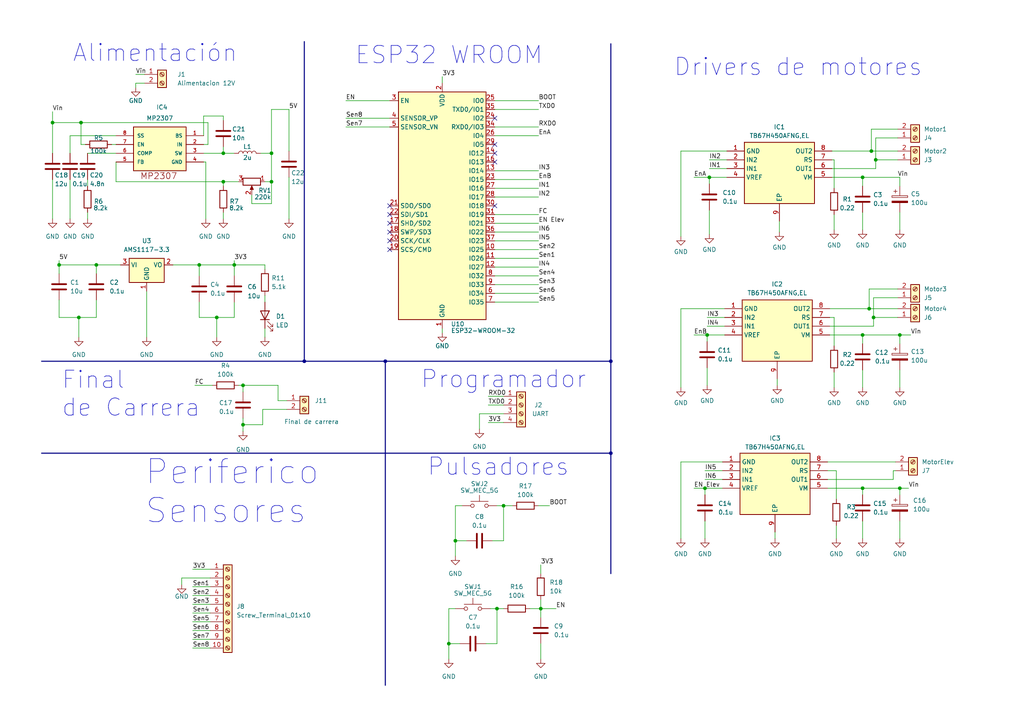
<source format=kicad_sch>
(kicad_sch (version 20230121) (generator eeschema)

  (uuid dfed5bf9-8b7f-4c1e-93df-1c25726c0e03)

  (paper "A4")

  (lib_symbols
    (symbol "Connector:Screw_Terminal_01x02" (pin_names (offset 1.016) hide) (in_bom yes) (on_board yes)
      (property "Reference" "J" (at 0 2.54 0)
        (effects (font (size 1.27 1.27)))
      )
      (property "Value" "Screw_Terminal_01x02" (at 0 -5.08 0)
        (effects (font (size 1.27 1.27)))
      )
      (property "Footprint" "" (at 0 0 0)
        (effects (font (size 1.27 1.27)) hide)
      )
      (property "Datasheet" "~" (at 0 0 0)
        (effects (font (size 1.27 1.27)) hide)
      )
      (property "ki_keywords" "screw terminal" (at 0 0 0)
        (effects (font (size 1.27 1.27)) hide)
      )
      (property "ki_description" "Generic screw terminal, single row, 01x02, script generated (kicad-library-utils/schlib/autogen/connector/)" (at 0 0 0)
        (effects (font (size 1.27 1.27)) hide)
      )
      (property "ki_fp_filters" "TerminalBlock*:*" (at 0 0 0)
        (effects (font (size 1.27 1.27)) hide)
      )
      (symbol "Screw_Terminal_01x02_1_1"
        (rectangle (start -1.27 1.27) (end 1.27 -3.81)
          (stroke (width 0.254) (type default))
          (fill (type background))
        )
        (circle (center 0 -2.54) (radius 0.635)
          (stroke (width 0.1524) (type default))
          (fill (type none))
        )
        (polyline
          (pts
            (xy -0.5334 -2.2098)
            (xy 0.3302 -3.048)
          )
          (stroke (width 0.1524) (type default))
          (fill (type none))
        )
        (polyline
          (pts
            (xy -0.5334 0.3302)
            (xy 0.3302 -0.508)
          )
          (stroke (width 0.1524) (type default))
          (fill (type none))
        )
        (polyline
          (pts
            (xy -0.3556 -2.032)
            (xy 0.508 -2.8702)
          )
          (stroke (width 0.1524) (type default))
          (fill (type none))
        )
        (polyline
          (pts
            (xy -0.3556 0.508)
            (xy 0.508 -0.3302)
          )
          (stroke (width 0.1524) (type default))
          (fill (type none))
        )
        (circle (center 0 0) (radius 0.635)
          (stroke (width 0.1524) (type default))
          (fill (type none))
        )
        (pin passive line (at -5.08 0 0) (length 3.81)
          (name "Pin_1" (effects (font (size 1.27 1.27))))
          (number "1" (effects (font (size 1.27 1.27))))
        )
        (pin passive line (at -5.08 -2.54 0) (length 3.81)
          (name "Pin_2" (effects (font (size 1.27 1.27))))
          (number "2" (effects (font (size 1.27 1.27))))
        )
      )
    )
    (symbol "Connector:Screw_Terminal_01x04" (pin_names (offset 1.016) hide) (in_bom yes) (on_board yes)
      (property "Reference" "J" (at 0 5.08 0)
        (effects (font (size 1.27 1.27)))
      )
      (property "Value" "Screw_Terminal_01x04" (at 0 -7.62 0)
        (effects (font (size 1.27 1.27)))
      )
      (property "Footprint" "" (at 0 0 0)
        (effects (font (size 1.27 1.27)) hide)
      )
      (property "Datasheet" "~" (at 0 0 0)
        (effects (font (size 1.27 1.27)) hide)
      )
      (property "ki_keywords" "screw terminal" (at 0 0 0)
        (effects (font (size 1.27 1.27)) hide)
      )
      (property "ki_description" "Generic screw terminal, single row, 01x04, script generated (kicad-library-utils/schlib/autogen/connector/)" (at 0 0 0)
        (effects (font (size 1.27 1.27)) hide)
      )
      (property "ki_fp_filters" "TerminalBlock*:*" (at 0 0 0)
        (effects (font (size 1.27 1.27)) hide)
      )
      (symbol "Screw_Terminal_01x04_1_1"
        (rectangle (start -1.27 3.81) (end 1.27 -6.35)
          (stroke (width 0.254) (type default))
          (fill (type background))
        )
        (circle (center 0 -5.08) (radius 0.635)
          (stroke (width 0.1524) (type default))
          (fill (type none))
        )
        (circle (center 0 -2.54) (radius 0.635)
          (stroke (width 0.1524) (type default))
          (fill (type none))
        )
        (polyline
          (pts
            (xy -0.5334 -4.7498)
            (xy 0.3302 -5.588)
          )
          (stroke (width 0.1524) (type default))
          (fill (type none))
        )
        (polyline
          (pts
            (xy -0.5334 -2.2098)
            (xy 0.3302 -3.048)
          )
          (stroke (width 0.1524) (type default))
          (fill (type none))
        )
        (polyline
          (pts
            (xy -0.5334 0.3302)
            (xy 0.3302 -0.508)
          )
          (stroke (width 0.1524) (type default))
          (fill (type none))
        )
        (polyline
          (pts
            (xy -0.5334 2.8702)
            (xy 0.3302 2.032)
          )
          (stroke (width 0.1524) (type default))
          (fill (type none))
        )
        (polyline
          (pts
            (xy -0.3556 -4.572)
            (xy 0.508 -5.4102)
          )
          (stroke (width 0.1524) (type default))
          (fill (type none))
        )
        (polyline
          (pts
            (xy -0.3556 -2.032)
            (xy 0.508 -2.8702)
          )
          (stroke (width 0.1524) (type default))
          (fill (type none))
        )
        (polyline
          (pts
            (xy -0.3556 0.508)
            (xy 0.508 -0.3302)
          )
          (stroke (width 0.1524) (type default))
          (fill (type none))
        )
        (polyline
          (pts
            (xy -0.3556 3.048)
            (xy 0.508 2.2098)
          )
          (stroke (width 0.1524) (type default))
          (fill (type none))
        )
        (circle (center 0 0) (radius 0.635)
          (stroke (width 0.1524) (type default))
          (fill (type none))
        )
        (circle (center 0 2.54) (radius 0.635)
          (stroke (width 0.1524) (type default))
          (fill (type none))
        )
        (pin passive line (at -5.08 2.54 0) (length 3.81)
          (name "Pin_1" (effects (font (size 1.27 1.27))))
          (number "1" (effects (font (size 1.27 1.27))))
        )
        (pin passive line (at -5.08 0 0) (length 3.81)
          (name "Pin_2" (effects (font (size 1.27 1.27))))
          (number "2" (effects (font (size 1.27 1.27))))
        )
        (pin passive line (at -5.08 -2.54 0) (length 3.81)
          (name "Pin_3" (effects (font (size 1.27 1.27))))
          (number "3" (effects (font (size 1.27 1.27))))
        )
        (pin passive line (at -5.08 -5.08 0) (length 3.81)
          (name "Pin_4" (effects (font (size 1.27 1.27))))
          (number "4" (effects (font (size 1.27 1.27))))
        )
      )
    )
    (symbol "Connector:Screw_Terminal_01x10" (pin_names (offset 1.016) hide) (in_bom yes) (on_board yes)
      (property "Reference" "J" (at 0 12.7 0)
        (effects (font (size 1.27 1.27)))
      )
      (property "Value" "Screw_Terminal_01x10" (at 0 -15.24 0)
        (effects (font (size 1.27 1.27)))
      )
      (property "Footprint" "" (at 0 0 0)
        (effects (font (size 1.27 1.27)) hide)
      )
      (property "Datasheet" "~" (at 0 0 0)
        (effects (font (size 1.27 1.27)) hide)
      )
      (property "ki_keywords" "screw terminal" (at 0 0 0)
        (effects (font (size 1.27 1.27)) hide)
      )
      (property "ki_description" "Generic screw terminal, single row, 01x10, script generated (kicad-library-utils/schlib/autogen/connector/)" (at 0 0 0)
        (effects (font (size 1.27 1.27)) hide)
      )
      (property "ki_fp_filters" "TerminalBlock*:*" (at 0 0 0)
        (effects (font (size 1.27 1.27)) hide)
      )
      (symbol "Screw_Terminal_01x10_1_1"
        (rectangle (start -1.27 11.43) (end 1.27 -13.97)
          (stroke (width 0.254) (type default))
          (fill (type background))
        )
        (circle (center 0 -12.7) (radius 0.635)
          (stroke (width 0.1524) (type default))
          (fill (type none))
        )
        (circle (center 0 -10.16) (radius 0.635)
          (stroke (width 0.1524) (type default))
          (fill (type none))
        )
        (circle (center 0 -7.62) (radius 0.635)
          (stroke (width 0.1524) (type default))
          (fill (type none))
        )
        (circle (center 0 -5.08) (radius 0.635)
          (stroke (width 0.1524) (type default))
          (fill (type none))
        )
        (circle (center 0 -2.54) (radius 0.635)
          (stroke (width 0.1524) (type default))
          (fill (type none))
        )
        (polyline
          (pts
            (xy -0.5334 -12.3698)
            (xy 0.3302 -13.208)
          )
          (stroke (width 0.1524) (type default))
          (fill (type none))
        )
        (polyline
          (pts
            (xy -0.5334 -9.8298)
            (xy 0.3302 -10.668)
          )
          (stroke (width 0.1524) (type default))
          (fill (type none))
        )
        (polyline
          (pts
            (xy -0.5334 -7.2898)
            (xy 0.3302 -8.128)
          )
          (stroke (width 0.1524) (type default))
          (fill (type none))
        )
        (polyline
          (pts
            (xy -0.5334 -4.7498)
            (xy 0.3302 -5.588)
          )
          (stroke (width 0.1524) (type default))
          (fill (type none))
        )
        (polyline
          (pts
            (xy -0.5334 -2.2098)
            (xy 0.3302 -3.048)
          )
          (stroke (width 0.1524) (type default))
          (fill (type none))
        )
        (polyline
          (pts
            (xy -0.5334 0.3302)
            (xy 0.3302 -0.508)
          )
          (stroke (width 0.1524) (type default))
          (fill (type none))
        )
        (polyline
          (pts
            (xy -0.5334 2.8702)
            (xy 0.3302 2.032)
          )
          (stroke (width 0.1524) (type default))
          (fill (type none))
        )
        (polyline
          (pts
            (xy -0.5334 5.4102)
            (xy 0.3302 4.572)
          )
          (stroke (width 0.1524) (type default))
          (fill (type none))
        )
        (polyline
          (pts
            (xy -0.5334 7.9502)
            (xy 0.3302 7.112)
          )
          (stroke (width 0.1524) (type default))
          (fill (type none))
        )
        (polyline
          (pts
            (xy -0.5334 10.4902)
            (xy 0.3302 9.652)
          )
          (stroke (width 0.1524) (type default))
          (fill (type none))
        )
        (polyline
          (pts
            (xy -0.3556 -12.192)
            (xy 0.508 -13.0302)
          )
          (stroke (width 0.1524) (type default))
          (fill (type none))
        )
        (polyline
          (pts
            (xy -0.3556 -9.652)
            (xy 0.508 -10.4902)
          )
          (stroke (width 0.1524) (type default))
          (fill (type none))
        )
        (polyline
          (pts
            (xy -0.3556 -7.112)
            (xy 0.508 -7.9502)
          )
          (stroke (width 0.1524) (type default))
          (fill (type none))
        )
        (polyline
          (pts
            (xy -0.3556 -4.572)
            (xy 0.508 -5.4102)
          )
          (stroke (width 0.1524) (type default))
          (fill (type none))
        )
        (polyline
          (pts
            (xy -0.3556 -2.032)
            (xy 0.508 -2.8702)
          )
          (stroke (width 0.1524) (type default))
          (fill (type none))
        )
        (polyline
          (pts
            (xy -0.3556 0.508)
            (xy 0.508 -0.3302)
          )
          (stroke (width 0.1524) (type default))
          (fill (type none))
        )
        (polyline
          (pts
            (xy -0.3556 3.048)
            (xy 0.508 2.2098)
          )
          (stroke (width 0.1524) (type default))
          (fill (type none))
        )
        (polyline
          (pts
            (xy -0.3556 5.588)
            (xy 0.508 4.7498)
          )
          (stroke (width 0.1524) (type default))
          (fill (type none))
        )
        (polyline
          (pts
            (xy -0.3556 8.128)
            (xy 0.508 7.2898)
          )
          (stroke (width 0.1524) (type default))
          (fill (type none))
        )
        (polyline
          (pts
            (xy -0.3556 10.668)
            (xy 0.508 9.8298)
          )
          (stroke (width 0.1524) (type default))
          (fill (type none))
        )
        (circle (center 0 0) (radius 0.635)
          (stroke (width 0.1524) (type default))
          (fill (type none))
        )
        (circle (center 0 2.54) (radius 0.635)
          (stroke (width 0.1524) (type default))
          (fill (type none))
        )
        (circle (center 0 5.08) (radius 0.635)
          (stroke (width 0.1524) (type default))
          (fill (type none))
        )
        (circle (center 0 7.62) (radius 0.635)
          (stroke (width 0.1524) (type default))
          (fill (type none))
        )
        (circle (center 0 10.16) (radius 0.635)
          (stroke (width 0.1524) (type default))
          (fill (type none))
        )
        (pin passive line (at -5.08 10.16 0) (length 3.81)
          (name "Pin_1" (effects (font (size 1.27 1.27))))
          (number "1" (effects (font (size 1.27 1.27))))
        )
        (pin passive line (at -5.08 -12.7 0) (length 3.81)
          (name "Pin_10" (effects (font (size 1.27 1.27))))
          (number "10" (effects (font (size 1.27 1.27))))
        )
        (pin passive line (at -5.08 7.62 0) (length 3.81)
          (name "Pin_2" (effects (font (size 1.27 1.27))))
          (number "2" (effects (font (size 1.27 1.27))))
        )
        (pin passive line (at -5.08 5.08 0) (length 3.81)
          (name "Pin_3" (effects (font (size 1.27 1.27))))
          (number "3" (effects (font (size 1.27 1.27))))
        )
        (pin passive line (at -5.08 2.54 0) (length 3.81)
          (name "Pin_4" (effects (font (size 1.27 1.27))))
          (number "4" (effects (font (size 1.27 1.27))))
        )
        (pin passive line (at -5.08 0 0) (length 3.81)
          (name "Pin_5" (effects (font (size 1.27 1.27))))
          (number "5" (effects (font (size 1.27 1.27))))
        )
        (pin passive line (at -5.08 -2.54 0) (length 3.81)
          (name "Pin_6" (effects (font (size 1.27 1.27))))
          (number "6" (effects (font (size 1.27 1.27))))
        )
        (pin passive line (at -5.08 -5.08 0) (length 3.81)
          (name "Pin_7" (effects (font (size 1.27 1.27))))
          (number "7" (effects (font (size 1.27 1.27))))
        )
        (pin passive line (at -5.08 -7.62 0) (length 3.81)
          (name "Pin_8" (effects (font (size 1.27 1.27))))
          (number "8" (effects (font (size 1.27 1.27))))
        )
        (pin passive line (at -5.08 -10.16 0) (length 3.81)
          (name "Pin_9" (effects (font (size 1.27 1.27))))
          (number "9" (effects (font (size 1.27 1.27))))
        )
      )
    )
    (symbol "Device:C" (pin_numbers hide) (pin_names (offset 0.254)) (in_bom yes) (on_board yes)
      (property "Reference" "C" (at 0.635 2.54 0)
        (effects (font (size 1.27 1.27)) (justify left))
      )
      (property "Value" "C" (at 0.635 -2.54 0)
        (effects (font (size 1.27 1.27)) (justify left))
      )
      (property "Footprint" "" (at 0.9652 -3.81 0)
        (effects (font (size 1.27 1.27)) hide)
      )
      (property "Datasheet" "~" (at 0 0 0)
        (effects (font (size 1.27 1.27)) hide)
      )
      (property "ki_keywords" "cap capacitor" (at 0 0 0)
        (effects (font (size 1.27 1.27)) hide)
      )
      (property "ki_description" "Unpolarized capacitor" (at 0 0 0)
        (effects (font (size 1.27 1.27)) hide)
      )
      (property "ki_fp_filters" "C_*" (at 0 0 0)
        (effects (font (size 1.27 1.27)) hide)
      )
      (symbol "C_0_1"
        (polyline
          (pts
            (xy -2.032 -0.762)
            (xy 2.032 -0.762)
          )
          (stroke (width 0.508) (type default))
          (fill (type none))
        )
        (polyline
          (pts
            (xy -2.032 0.762)
            (xy 2.032 0.762)
          )
          (stroke (width 0.508) (type default))
          (fill (type none))
        )
      )
      (symbol "C_1_1"
        (pin passive line (at 0 3.81 270) (length 2.794)
          (name "~" (effects (font (size 1.27 1.27))))
          (number "1" (effects (font (size 1.27 1.27))))
        )
        (pin passive line (at 0 -3.81 90) (length 2.794)
          (name "~" (effects (font (size 1.27 1.27))))
          (number "2" (effects (font (size 1.27 1.27))))
        )
      )
    )
    (symbol "Device:C_Polarized" (pin_numbers hide) (pin_names (offset 0.254)) (in_bom yes) (on_board yes)
      (property "Reference" "C" (at 0.635 2.54 0)
        (effects (font (size 1.27 1.27)) (justify left))
      )
      (property "Value" "C_Polarized" (at 0.635 -2.54 0)
        (effects (font (size 1.27 1.27)) (justify left))
      )
      (property "Footprint" "" (at 0.9652 -3.81 0)
        (effects (font (size 1.27 1.27)) hide)
      )
      (property "Datasheet" "~" (at 0 0 0)
        (effects (font (size 1.27 1.27)) hide)
      )
      (property "ki_keywords" "cap capacitor" (at 0 0 0)
        (effects (font (size 1.27 1.27)) hide)
      )
      (property "ki_description" "Polarized capacitor" (at 0 0 0)
        (effects (font (size 1.27 1.27)) hide)
      )
      (property "ki_fp_filters" "CP_*" (at 0 0 0)
        (effects (font (size 1.27 1.27)) hide)
      )
      (symbol "C_Polarized_0_1"
        (rectangle (start -2.286 0.508) (end 2.286 1.016)
          (stroke (width 0) (type default))
          (fill (type none))
        )
        (polyline
          (pts
            (xy -1.778 2.286)
            (xy -0.762 2.286)
          )
          (stroke (width 0) (type default))
          (fill (type none))
        )
        (polyline
          (pts
            (xy -1.27 2.794)
            (xy -1.27 1.778)
          )
          (stroke (width 0) (type default))
          (fill (type none))
        )
        (rectangle (start 2.286 -0.508) (end -2.286 -1.016)
          (stroke (width 0) (type default))
          (fill (type outline))
        )
      )
      (symbol "C_Polarized_1_1"
        (pin passive line (at 0 3.81 270) (length 2.794)
          (name "~" (effects (font (size 1.27 1.27))))
          (number "1" (effects (font (size 1.27 1.27))))
        )
        (pin passive line (at 0 -3.81 90) (length 2.794)
          (name "~" (effects (font (size 1.27 1.27))))
          (number "2" (effects (font (size 1.27 1.27))))
        )
      )
    )
    (symbol "Device:L" (pin_numbers hide) (pin_names (offset 1.016) hide) (in_bom yes) (on_board yes)
      (property "Reference" "L" (at -1.27 0 90)
        (effects (font (size 1.27 1.27)))
      )
      (property "Value" "L" (at 1.905 0 90)
        (effects (font (size 1.27 1.27)))
      )
      (property "Footprint" "" (at 0 0 0)
        (effects (font (size 1.27 1.27)) hide)
      )
      (property "Datasheet" "~" (at 0 0 0)
        (effects (font (size 1.27 1.27)) hide)
      )
      (property "ki_keywords" "inductor choke coil reactor magnetic" (at 0 0 0)
        (effects (font (size 1.27 1.27)) hide)
      )
      (property "ki_description" "Inductor" (at 0 0 0)
        (effects (font (size 1.27 1.27)) hide)
      )
      (property "ki_fp_filters" "Choke_* *Coil* Inductor_* L_*" (at 0 0 0)
        (effects (font (size 1.27 1.27)) hide)
      )
      (symbol "L_0_1"
        (arc (start 0 -2.54) (mid 0.6323 -1.905) (end 0 -1.27)
          (stroke (width 0) (type default))
          (fill (type none))
        )
        (arc (start 0 -1.27) (mid 0.6323 -0.635) (end 0 0)
          (stroke (width 0) (type default))
          (fill (type none))
        )
        (arc (start 0 0) (mid 0.6323 0.635) (end 0 1.27)
          (stroke (width 0) (type default))
          (fill (type none))
        )
        (arc (start 0 1.27) (mid 0.6323 1.905) (end 0 2.54)
          (stroke (width 0) (type default))
          (fill (type none))
        )
      )
      (symbol "L_1_1"
        (pin passive line (at 0 3.81 270) (length 1.27)
          (name "1" (effects (font (size 1.27 1.27))))
          (number "1" (effects (font (size 1.27 1.27))))
        )
        (pin passive line (at 0 -3.81 90) (length 1.27)
          (name "2" (effects (font (size 1.27 1.27))))
          (number "2" (effects (font (size 1.27 1.27))))
        )
      )
    )
    (symbol "Device:LED" (pin_numbers hide) (pin_names (offset 1.016) hide) (in_bom yes) (on_board yes)
      (property "Reference" "D" (at 0 2.54 0)
        (effects (font (size 1.27 1.27)))
      )
      (property "Value" "LED" (at 0 -2.54 0)
        (effects (font (size 1.27 1.27)))
      )
      (property "Footprint" "" (at 0 0 0)
        (effects (font (size 1.27 1.27)) hide)
      )
      (property "Datasheet" "~" (at 0 0 0)
        (effects (font (size 1.27 1.27)) hide)
      )
      (property "ki_keywords" "LED diode" (at 0 0 0)
        (effects (font (size 1.27 1.27)) hide)
      )
      (property "ki_description" "Light emitting diode" (at 0 0 0)
        (effects (font (size 1.27 1.27)) hide)
      )
      (property "ki_fp_filters" "LED* LED_SMD:* LED_THT:*" (at 0 0 0)
        (effects (font (size 1.27 1.27)) hide)
      )
      (symbol "LED_0_1"
        (polyline
          (pts
            (xy -1.27 -1.27)
            (xy -1.27 1.27)
          )
          (stroke (width 0.254) (type default))
          (fill (type none))
        )
        (polyline
          (pts
            (xy -1.27 0)
            (xy 1.27 0)
          )
          (stroke (width 0) (type default))
          (fill (type none))
        )
        (polyline
          (pts
            (xy 1.27 -1.27)
            (xy 1.27 1.27)
            (xy -1.27 0)
            (xy 1.27 -1.27)
          )
          (stroke (width 0.254) (type default))
          (fill (type none))
        )
        (polyline
          (pts
            (xy -3.048 -0.762)
            (xy -4.572 -2.286)
            (xy -3.81 -2.286)
            (xy -4.572 -2.286)
            (xy -4.572 -1.524)
          )
          (stroke (width 0) (type default))
          (fill (type none))
        )
        (polyline
          (pts
            (xy -1.778 -0.762)
            (xy -3.302 -2.286)
            (xy -2.54 -2.286)
            (xy -3.302 -2.286)
            (xy -3.302 -1.524)
          )
          (stroke (width 0) (type default))
          (fill (type none))
        )
      )
      (symbol "LED_1_1"
        (pin passive line (at -3.81 0 0) (length 2.54)
          (name "K" (effects (font (size 1.27 1.27))))
          (number "1" (effects (font (size 1.27 1.27))))
        )
        (pin passive line (at 3.81 0 180) (length 2.54)
          (name "A" (effects (font (size 1.27 1.27))))
          (number "2" (effects (font (size 1.27 1.27))))
        )
      )
    )
    (symbol "Device:R" (pin_numbers hide) (pin_names (offset 0)) (in_bom yes) (on_board yes)
      (property "Reference" "R" (at 2.032 0 90)
        (effects (font (size 1.27 1.27)))
      )
      (property "Value" "R" (at 0 0 90)
        (effects (font (size 1.27 1.27)))
      )
      (property "Footprint" "" (at -1.778 0 90)
        (effects (font (size 1.27 1.27)) hide)
      )
      (property "Datasheet" "~" (at 0 0 0)
        (effects (font (size 1.27 1.27)) hide)
      )
      (property "ki_keywords" "R res resistor" (at 0 0 0)
        (effects (font (size 1.27 1.27)) hide)
      )
      (property "ki_description" "Resistor" (at 0 0 0)
        (effects (font (size 1.27 1.27)) hide)
      )
      (property "ki_fp_filters" "R_*" (at 0 0 0)
        (effects (font (size 1.27 1.27)) hide)
      )
      (symbol "R_0_1"
        (rectangle (start -1.016 -2.54) (end 1.016 2.54)
          (stroke (width 0.254) (type default))
          (fill (type none))
        )
      )
      (symbol "R_1_1"
        (pin passive line (at 0 3.81 270) (length 1.27)
          (name "~" (effects (font (size 1.27 1.27))))
          (number "1" (effects (font (size 1.27 1.27))))
        )
        (pin passive line (at 0 -3.81 90) (length 1.27)
          (name "~" (effects (font (size 1.27 1.27))))
          (number "2" (effects (font (size 1.27 1.27))))
        )
      )
    )
    (symbol "Device:R_Potentiometer" (pin_names (offset 1.016) hide) (in_bom yes) (on_board yes)
      (property "Reference" "RV" (at -4.445 0 90)
        (effects (font (size 1.27 1.27)))
      )
      (property "Value" "R_Potentiometer" (at -2.54 0 90)
        (effects (font (size 1.27 1.27)))
      )
      (property "Footprint" "" (at 0 0 0)
        (effects (font (size 1.27 1.27)) hide)
      )
      (property "Datasheet" "~" (at 0 0 0)
        (effects (font (size 1.27 1.27)) hide)
      )
      (property "ki_keywords" "resistor variable" (at 0 0 0)
        (effects (font (size 1.27 1.27)) hide)
      )
      (property "ki_description" "Potentiometer" (at 0 0 0)
        (effects (font (size 1.27 1.27)) hide)
      )
      (property "ki_fp_filters" "Potentiometer*" (at 0 0 0)
        (effects (font (size 1.27 1.27)) hide)
      )
      (symbol "R_Potentiometer_0_1"
        (polyline
          (pts
            (xy 2.54 0)
            (xy 1.524 0)
          )
          (stroke (width 0) (type default))
          (fill (type none))
        )
        (polyline
          (pts
            (xy 1.143 0)
            (xy 2.286 0.508)
            (xy 2.286 -0.508)
            (xy 1.143 0)
          )
          (stroke (width 0) (type default))
          (fill (type outline))
        )
        (rectangle (start 1.016 2.54) (end -1.016 -2.54)
          (stroke (width 0.254) (type default))
          (fill (type none))
        )
      )
      (symbol "R_Potentiometer_1_1"
        (pin passive line (at 0 3.81 270) (length 1.27)
          (name "1" (effects (font (size 1.27 1.27))))
          (number "1" (effects (font (size 1.27 1.27))))
        )
        (pin passive line (at 3.81 0 180) (length 1.27)
          (name "2" (effects (font (size 1.27 1.27))))
          (number "2" (effects (font (size 1.27 1.27))))
        )
        (pin passive line (at 0 -3.81 90) (length 1.27)
          (name "3" (effects (font (size 1.27 1.27))))
          (number "3" (effects (font (size 1.27 1.27))))
        )
      )
    )
    (symbol "GND_1" (power) (pin_names (offset 0)) (in_bom yes) (on_board yes)
      (property "Reference" "#PWR" (at 0 -6.35 0)
        (effects (font (size 1.27 1.27)) hide)
      )
      (property "Value" "GND_1" (at 0 -3.81 0)
        (effects (font (size 1.27 1.27)))
      )
      (property "Footprint" "" (at 0 0 0)
        (effects (font (size 1.27 1.27)) hide)
      )
      (property "Datasheet" "" (at 0 0 0)
        (effects (font (size 1.27 1.27)) hide)
      )
      (property "ki_keywords" "global power" (at 0 0 0)
        (effects (font (size 1.27 1.27)) hide)
      )
      (property "ki_description" "Power symbol creates a global label with name \"GND\" , ground" (at 0 0 0)
        (effects (font (size 1.27 1.27)) hide)
      )
      (symbol "GND_1_0_1"
        (polyline
          (pts
            (xy 0 0)
            (xy 0 -1.27)
            (xy 1.27 -1.27)
            (xy 0 -2.54)
            (xy -1.27 -1.27)
            (xy 0 -1.27)
          )
          (stroke (width 0) (type default))
          (fill (type none))
        )
      )
      (symbol "GND_1_1_1"
        (pin power_in line (at 0 0 270) (length 0) hide
          (name "GND" (effects (font (size 1.27 1.27))))
          (number "1" (effects (font (size 1.27 1.27))))
        )
      )
    )
    (symbol "MP2307:MP2307" (pin_names (offset 1.016)) (in_bom yes) (on_board yes)
      (property "Reference" "IC" (at 0 0 0)
        (effects (font (size 1.27 1.27)) (justify bottom))
      )
      (property "Value" "MP2307" (at -5.08 7.62 0)
        (effects (font (size 1.27 1.27)) (justify left bottom))
      )
      (property "Footprint" "SO8-TH" (at 0 0 0)
        (effects (font (size 1.27 1.27)) (justify bottom) hide)
      )
      (property "Datasheet" "" (at 0 0 0)
        (effects (font (size 1.27 1.27)) hide)
      )
      (symbol "MP2307_0_0"
        (rectangle (start -7.62 -5.08) (end 7.62 7.62)
          (stroke (width 0.254) (type default))
          (fill (type background))
        )
        (text "MP2307" (at -5.08 -7.62 0)
          (effects (font (size 1.778 1.778)) (justify left bottom))
        )
        (pin bidirectional line (at -12.7 5.08 0) (length 5.08)
          (name "BS" (effects (font (size 1.016 1.016))))
          (number "1" (effects (font (size 1.016 1.016))))
        )
        (pin bidirectional line (at -12.7 2.54 0) (length 5.08)
          (name "IN" (effects (font (size 1.016 1.016))))
          (number "2" (effects (font (size 1.016 1.016))))
        )
        (pin bidirectional line (at -12.7 0 0) (length 5.08)
          (name "SW" (effects (font (size 1.016 1.016))))
          (number "3" (effects (font (size 1.016 1.016))))
        )
        (pin bidirectional line (at -12.7 -2.54 0) (length 5.08)
          (name "GND" (effects (font (size 1.016 1.016))))
          (number "4" (effects (font (size 1.016 1.016))))
        )
        (pin bidirectional line (at 12.7 -2.54 180) (length 5.08)
          (name "FB" (effects (font (size 1.016 1.016))))
          (number "5" (effects (font (size 1.016 1.016))))
        )
        (pin bidirectional line (at 12.7 0 180) (length 5.08)
          (name "COMP" (effects (font (size 1.016 1.016))))
          (number "6" (effects (font (size 1.016 1.016))))
        )
        (pin bidirectional line (at 12.7 2.54 180) (length 5.08)
          (name "EN" (effects (font (size 1.016 1.016))))
          (number "7" (effects (font (size 1.016 1.016))))
        )
        (pin bidirectional line (at 12.7 5.08 180) (length 5.08)
          (name "SS" (effects (font (size 1.016 1.016))))
          (number "8" (effects (font (size 1.016 1.016))))
        )
      )
    )
    (symbol "RF_Module:ESP32-WROOM-32" (in_bom yes) (on_board yes)
      (property "Reference" "U" (at -12.7 34.29 0)
        (effects (font (size 1.27 1.27)) (justify left))
      )
      (property "Value" "ESP32-WROOM-32" (at 1.27 34.29 0)
        (effects (font (size 1.27 1.27)) (justify left))
      )
      (property "Footprint" "RF_Module:ESP32-WROOM-32" (at 0 -38.1 0)
        (effects (font (size 1.27 1.27)) hide)
      )
      (property "Datasheet" "https://www.espressif.com/sites/default/files/documentation/esp32-wroom-32_datasheet_en.pdf" (at -7.62 1.27 0)
        (effects (font (size 1.27 1.27)) hide)
      )
      (property "ki_keywords" "RF Radio BT ESP ESP32 Espressif onboard PCB antenna" (at 0 0 0)
        (effects (font (size 1.27 1.27)) hide)
      )
      (property "ki_description" "RF Module, ESP32-D0WDQ6 SoC, Wi-Fi 802.11b/g/n, Bluetooth, BLE, 32-bit, 2.7-3.6V, onboard antenna, SMD" (at 0 0 0)
        (effects (font (size 1.27 1.27)) hide)
      )
      (property "ki_fp_filters" "ESP32?WROOM?32*" (at 0 0 0)
        (effects (font (size 1.27 1.27)) hide)
      )
      (symbol "ESP32-WROOM-32_0_1"
        (rectangle (start -12.7 33.02) (end 12.7 -33.02)
          (stroke (width 0.254) (type default))
          (fill (type background))
        )
      )
      (symbol "ESP32-WROOM-32_1_1"
        (pin power_in line (at 0 -35.56 90) (length 2.54)
          (name "GND" (effects (font (size 1.27 1.27))))
          (number "1" (effects (font (size 1.27 1.27))))
        )
        (pin bidirectional line (at 15.24 -12.7 180) (length 2.54)
          (name "IO25" (effects (font (size 1.27 1.27))))
          (number "10" (effects (font (size 1.27 1.27))))
        )
        (pin bidirectional line (at 15.24 -15.24 180) (length 2.54)
          (name "IO26" (effects (font (size 1.27 1.27))))
          (number "11" (effects (font (size 1.27 1.27))))
        )
        (pin bidirectional line (at 15.24 -17.78 180) (length 2.54)
          (name "IO27" (effects (font (size 1.27 1.27))))
          (number "12" (effects (font (size 1.27 1.27))))
        )
        (pin bidirectional line (at 15.24 10.16 180) (length 2.54)
          (name "IO14" (effects (font (size 1.27 1.27))))
          (number "13" (effects (font (size 1.27 1.27))))
        )
        (pin bidirectional line (at 15.24 15.24 180) (length 2.54)
          (name "IO12" (effects (font (size 1.27 1.27))))
          (number "14" (effects (font (size 1.27 1.27))))
        )
        (pin passive line (at 0 -35.56 90) (length 2.54) hide
          (name "GND" (effects (font (size 1.27 1.27))))
          (number "15" (effects (font (size 1.27 1.27))))
        )
        (pin bidirectional line (at 15.24 12.7 180) (length 2.54)
          (name "IO13" (effects (font (size 1.27 1.27))))
          (number "16" (effects (font (size 1.27 1.27))))
        )
        (pin bidirectional line (at -15.24 -5.08 0) (length 2.54)
          (name "SHD/SD2" (effects (font (size 1.27 1.27))))
          (number "17" (effects (font (size 1.27 1.27))))
        )
        (pin bidirectional line (at -15.24 -7.62 0) (length 2.54)
          (name "SWP/SD3" (effects (font (size 1.27 1.27))))
          (number "18" (effects (font (size 1.27 1.27))))
        )
        (pin bidirectional line (at -15.24 -12.7 0) (length 2.54)
          (name "SCS/CMD" (effects (font (size 1.27 1.27))))
          (number "19" (effects (font (size 1.27 1.27))))
        )
        (pin power_in line (at 0 35.56 270) (length 2.54)
          (name "VDD" (effects (font (size 1.27 1.27))))
          (number "2" (effects (font (size 1.27 1.27))))
        )
        (pin bidirectional line (at -15.24 -10.16 0) (length 2.54)
          (name "SCK/CLK" (effects (font (size 1.27 1.27))))
          (number "20" (effects (font (size 1.27 1.27))))
        )
        (pin bidirectional line (at -15.24 0 0) (length 2.54)
          (name "SDO/SD0" (effects (font (size 1.27 1.27))))
          (number "21" (effects (font (size 1.27 1.27))))
        )
        (pin bidirectional line (at -15.24 -2.54 0) (length 2.54)
          (name "SDI/SD1" (effects (font (size 1.27 1.27))))
          (number "22" (effects (font (size 1.27 1.27))))
        )
        (pin bidirectional line (at 15.24 7.62 180) (length 2.54)
          (name "IO15" (effects (font (size 1.27 1.27))))
          (number "23" (effects (font (size 1.27 1.27))))
        )
        (pin bidirectional line (at 15.24 25.4 180) (length 2.54)
          (name "IO2" (effects (font (size 1.27 1.27))))
          (number "24" (effects (font (size 1.27 1.27))))
        )
        (pin bidirectional line (at 15.24 30.48 180) (length 2.54)
          (name "IO0" (effects (font (size 1.27 1.27))))
          (number "25" (effects (font (size 1.27 1.27))))
        )
        (pin bidirectional line (at 15.24 20.32 180) (length 2.54)
          (name "IO4" (effects (font (size 1.27 1.27))))
          (number "26" (effects (font (size 1.27 1.27))))
        )
        (pin bidirectional line (at 15.24 5.08 180) (length 2.54)
          (name "IO16" (effects (font (size 1.27 1.27))))
          (number "27" (effects (font (size 1.27 1.27))))
        )
        (pin bidirectional line (at 15.24 2.54 180) (length 2.54)
          (name "IO17" (effects (font (size 1.27 1.27))))
          (number "28" (effects (font (size 1.27 1.27))))
        )
        (pin bidirectional line (at 15.24 17.78 180) (length 2.54)
          (name "IO5" (effects (font (size 1.27 1.27))))
          (number "29" (effects (font (size 1.27 1.27))))
        )
        (pin input line (at -15.24 30.48 0) (length 2.54)
          (name "EN" (effects (font (size 1.27 1.27))))
          (number "3" (effects (font (size 1.27 1.27))))
        )
        (pin bidirectional line (at 15.24 0 180) (length 2.54)
          (name "IO18" (effects (font (size 1.27 1.27))))
          (number "30" (effects (font (size 1.27 1.27))))
        )
        (pin bidirectional line (at 15.24 -2.54 180) (length 2.54)
          (name "IO19" (effects (font (size 1.27 1.27))))
          (number "31" (effects (font (size 1.27 1.27))))
        )
        (pin no_connect line (at -12.7 -27.94 0) (length 2.54) hide
          (name "NC" (effects (font (size 1.27 1.27))))
          (number "32" (effects (font (size 1.27 1.27))))
        )
        (pin bidirectional line (at 15.24 -5.08 180) (length 2.54)
          (name "IO21" (effects (font (size 1.27 1.27))))
          (number "33" (effects (font (size 1.27 1.27))))
        )
        (pin bidirectional line (at 15.24 22.86 180) (length 2.54)
          (name "RXD0/IO3" (effects (font (size 1.27 1.27))))
          (number "34" (effects (font (size 1.27 1.27))))
        )
        (pin bidirectional line (at 15.24 27.94 180) (length 2.54)
          (name "TXD0/IO1" (effects (font (size 1.27 1.27))))
          (number "35" (effects (font (size 1.27 1.27))))
        )
        (pin bidirectional line (at 15.24 -7.62 180) (length 2.54)
          (name "IO22" (effects (font (size 1.27 1.27))))
          (number "36" (effects (font (size 1.27 1.27))))
        )
        (pin bidirectional line (at 15.24 -10.16 180) (length 2.54)
          (name "IO23" (effects (font (size 1.27 1.27))))
          (number "37" (effects (font (size 1.27 1.27))))
        )
        (pin passive line (at 0 -35.56 90) (length 2.54) hide
          (name "GND" (effects (font (size 1.27 1.27))))
          (number "38" (effects (font (size 1.27 1.27))))
        )
        (pin passive line (at 0 -35.56 90) (length 2.54) hide
          (name "GND" (effects (font (size 1.27 1.27))))
          (number "39" (effects (font (size 1.27 1.27))))
        )
        (pin input line (at -15.24 25.4 0) (length 2.54)
          (name "SENSOR_VP" (effects (font (size 1.27 1.27))))
          (number "4" (effects (font (size 1.27 1.27))))
        )
        (pin input line (at -15.24 22.86 0) (length 2.54)
          (name "SENSOR_VN" (effects (font (size 1.27 1.27))))
          (number "5" (effects (font (size 1.27 1.27))))
        )
        (pin input line (at 15.24 -25.4 180) (length 2.54)
          (name "IO34" (effects (font (size 1.27 1.27))))
          (number "6" (effects (font (size 1.27 1.27))))
        )
        (pin input line (at 15.24 -27.94 180) (length 2.54)
          (name "IO35" (effects (font (size 1.27 1.27))))
          (number "7" (effects (font (size 1.27 1.27))))
        )
        (pin bidirectional line (at 15.24 -20.32 180) (length 2.54)
          (name "IO32" (effects (font (size 1.27 1.27))))
          (number "8" (effects (font (size 1.27 1.27))))
        )
        (pin bidirectional line (at 15.24 -22.86 180) (length 2.54)
          (name "IO33" (effects (font (size 1.27 1.27))))
          (number "9" (effects (font (size 1.27 1.27))))
        )
      )
    )
    (symbol "Regulator_Linear:AMS1117-3.3" (in_bom yes) (on_board yes)
      (property "Reference" "U" (at -3.81 3.175 0)
        (effects (font (size 1.27 1.27)))
      )
      (property "Value" "AMS1117-3.3" (at 0 3.175 0)
        (effects (font (size 1.27 1.27)) (justify left))
      )
      (property "Footprint" "Package_TO_SOT_SMD:SOT-223-3_TabPin2" (at 0 5.08 0)
        (effects (font (size 1.27 1.27)) hide)
      )
      (property "Datasheet" "http://www.advanced-monolithic.com/pdf/ds1117.pdf" (at 2.54 -6.35 0)
        (effects (font (size 1.27 1.27)) hide)
      )
      (property "ki_keywords" "linear regulator ldo fixed positive" (at 0 0 0)
        (effects (font (size 1.27 1.27)) hide)
      )
      (property "ki_description" "1A Low Dropout regulator, positive, 3.3V fixed output, SOT-223" (at 0 0 0)
        (effects (font (size 1.27 1.27)) hide)
      )
      (property "ki_fp_filters" "SOT?223*TabPin2*" (at 0 0 0)
        (effects (font (size 1.27 1.27)) hide)
      )
      (symbol "AMS1117-3.3_0_1"
        (rectangle (start -5.08 -5.08) (end 5.08 1.905)
          (stroke (width 0.254) (type default))
          (fill (type background))
        )
      )
      (symbol "AMS1117-3.3_1_1"
        (pin power_in line (at 0 -7.62 90) (length 2.54)
          (name "GND" (effects (font (size 1.27 1.27))))
          (number "1" (effects (font (size 1.27 1.27))))
        )
        (pin power_out line (at 7.62 0 180) (length 2.54)
          (name "VO" (effects (font (size 1.27 1.27))))
          (number "2" (effects (font (size 1.27 1.27))))
        )
        (pin power_in line (at -7.62 0 0) (length 2.54)
          (name "VI" (effects (font (size 1.27 1.27))))
          (number "3" (effects (font (size 1.27 1.27))))
        )
      )
    )
    (symbol "SW_MEC_5G_2" (pin_numbers hide) (pin_names (offset 1.016) hide) (in_bom yes) (on_board yes)
      (property "Reference" "SWJ2" (at 0 6.35 0)
        (effects (font (size 1.27 1.27)))
      )
      (property "Value" "SW_MEC_5G" (at 0 4.445 0)
        (effects (font (size 1.27 1.27)))
      )
      (property "Footprint" "Button_Switch_SMD:SW_Push_SPST_NO_Alps_SKRK" (at 0 5.08 0)
        (effects (font (size 1.27 1.27)) hide)
      )
      (property "Datasheet" "http://www.apem.com/int/index.php?controller=attachment&id_attachment=488" (at 0 5.08 0)
        (effects (font (size 1.27 1.27)) hide)
      )
      (property "ki_keywords" "switch normally-open pushbutton push-button" (at 0 0 0)
        (effects (font (size 1.27 1.27)) hide)
      )
      (property "ki_description" "MEC 5G single pole normally-open tactile switch" (at 0 0 0)
        (effects (font (size 1.27 1.27)) hide)
      )
      (property "ki_fp_filters" "SW*MEC*5G*" (at 0 0 0)
        (effects (font (size 1.27 1.27)) hide)
      )
      (symbol "SW_MEC_5G_2_0_1"
        (circle (center -2.032 0) (radius 0.508)
          (stroke (width 0) (type default))
          (fill (type none))
        )
        (polyline
          (pts
            (xy 0 1.27)
            (xy 0 3.048)
          )
          (stroke (width 0) (type default))
          (fill (type none))
        )
        (polyline
          (pts
            (xy 2.54 1.27)
            (xy -2.54 1.27)
          )
          (stroke (width 0) (type default))
          (fill (type none))
        )
        (circle (center 2.032 0) (radius 0.508)
          (stroke (width 0) (type default))
          (fill (type none))
        )
        (pin passive line (at -5.08 0 0) (length 2.54)
          (name "A" (effects (font (size 1.27 1.27))))
          (number "1" (effects (font (size 1.27 1.27))))
        )
      )
      (symbol "SW_MEC_5G_2_1_1"
        (pin passive line (at 5.08 0 180) (length 2.54)
          (name "B" (effects (font (size 1.27 1.27))))
          (number "2" (effects (font (size 1.27 1.27))))
        )
      )
    )
    (symbol "TB67H450AFNG_EL:TB67H450AFNG,EL" (in_bom yes) (on_board yes)
      (property "Reference" "IC" (at 26.67 7.62 0)
        (effects (font (size 1.27 1.27)) (justify left top))
      )
      (property "Value" "TB67H450AFNG,EL" (at 26.67 5.08 0)
        (effects (font (size 1.27 1.27)) (justify left top))
      )
      (property "Footprint" "SOIC127P600X170-9N" (at 26.67 -94.92 0)
        (effects (font (size 1.27 1.27)) (justify left top) hide)
      )
      (property "Datasheet" "https://www.mouser.jp/datasheet/2/408/Toshiba_TB67H450AFNG_datasheet_en_20201217-2932735.pdf" (at 26.67 -194.92 0)
        (effects (font (size 1.27 1.27)) (justify left top) hide)
      )
      (property "Height" "1.7" (at 26.67 -394.92 0)
        (effects (font (size 1.27 1.27)) (justify left top) hide)
      )
      (property "Mouser Part Number" "757-TB67H450AFNGEL" (at 26.67 -494.92 0)
        (effects (font (size 1.27 1.27)) (justify left top) hide)
      )
      (property "Mouser Price/Stock" "https://www.mouser.co.uk/ProductDetail/Toshiba/TB67H450AFNGEL?qs=Wj%2FVkw3K%252BMBflKVnfGASbA%3D%3D" (at 26.67 -594.92 0)
        (effects (font (size 1.27 1.27)) (justify left top) hide)
      )
      (property "Manufacturer_Name" "Toshiba" (at 26.67 -694.92 0)
        (effects (font (size 1.27 1.27)) (justify left top) hide)
      )
      (property "Manufacturer_Part_Number" "TB67H450AFNG,EL" (at 26.67 -794.92 0)
        (effects (font (size 1.27 1.27)) (justify left top) hide)
      )
      (property "ki_description" "IC BRUSHED MOTOR DRVR 8TSSOP" (at 0 0 0)
        (effects (font (size 1.27 1.27)) hide)
      )
      (symbol "TB67H450AFNG,EL_1_1"
        (rectangle (start 5.08 2.54) (end 25.4 -15.24)
          (stroke (width 0.254) (type default))
          (fill (type background))
        )
        (pin passive line (at 0 0 0) (length 5.08)
          (name "GND" (effects (font (size 1.27 1.27))))
          (number "1" (effects (font (size 1.27 1.27))))
        )
        (pin passive line (at 0 -2.54 0) (length 5.08)
          (name "IN2" (effects (font (size 1.27 1.27))))
          (number "2" (effects (font (size 1.27 1.27))))
        )
        (pin passive line (at 0 -5.08 0) (length 5.08)
          (name "IN1" (effects (font (size 1.27 1.27))))
          (number "3" (effects (font (size 1.27 1.27))))
        )
        (pin passive line (at 0 -7.62 0) (length 5.08)
          (name "VREF" (effects (font (size 1.27 1.27))))
          (number "4" (effects (font (size 1.27 1.27))))
        )
        (pin passive line (at 30.48 -7.62 180) (length 5.08)
          (name "VM" (effects (font (size 1.27 1.27))))
          (number "5" (effects (font (size 1.27 1.27))))
        )
        (pin passive line (at 30.48 -5.08 180) (length 5.08)
          (name "OUT1" (effects (font (size 1.27 1.27))))
          (number "6" (effects (font (size 1.27 1.27))))
        )
        (pin passive line (at 30.48 -2.54 180) (length 5.08)
          (name "RS" (effects (font (size 1.27 1.27))))
          (number "7" (effects (font (size 1.27 1.27))))
        )
        (pin passive line (at 30.48 0 180) (length 5.08)
          (name "OUT2" (effects (font (size 1.27 1.27))))
          (number "8" (effects (font (size 1.27 1.27))))
        )
        (pin passive line (at 15.24 -20.32 90) (length 5.08)
          (name "EP" (effects (font (size 1.27 1.27))))
          (number "9" (effects (font (size 1.27 1.27))))
        )
      )
    )
    (symbol "power:GND" (power) (pin_names (offset 0)) (in_bom yes) (on_board yes)
      (property "Reference" "#PWR" (at 0 -6.35 0)
        (effects (font (size 1.27 1.27)) hide)
      )
      (property "Value" "GND" (at 0 -3.81 0)
        (effects (font (size 1.27 1.27)))
      )
      (property "Footprint" "" (at 0 0 0)
        (effects (font (size 1.27 1.27)) hide)
      )
      (property "Datasheet" "" (at 0 0 0)
        (effects (font (size 1.27 1.27)) hide)
      )
      (property "ki_keywords" "global power" (at 0 0 0)
        (effects (font (size 1.27 1.27)) hide)
      )
      (property "ki_description" "Power symbol creates a global label with name \"GND\" , ground" (at 0 0 0)
        (effects (font (size 1.27 1.27)) hide)
      )
      (symbol "GND_0_1"
        (polyline
          (pts
            (xy 0 0)
            (xy 0 -1.27)
            (xy 1.27 -1.27)
            (xy 0 -2.54)
            (xy -1.27 -1.27)
            (xy 0 -1.27)
          )
          (stroke (width 0) (type default))
          (fill (type none))
        )
      )
      (symbol "GND_1_1"
        (pin power_in line (at 0 0 270) (length 0) hide
          (name "GND" (effects (font (size 1.27 1.27))))
          (number "1" (effects (font (size 1.27 1.27))))
        )
      )
    )
  )

  (junction (at 132.08 156.845) (diameter 0) (color 0 0 0 0)
    (uuid 0a1a64b1-cda8-41bf-befa-1c3034c2f308)
  )
  (junction (at 27.94 76.835) (diameter 0) (color 0 0 0 0)
    (uuid 0fd80d42-864d-463f-b5e1-7fe6b77d7b6f)
  )
  (junction (at 252.095 89.535) (diameter 0) (color 0 0 0 0)
    (uuid 1634df14-9966-4a31-b426-3280620df7fd)
  )
  (junction (at 146.05 146.685) (diameter 0) (color 0 0 0 0)
    (uuid 169174aa-e49e-423a-8de9-e09771d7f84c)
  )
  (junction (at 204.47 141.605) (diameter 0) (color 0 0 0 0)
    (uuid 1bab02f2-246b-473c-8dc8-70547708d1b0)
  )
  (junction (at 260.985 141.605) (diameter 0) (color 0 0 0 0)
    (uuid 302027ab-b86e-4c43-b207-cb50c775c978)
  )
  (junction (at 78.74 44.45) (diameter 0) (color 0 0 0 0)
    (uuid 33116efc-cfed-4262-814b-3a06989a6764)
  )
  (junction (at 70.485 111.76) (diameter 0) (color 0 0 0 0)
    (uuid 3a1b1edc-fa96-4fde-84a0-69669a47b622)
  )
  (junction (at 260.985 97.155) (diameter 0) (color 0 0 0 0)
    (uuid 41650d9b-43b1-4139-85b3-172dead6555d)
  )
  (junction (at 78.74 52.705) (diameter 0) (color 0 0 0 0)
    (uuid 43fc11ab-ed4d-47f3-bfc7-122d98baeadb)
  )
  (junction (at 250.19 97.155) (diameter 0) (color 0 0 0 0)
    (uuid 514217e0-509b-485e-91db-def3a81609b8)
  )
  (junction (at 205.105 97.155) (diameter 0) (color 0 0 0 0)
    (uuid 5582ea27-94e6-450d-8733-8c3e31aab89f)
  )
  (junction (at 252.73 43.815) (diameter 0) (color 0 0 0 0)
    (uuid 58f8aa57-ff90-4ff4-8f47-f875a57f9c94)
  )
  (junction (at 177.165 131.445) (diameter 0) (color 0 0 0 0)
    (uuid 5914fa82-2e48-4afb-84f1-7863caa92523)
  )
  (junction (at 64.77 52.705) (diameter 0) (color 0 0 0 0)
    (uuid 5c20ef3c-8927-4cf8-9c3e-df08c2bef44f)
  )
  (junction (at 111.76 104.775) (diameter 0) (color 0 0 0 0)
    (uuid 6bdac916-eb10-4c91-8474-f64c0cb4a153)
  )
  (junction (at 250.19 141.605) (diameter 0) (color 0 0 0 0)
    (uuid 8692268f-765f-4293-96c8-fdf88444a7f1)
  )
  (junction (at 64.77 44.45) (diameter 0) (color 0 0 0 0)
    (uuid 8bd06db0-b2e1-41c7-8244-7ca669762849)
  )
  (junction (at 23.495 35.56) (diameter 0) (color 0 0 0 0)
    (uuid 8e879f2c-ab8d-43f2-9d7d-50572acd3490)
  )
  (junction (at 130.175 186.69) (diameter 0) (color 0 0 0 0)
    (uuid 8f1c101c-c585-4f31-b7b1-f98eb03a7c39)
  )
  (junction (at 67.945 76.835) (diameter 0) (color 0 0 0 0)
    (uuid 978e7f6d-f56a-4ca2-99de-fb219f4862b9)
  )
  (junction (at 205.74 51.435) (diameter 0) (color 0 0 0 0)
    (uuid 9c788c1a-2c47-4bb4-a816-7ae40036ea98)
  )
  (junction (at 22.86 92.075) (diameter 0) (color 0 0 0 0)
    (uuid a472ec1b-60ab-4f48-98a8-acf922132061)
  )
  (junction (at 177.165 104.775) (diameter 0) (color 0 0 0 0)
    (uuid b8d67cb6-a4d4-4156-b7be-54093b69ae5a)
  )
  (junction (at 88.265 104.775) (diameter 0) (color 0 0 0 0)
    (uuid c30a5be5-8329-4a64-a6ac-58355063d4a3)
  )
  (junction (at 15.24 35.56) (diameter 0) (color 0 0 0 0)
    (uuid cb1f1296-bd69-4495-a221-0697c1e53dc2)
  )
  (junction (at 156.845 176.53) (diameter 0) (color 0 0 0 0)
    (uuid cd4b4a9a-53fd-4e9a-93cf-6a12fbc1b01b)
  )
  (junction (at 144.145 176.53) (diameter 0) (color 0 0 0 0)
    (uuid cec9b30c-9034-46e8-afef-0ea12adee92a)
  )
  (junction (at 70.485 123.19) (diameter 0) (color 0 0 0 0)
    (uuid d4e19c73-b10b-4c80-9e2c-f5f97cae68d2)
  )
  (junction (at 253.365 92.075) (diameter 0) (color 0 0 0 0)
    (uuid d8c0910d-a477-458c-b2bd-a30c9751e9cc)
  )
  (junction (at 62.865 92.075) (diameter 0) (color 0 0 0 0)
    (uuid e1982403-d994-4b08-82de-66c957bd88f8)
  )
  (junction (at 254 46.355) (diameter 0) (color 0 0 0 0)
    (uuid f59ba569-5a0a-48c5-a415-571ee1838d23)
  )
  (junction (at 17.145 76.835) (diameter 0) (color 0 0 0 0)
    (uuid f71d7420-2421-4565-9032-922683497be8)
  )
  (junction (at 57.785 76.835) (diameter 0) (color 0 0 0 0)
    (uuid fe621f4e-455d-4e30-9ab7-f5306c30563c)
  )
  (junction (at 250.19 51.435) (diameter 0) (color 0 0 0 0)
    (uuid ff08282f-a006-46a2-aafc-2688b7818a5a)
  )

  (no_connect (at 113.03 69.85) (uuid 04536f63-b0de-472b-8a4b-ff2482b0ca1c))
  (no_connect (at 143.51 46.99) (uuid 0bdf8f18-8a27-4d16-9f24-7d2e56c8025b))
  (no_connect (at 143.51 34.29) (uuid 1c934405-a589-4328-937f-04b359a96617))
  (no_connect (at 143.51 59.69) (uuid 2c2d62a1-4791-47d3-9f04-94630fdf8ea1))
  (no_connect (at 113.03 64.77) (uuid 2f866092-2124-471f-b047-bad7850847a8))
  (no_connect (at 143.51 41.91) (uuid 573c3bd0-9fc2-4ccd-94b5-9deb74588646))
  (no_connect (at 113.03 59.69) (uuid 639d3365-09d8-4224-97c9-e31c3fcdafac))
  (no_connect (at 113.03 72.39) (uuid 713d71ce-7420-4e72-819f-5e8dc04e2917))
  (no_connect (at 113.03 62.23) (uuid 77a0a01f-4699-45f0-87e1-4cd19d61180f))
  (no_connect (at 113.03 67.31) (uuid 9a5b97d1-2f27-441c-8809-8c27721b294d))
  (no_connect (at 143.51 44.45) (uuid adea82b1-bda3-4be5-a317-7651f3a7b259))

  (wire (pts (xy 141.605 114.935) (xy 146.05 114.935))
    (stroke (width 0) (type default))
    (uuid 00357520-0774-4991-b109-22f373ecdb40)
  )
  (wire (pts (xy 205.105 106.68) (xy 205.105 111.76))
    (stroke (width 0) (type default))
    (uuid 01ee9687-6e26-4172-bd50-ddea8fe1dec9)
  )
  (wire (pts (xy 205.105 97.155) (xy 210.185 97.155))
    (stroke (width 0) (type default))
    (uuid 03375f5a-0b0b-45a3-9506-33df122fd2b8)
  )
  (wire (pts (xy 17.145 76.835) (xy 17.145 79.375))
    (stroke (width 0) (type default))
    (uuid 0367ae43-23ff-4081-b755-e9bc71b64df1)
  )
  (wire (pts (xy 252.73 43.815) (xy 241.3 43.815))
    (stroke (width 0) (type default))
    (uuid 04642af4-d679-4cfd-adb5-9520ebdb5376)
  )
  (wire (pts (xy 197.485 156.21) (xy 197.485 133.985))
    (stroke (width 0) (type default))
    (uuid 0482c34f-33e3-4e12-878d-fbb9ce9d5baf)
  )
  (wire (pts (xy 20.32 39.37) (xy 33.655 39.37))
    (stroke (width 0) (type default))
    (uuid 05b85ca5-1527-46e7-9e64-3e72d2778f56)
  )
  (wire (pts (xy 32.385 41.91) (xy 33.655 41.91))
    (stroke (width 0) (type default))
    (uuid 072c5c20-5427-428f-802a-2568bba32d35)
  )
  (wire (pts (xy 259.08 139.065) (xy 240.03 139.065))
    (stroke (width 0) (type default))
    (uuid 0895b3da-9317-40eb-9e88-569b667f3444)
  )
  (wire (pts (xy 156.21 146.685) (xy 159.385 146.685))
    (stroke (width 0) (type default))
    (uuid 08fe7fd7-949c-4df1-978a-5fbe090b8cd4)
  )
  (wire (pts (xy 242.57 152.4) (xy 242.57 156.21))
    (stroke (width 0) (type default))
    (uuid 09469696-7445-4a84-8a5f-6cf422ddd1cf)
  )
  (wire (pts (xy 24.765 41.91) (xy 23.495 41.91))
    (stroke (width 0) (type default))
    (uuid 0caba3aa-8b7e-4ef4-b19a-f51b26f30b2f)
  )
  (wire (pts (xy 205.74 53.34) (xy 205.74 51.435))
    (stroke (width 0) (type default))
    (uuid 0d207f0f-f696-4f28-9075-fd3278f75f4f)
  )
  (wire (pts (xy 17.145 76.835) (xy 27.94 76.835))
    (stroke (width 0) (type default))
    (uuid 0d54d655-70e5-463a-826f-066d1dfc5c5e)
  )
  (wire (pts (xy 260.985 107.315) (xy 260.985 112.395))
    (stroke (width 0) (type default))
    (uuid 0eb98ff8-4126-461f-8140-00523a5ad0e1)
  )
  (wire (pts (xy 55.88 175.26) (xy 60.96 175.26))
    (stroke (width 0) (type default))
    (uuid 0face995-5b68-4a85-a5c5-ff04be7f1f46)
  )
  (wire (pts (xy 260.35 86.36) (xy 253.365 86.36))
    (stroke (width 0) (type default))
    (uuid 12cec7b2-d3be-4af0-ba9a-e40fb3ce9140)
  )
  (wire (pts (xy 41.91 24.13) (xy 39.37 24.13))
    (stroke (width 0) (type default))
    (uuid 14d19ab5-ed2d-46c8-8f4b-84dd394faa7e)
  )
  (wire (pts (xy 64.77 33.655) (xy 64.77 34.925))
    (stroke (width 0) (type default))
    (uuid 15d77f53-bd37-47fc-8f07-255077a6d668)
  )
  (wire (pts (xy 260.35 43.815) (xy 252.73 43.815))
    (stroke (width 0) (type default))
    (uuid 162f9918-6350-439e-aafe-fd5567a60ffc)
  )
  (wire (pts (xy 83.82 31.75) (xy 83.82 43.815))
    (stroke (width 0) (type default))
    (uuid 1c1a6c10-74f5-42ee-bba2-16ef5d805296)
  )
  (wire (pts (xy 52.705 167.64) (xy 60.96 167.64))
    (stroke (width 0) (type default))
    (uuid 1cff2b97-9157-443a-86bd-8cb69d1e3b03)
  )
  (wire (pts (xy 156.845 173.99) (xy 156.845 176.53))
    (stroke (width 0) (type default))
    (uuid 1e6d2bc8-732a-45da-95f2-23aa7a95fd2c)
  )
  (wire (pts (xy 76.835 85.725) (xy 76.835 87.63))
    (stroke (width 0) (type default))
    (uuid 1f28e478-f1eb-4995-b7eb-b9d1962b9b84)
  )
  (wire (pts (xy 130.175 186.69) (xy 133.35 186.69))
    (stroke (width 0) (type default))
    (uuid 21a1f5b2-a0e8-47aa-bafd-ca0b046248ae)
  )
  (wire (pts (xy 250.19 51.435) (xy 260.985 51.435))
    (stroke (width 0) (type default))
    (uuid 22d81806-13aa-407a-bcbd-09e64816a9e6)
  )
  (wire (pts (xy 253.365 86.36) (xy 253.365 92.075))
    (stroke (width 0) (type default))
    (uuid 256bfacc-0e76-48d1-a4ee-48e1b0766e6a)
  )
  (wire (pts (xy 205.74 46.355) (xy 210.82 46.355))
    (stroke (width 0) (type default))
    (uuid 25f28dda-0d98-48d9-8254-1d3a95287452)
  )
  (wire (pts (xy 254 46.355) (xy 254 48.895))
    (stroke (width 0) (type default))
    (uuid 25f292af-f709-4258-8900-f7b189e3ffe7)
  )
  (wire (pts (xy 156.21 39.37) (xy 143.51 39.37))
    (stroke (width 0) (type default))
    (uuid 26019462-1cf5-4e6f-8ba6-115bb5825ce5)
  )
  (wire (pts (xy 201.295 141.605) (xy 204.47 141.605))
    (stroke (width 0) (type default))
    (uuid 2663d949-5e55-4e09-804d-66e9154653c4)
  )
  (wire (pts (xy 156.845 163.83) (xy 156.845 166.37))
    (stroke (width 0) (type default))
    (uuid 26eb5e74-43b5-4afc-acdd-b92823aeefe8)
  )
  (wire (pts (xy 17.145 86.995) (xy 17.145 92.075))
    (stroke (width 0) (type default))
    (uuid 27bde5b0-b5e0-4870-b84e-ab85d8e632e7)
  )
  (wire (pts (xy 204.47 141.605) (xy 209.55 141.605))
    (stroke (width 0) (type default))
    (uuid 2901ac59-54b2-4a0b-8179-67c0f29528e9)
  )
  (wire (pts (xy 252.095 89.535) (xy 240.665 89.535))
    (stroke (width 0) (type default))
    (uuid 291d8d82-d380-4f2d-80ac-dcad3f1fc65d)
  )
  (wire (pts (xy 259.08 136.525) (xy 259.08 139.065))
    (stroke (width 0) (type default))
    (uuid 29ff6064-cfcc-49bc-b30a-365f3e141611)
  )
  (wire (pts (xy 146.05 120.015) (xy 139.065 120.015))
    (stroke (width 0) (type default))
    (uuid 2a30ae15-7804-4190-9517-8f0d677828ce)
  )
  (wire (pts (xy 241.3 48.895) (xy 254 48.895))
    (stroke (width 0) (type default))
    (uuid 2df9453d-fb29-4581-a85c-fda9ad66ab34)
  )
  (bus (pts (xy 177.165 12.7) (xy 177.165 104.775))
    (stroke (width 0) (type default))
    (uuid 2dfe06b1-61cf-4995-aa9a-b98717927f2d)
  )

  (wire (pts (xy 143.51 64.77) (xy 156.21 64.77))
    (stroke (width 0) (type default))
    (uuid 2e3db0cd-ecdd-4f70-9a28-dfdce7618d7e)
  )
  (wire (pts (xy 69.215 111.76) (xy 70.485 111.76))
    (stroke (width 0) (type default))
    (uuid 2fa13c71-4a8f-430a-88c7-bd35780f0817)
  )
  (wire (pts (xy 15.24 52.07) (xy 15.24 63.5))
    (stroke (width 0) (type default))
    (uuid 304f6544-bff4-4765-a4e4-5eda3e80c845)
  )
  (wire (pts (xy 55.88 180.34) (xy 60.96 180.34))
    (stroke (width 0) (type default))
    (uuid 33100194-60e7-4571-bfe1-c8ccca33b952)
  )
  (wire (pts (xy 132.08 146.685) (xy 133.985 146.685))
    (stroke (width 0) (type default))
    (uuid 35dcccc9-7e69-407b-927f-8288451c56d9)
  )
  (wire (pts (xy 250.19 97.155) (xy 250.19 99.695))
    (stroke (width 0) (type default))
    (uuid 36a78cd1-2c68-4f88-9fcb-e8f7c0817509)
  )
  (wire (pts (xy 83.185 118.745) (xy 76.2 118.745))
    (stroke (width 0) (type default))
    (uuid 36c405ed-fc18-426a-8507-2395c448ce39)
  )
  (wire (pts (xy 76.2 123.19) (xy 70.485 123.19))
    (stroke (width 0) (type default))
    (uuid 37ced473-e8e7-4ec4-b41e-aa37710d3e5a)
  )
  (wire (pts (xy 143.51 74.93) (xy 156.21 74.93))
    (stroke (width 0) (type default))
    (uuid 38368792-1fa0-41b7-909d-6596f3eb2a72)
  )
  (wire (pts (xy 252.73 37.465) (xy 252.73 43.815))
    (stroke (width 0) (type default))
    (uuid 3896a18f-a2ff-4106-97b3-c099a853a02c)
  )
  (wire (pts (xy 143.51 29.21) (xy 156.21 29.21))
    (stroke (width 0) (type default))
    (uuid 3a310527-ae7a-4aab-bf06-6ebc9ea55d9f)
  )
  (wire (pts (xy 130.175 176.53) (xy 132.08 176.53))
    (stroke (width 0) (type default))
    (uuid 3b68d561-ab46-4928-b5a6-305bab3ee7c1)
  )
  (wire (pts (xy 67.945 92.075) (xy 67.945 87.63))
    (stroke (width 0) (type default))
    (uuid 3c34e46d-005d-42e2-8a3a-840f5183c6c7)
  )
  (wire (pts (xy 83.82 51.435) (xy 83.82 63.5))
    (stroke (width 0) (type default))
    (uuid 3e880c08-7f2b-4f4e-8e96-2fc13493e727)
  )
  (wire (pts (xy 76.2 118.745) (xy 76.2 123.19))
    (stroke (width 0) (type default))
    (uuid 3ef94050-e62c-460a-b70c-ae98e962c3a0)
  )
  (wire (pts (xy 143.51 67.31) (xy 156.21 67.31))
    (stroke (width 0) (type default))
    (uuid 401a16a2-0ab0-42ef-bff0-db4861b1337d)
  )
  (bus (pts (xy 177.165 131.445) (xy 177.165 166.37))
    (stroke (width 0) (type default))
    (uuid 419769a8-e7e9-4f29-b57a-15ee5e3b5b39)
  )

  (wire (pts (xy 25.4 61.595) (xy 25.4 63.5))
    (stroke (width 0) (type default))
    (uuid 47060492-e5b5-4774-86e8-00964bc67d0a)
  )
  (wire (pts (xy 205.74 48.895) (xy 210.82 48.895))
    (stroke (width 0) (type default))
    (uuid 47a51fba-1c31-4401-a6f4-8792559c20c0)
  )
  (wire (pts (xy 225.425 109.855) (xy 225.425 111.76))
    (stroke (width 0) (type default))
    (uuid 4967301e-bd32-49fa-bc92-2a843f22bd22)
  )
  (wire (pts (xy 15.24 32.385) (xy 15.24 35.56))
    (stroke (width 0) (type default))
    (uuid 4a84bcb1-0328-4489-9321-a20787645875)
  )
  (wire (pts (xy 143.51 82.55) (xy 156.21 82.55))
    (stroke (width 0) (type default))
    (uuid 4ad6e38b-c4b6-46e0-9a88-adedd66e6836)
  )
  (wire (pts (xy 59.055 39.37) (xy 59.055 33.655))
    (stroke (width 0) (type default))
    (uuid 4b917d72-3a21-4fc5-963e-a68ce75d87d9)
  )
  (wire (pts (xy 226.06 64.135) (xy 226.06 67.31))
    (stroke (width 0) (type default))
    (uuid 4d742ba9-0587-4808-8fbd-515347963fc6)
  )
  (wire (pts (xy 33.655 46.99) (xy 33.655 52.705))
    (stroke (width 0) (type default))
    (uuid 508b6924-f294-431d-82b1-708a389c4d7d)
  )
  (wire (pts (xy 76.835 95.25) (xy 76.835 97.79))
    (stroke (width 0) (type default))
    (uuid 50a18d3a-9ba7-4297-b416-2f066fb2c9f2)
  )
  (wire (pts (xy 67.945 75.565) (xy 67.945 76.835))
    (stroke (width 0) (type default))
    (uuid 510c9217-39e3-40d1-86a0-90b4aee7839a)
  )
  (wire (pts (xy 100.33 29.21) (xy 113.03 29.21))
    (stroke (width 0) (type default))
    (uuid 52030b19-f1cb-40a4-8a25-2672ddf276e4)
  )
  (wire (pts (xy 143.51 87.63) (xy 156.21 87.63))
    (stroke (width 0) (type default))
    (uuid 52bc2cd6-535a-44ce-b1e0-399d69f8efed)
  )
  (wire (pts (xy 33.655 52.705) (xy 64.77 52.705))
    (stroke (width 0) (type default))
    (uuid 53357c7d-53c8-4c44-9f1f-3b6156575e87)
  )
  (wire (pts (xy 143.51 69.85) (xy 156.21 69.85))
    (stroke (width 0) (type default))
    (uuid 5391f5f4-7c61-47f2-93f6-a319eefd6305)
  )
  (wire (pts (xy 250.19 97.155) (xy 260.985 97.155))
    (stroke (width 0) (type default))
    (uuid 54268a75-774a-4eb6-8289-ae6e556102b3)
  )
  (wire (pts (xy 20.32 44.45) (xy 20.32 39.37))
    (stroke (width 0) (type default))
    (uuid 5431d61c-39b2-46fa-8a92-e5fa5196db0c)
  )
  (wire (pts (xy 260.35 37.465) (xy 252.73 37.465))
    (stroke (width 0) (type default))
    (uuid 54bb0107-57f4-41f5-aa6c-ee45b97de77b)
  )
  (wire (pts (xy 141.605 122.555) (xy 146.05 122.555))
    (stroke (width 0) (type default))
    (uuid 553d4e07-80a6-4ca2-9faf-3c1553288aca)
  )
  (wire (pts (xy 197.485 133.985) (xy 209.55 133.985))
    (stroke (width 0) (type default))
    (uuid 56eb4bca-b4d4-44e9-a171-b0747f26d267)
  )
  (bus (pts (xy 111.76 104.775) (xy 177.165 104.775))
    (stroke (width 0) (type default))
    (uuid 56f05181-7770-4669-a605-78522c4ca5c4)
  )

  (wire (pts (xy 260.35 83.82) (xy 252.095 83.82))
    (stroke (width 0) (type default))
    (uuid 586e4f7b-2d60-4ee3-a658-e1345e54430a)
  )
  (wire (pts (xy 146.05 146.685) (xy 148.59 146.685))
    (stroke (width 0) (type default))
    (uuid 5d1031f3-e99b-4414-a892-6c31f200e8cd)
  )
  (wire (pts (xy 143.51 80.01) (xy 156.21 80.01))
    (stroke (width 0) (type default))
    (uuid 5d6426f2-fbcb-4f3d-bd06-9b792b036936)
  )
  (wire (pts (xy 205.105 92.075) (xy 210.185 92.075))
    (stroke (width 0) (type default))
    (uuid 5d874998-ee60-4ab0-b49f-1e17e76ea0bf)
  )
  (wire (pts (xy 156.845 186.69) (xy 156.845 191.135))
    (stroke (width 0) (type default))
    (uuid 5dc408e2-9cf0-49f6-a54c-9a6dca1e74e0)
  )
  (wire (pts (xy 78.74 52.705) (xy 76.835 52.705))
    (stroke (width 0) (type default))
    (uuid 6027120a-abe6-4fca-a51c-afcbc657d062)
  )
  (wire (pts (xy 23.495 35.56) (xy 60.325 35.56))
    (stroke (width 0) (type default))
    (uuid 60fc426b-788a-4476-849a-58b5ee3490c8)
  )
  (wire (pts (xy 22.86 92.075) (xy 27.94 92.075))
    (stroke (width 0) (type default))
    (uuid 6114b1f6-3bad-49c3-b85d-6d3a8db2da6a)
  )
  (wire (pts (xy 156.21 57.15) (xy 143.51 57.15))
    (stroke (width 0) (type default))
    (uuid 62857fad-9995-4572-bd7d-275a7dac17b8)
  )
  (wire (pts (xy 143.51 77.47) (xy 156.21 77.47))
    (stroke (width 0) (type default))
    (uuid 63401494-ec82-4530-9cb2-6f85faf5a17c)
  )
  (wire (pts (xy 23.495 35.56) (xy 23.495 41.91))
    (stroke (width 0) (type default))
    (uuid 657fd531-a554-452f-879a-90cae8d5e4ff)
  )
  (wire (pts (xy 55.88 185.42) (xy 60.96 185.42))
    (stroke (width 0) (type default))
    (uuid 664bebd9-4266-4041-8138-45e3d6824e04)
  )
  (wire (pts (xy 260.985 61.595) (xy 260.985 66.675))
    (stroke (width 0) (type default))
    (uuid 66bb8938-dbbd-4b77-8e1f-66d19aab30bf)
  )
  (wire (pts (xy 264.16 97.155) (xy 260.985 97.155))
    (stroke (width 0) (type default))
    (uuid 68788dce-2b7a-417a-90e9-4870e229fa0c)
  )
  (wire (pts (xy 240.03 141.605) (xy 250.19 141.605))
    (stroke (width 0) (type default))
    (uuid 6e6f2ef7-60af-4cf9-95da-69ea9c37676c)
  )
  (wire (pts (xy 128.27 22.225) (xy 128.27 24.13))
    (stroke (width 0) (type default))
    (uuid 6efdf527-4208-4f12-889f-ee9c0ec5228d)
  )
  (wire (pts (xy 241.935 92.075) (xy 241.935 100.33))
    (stroke (width 0) (type default))
    (uuid 6f6434e0-e11d-48ca-aa64-f1a1e4cd15e5)
  )
  (wire (pts (xy 144.145 146.685) (xy 146.05 146.685))
    (stroke (width 0) (type default))
    (uuid 70bafdd2-b829-4e2f-9f11-6c7c2393f5a6)
  )
  (wire (pts (xy 20.32 52.07) (xy 20.32 63.5))
    (stroke (width 0) (type default))
    (uuid 717884ac-a5a2-40c1-a406-2380123a1f67)
  )
  (bus (pts (xy 111.76 104.775) (xy 111.76 198.755))
    (stroke (width 0) (type default))
    (uuid 7435bb82-970f-45dd-9d3b-a1f935bddffb)
  )

  (wire (pts (xy 78.74 44.45) (xy 78.74 52.705))
    (stroke (width 0) (type default))
    (uuid 751d6dd5-aeb9-4e1a-a6ed-795bdc242396)
  )
  (wire (pts (xy 241.935 62.23) (xy 241.935 66.675))
    (stroke (width 0) (type default))
    (uuid 7570f90a-83cb-4253-bcd7-51149092f06b)
  )
  (wire (pts (xy 57.785 76.835) (xy 67.945 76.835))
    (stroke (width 0) (type default))
    (uuid 75fa51d5-f3b0-4a8f-82c9-a257765d8e9e)
  )
  (wire (pts (xy 55.88 177.8) (xy 60.96 177.8))
    (stroke (width 0) (type default))
    (uuid 775e8027-bd81-4aa5-83ab-68ced32ca73b)
  )
  (wire (pts (xy 142.875 156.845) (xy 146.05 156.845))
    (stroke (width 0) (type default))
    (uuid 7a0aefe6-8840-47d3-b670-92383a5702a1)
  )
  (wire (pts (xy 55.88 170.18) (xy 60.96 170.18))
    (stroke (width 0) (type default))
    (uuid 7a26daf1-46c3-4124-a0be-5bba9626c87f)
  )
  (wire (pts (xy 240.665 92.075) (xy 241.935 92.075))
    (stroke (width 0) (type default))
    (uuid 7c04724c-6627-4f57-9b62-990e7a20afa2)
  )
  (wire (pts (xy 156.845 176.53) (xy 161.29 176.53))
    (stroke (width 0) (type default))
    (uuid 7c183e5d-0b13-4e1a-8f83-67a0231382a4)
  )
  (wire (pts (xy 250.19 141.605) (xy 260.985 141.605))
    (stroke (width 0) (type default))
    (uuid 7dbce810-6ccd-4784-b0cb-b16d4e98ad7b)
  )
  (wire (pts (xy 254 40.005) (xy 254 46.355))
    (stroke (width 0) (type default))
    (uuid 7ddecb2f-3802-4508-9b5c-c13757a9e9d3)
  )
  (wire (pts (xy 143.51 85.09) (xy 156.21 85.09))
    (stroke (width 0) (type default))
    (uuid 7f7bd26f-3fae-4288-a031-b129c2bb31a9)
  )
  (wire (pts (xy 56.515 111.76) (xy 61.595 111.76))
    (stroke (width 0) (type default))
    (uuid 83491782-4bbb-4ab2-ba1d-e0814c838ac1)
  )
  (wire (pts (xy 73.025 59.055) (xy 78.74 59.055))
    (stroke (width 0) (type default))
    (uuid 837c7264-9d88-464e-803a-d51d26e929af)
  )
  (wire (pts (xy 78.74 31.75) (xy 78.74 44.45))
    (stroke (width 0) (type default))
    (uuid 83ebb0d5-6873-4aac-950c-f3b652decaaa)
  )
  (wire (pts (xy 250.19 141.605) (xy 250.19 143.51))
    (stroke (width 0) (type default))
    (uuid 849386e5-11c1-4979-b074-3768ecb3ad47)
  )
  (wire (pts (xy 64.77 44.45) (xy 67.945 44.45))
    (stroke (width 0) (type default))
    (uuid 84f78fb2-d45f-4b05-b217-718c38b010e7)
  )
  (wire (pts (xy 204.47 139.065) (xy 209.55 139.065))
    (stroke (width 0) (type default))
    (uuid 86411118-5849-43d6-9c81-8182fa46db4d)
  )
  (wire (pts (xy 67.945 76.835) (xy 76.835 76.835))
    (stroke (width 0) (type default))
    (uuid 86e33301-65f7-44ba-a8e5-9728f75831c3)
  )
  (wire (pts (xy 252.095 83.82) (xy 252.095 89.535))
    (stroke (width 0) (type default))
    (uuid 88a7ff62-f205-43a7-b720-34dcb50d5b26)
  )
  (wire (pts (xy 80.645 116.205) (xy 83.185 116.205))
    (stroke (width 0) (type default))
    (uuid 88f42696-3c42-46b4-8872-3d7717ae0f0d)
  )
  (bus (pts (xy 88.265 12.065) (xy 88.265 104.775))
    (stroke (width 0) (type default))
    (uuid 8903ea90-a677-4870-bf52-f7597eaef36a)
  )

  (wire (pts (xy 59.055 46.99) (xy 59.69 46.99))
    (stroke (width 0) (type default))
    (uuid 8a0f7f04-0ed8-4b89-86dc-1e908b1ce6a5)
  )
  (wire (pts (xy 260.985 141.605) (xy 260.985 143.51))
    (stroke (width 0) (type default))
    (uuid 8d126e13-5a5f-4c12-9036-73f266199b83)
  )
  (wire (pts (xy 260.985 141.605) (xy 263.525 141.605))
    (stroke (width 0) (type default))
    (uuid 8d3b6808-4ec3-45c1-94f3-49a66b543244)
  )
  (wire (pts (xy 241.935 46.355) (xy 241.3 46.355))
    (stroke (width 0) (type default))
    (uuid 8d952795-fa20-4f1b-9662-7d183d8ca037)
  )
  (wire (pts (xy 17.145 75.565) (xy 17.145 76.835))
    (stroke (width 0) (type default))
    (uuid 8dcd9a39-8617-432b-9306-c271109b6905)
  )
  (wire (pts (xy 240.03 136.525) (xy 242.57 136.525))
    (stroke (width 0) (type default))
    (uuid 8e23556c-83e4-42ed-a5a4-a47427ec52a9)
  )
  (wire (pts (xy 55.88 165.1) (xy 60.96 165.1))
    (stroke (width 0) (type default))
    (uuid 906d7545-0a25-4be5-8dbb-7075812eaa77)
  )
  (wire (pts (xy 144.145 176.53) (xy 146.05 176.53))
    (stroke (width 0) (type default))
    (uuid 933b5ae7-2d1f-4bb5-b2ce-4559c6538e3a)
  )
  (wire (pts (xy 100.33 36.83) (xy 113.03 36.83))
    (stroke (width 0) (type default))
    (uuid 93ed976b-b9ea-411f-aaad-90b14a112aae)
  )
  (wire (pts (xy 22.86 92.075) (xy 22.86 97.79))
    (stroke (width 0) (type default))
    (uuid 94361cee-d7e1-497a-964b-6ca123db2cee)
  )
  (wire (pts (xy 142.24 176.53) (xy 144.145 176.53))
    (stroke (width 0) (type default))
    (uuid 9630f6ec-cffd-4d83-bde5-b7e777b9d1b8)
  )
  (wire (pts (xy 130.175 186.69) (xy 130.175 176.53))
    (stroke (width 0) (type default))
    (uuid 97f5bdc3-9237-4e47-aecd-126a803f78ad)
  )
  (wire (pts (xy 33.655 44.45) (xy 25.4 44.45))
    (stroke (width 0) (type default))
    (uuid 990ef63f-8380-4b6d-816a-7e72ceac3d9b)
  )
  (wire (pts (xy 52.705 169.545) (xy 52.705 167.64))
    (stroke (width 0) (type default))
    (uuid 99805345-3cb7-4627-8c21-d631dc1d2933)
  )
  (wire (pts (xy 204.47 136.525) (xy 209.55 136.525))
    (stroke (width 0) (type default))
    (uuid 9a1e4cfc-2e5b-424b-97b5-d048c48123d0)
  )
  (wire (pts (xy 240.03 133.985) (xy 259.715 133.985))
    (stroke (width 0) (type default))
    (uuid 9a31d539-78df-43c9-b080-485dc22c0abd)
  )
  (wire (pts (xy 260.35 89.535) (xy 252.095 89.535))
    (stroke (width 0) (type default))
    (uuid 9bea782f-59ba-4646-8d6f-618a4b44e4e0)
  )
  (wire (pts (xy 15.24 35.56) (xy 23.495 35.56))
    (stroke (width 0) (type default))
    (uuid 9c4912b5-2ac4-4cfb-88ca-addf1b6b764c)
  )
  (wire (pts (xy 240.665 97.155) (xy 250.19 97.155))
    (stroke (width 0) (type default))
    (uuid 9e91acb5-be97-44e8-8142-a6a290c22701)
  )
  (wire (pts (xy 197.485 43.815) (xy 197.485 68.58))
    (stroke (width 0) (type default))
    (uuid 9f2d4c65-e9d4-4c48-859a-3a1985c7b16a)
  )
  (wire (pts (xy 70.485 111.76) (xy 80.645 111.76))
    (stroke (width 0) (type default))
    (uuid 9f5c9e2e-bc73-48f6-9e0f-7d80713e6f81)
  )
  (wire (pts (xy 39.37 21.59) (xy 41.91 21.59))
    (stroke (width 0) (type default))
    (uuid a0f51f70-8fd3-4ab1-9bab-c63aedaf42f4)
  )
  (wire (pts (xy 64.77 52.705) (xy 64.77 53.975))
    (stroke (width 0) (type default))
    (uuid a13adb20-595f-49c6-875b-070628b038b1)
  )
  (wire (pts (xy 260.985 151.13) (xy 260.985 156.21))
    (stroke (width 0) (type default))
    (uuid a1b1ca54-a27d-4ac4-a585-2d60a5ab8b70)
  )
  (wire (pts (xy 143.51 36.83) (xy 156.21 36.83))
    (stroke (width 0) (type default))
    (uuid a1b87ddb-aa69-4e0c-a852-5bcf4be31a49)
  )
  (wire (pts (xy 204.47 151.13) (xy 204.47 156.21))
    (stroke (width 0) (type default))
    (uuid a30738ac-e4fa-4b04-8e3d-bcee079f0661)
  )
  (wire (pts (xy 210.185 89.535) (xy 197.485 89.535))
    (stroke (width 0) (type default))
    (uuid a33d501d-7184-4f11-b12d-a85ad221bbb0)
  )
  (wire (pts (xy 143.51 52.07) (xy 156.21 52.07))
    (stroke (width 0) (type default))
    (uuid a379ab89-b79f-4065-99b1-a2f70cbd67a8)
  )
  (wire (pts (xy 80.645 111.76) (xy 80.645 116.205))
    (stroke (width 0) (type default))
    (uuid a4319189-d53f-462a-a567-24b996794be9)
  )
  (wire (pts (xy 78.74 59.055) (xy 78.74 52.705))
    (stroke (width 0) (type default))
    (uuid a4755653-9443-45fb-a758-19c817b46db6)
  )
  (wire (pts (xy 67.945 76.835) (xy 67.945 80.01))
    (stroke (width 0) (type default))
    (uuid a4fdd9c3-8e0e-4118-98ea-be0d92e8a4fb)
  )
  (wire (pts (xy 242.57 136.525) (xy 242.57 144.78))
    (stroke (width 0) (type default))
    (uuid a5b15719-37be-4e3d-a8f2-d9ed198dadb0)
  )
  (wire (pts (xy 75.565 44.45) (xy 78.74 44.45))
    (stroke (width 0) (type default))
    (uuid a715bdc3-400f-4c3e-921b-837f4321580a)
  )
  (wire (pts (xy 201.295 97.155) (xy 205.105 97.155))
    (stroke (width 0) (type default))
    (uuid ac4b078a-5805-49d6-b10f-c4d97170fa86)
  )
  (wire (pts (xy 39.37 24.13) (xy 39.37 25.4))
    (stroke (width 0) (type default))
    (uuid ac63b22a-3eca-4a1c-9266-1706286fc20c)
  )
  (wire (pts (xy 259.08 136.525) (xy 259.715 136.525))
    (stroke (width 0) (type default))
    (uuid ad631ded-77d0-4c85-922b-f75d1e4ab411)
  )
  (wire (pts (xy 73.025 56.515) (xy 73.025 59.055))
    (stroke (width 0) (type default))
    (uuid ad79aedc-bc84-4e5d-ba03-4b1a159fa986)
  )
  (wire (pts (xy 143.51 49.53) (xy 156.21 49.53))
    (stroke (width 0) (type default))
    (uuid adf20d42-c56a-452e-90ac-d86ed6e523eb)
  )
  (wire (pts (xy 59.69 46.99) (xy 59.69 63.5))
    (stroke (width 0) (type default))
    (uuid b0b9d016-ca7b-43c3-8d3f-0795b76954ca)
  )
  (wire (pts (xy 57.785 76.835) (xy 57.785 80.01))
    (stroke (width 0) (type default))
    (uuid b0f1b411-fa17-45d7-a27f-0f7740eeb066)
  )
  (wire (pts (xy 140.97 186.69) (xy 144.145 186.69))
    (stroke (width 0) (type default))
    (uuid b14c8298-147e-4098-a305-f6de4b0382c9)
  )
  (wire (pts (xy 55.88 187.96) (xy 60.96 187.96))
    (stroke (width 0) (type default))
    (uuid b220cf3b-bfbe-4057-9e39-d4f26e2b1168)
  )
  (wire (pts (xy 250.19 51.435) (xy 250.19 53.975))
    (stroke (width 0) (type default))
    (uuid b523e607-863b-45da-ab17-c0c92efb0609)
  )
  (wire (pts (xy 260.985 97.155) (xy 260.985 99.695))
    (stroke (width 0) (type default))
    (uuid b74648d3-f423-49e6-b005-0036e3d5dad9)
  )
  (wire (pts (xy 15.24 35.56) (xy 15.24 44.45))
    (stroke (width 0) (type default))
    (uuid b7be5e82-7c5b-49fe-846d-e4b1ae2aebdc)
  )
  (wire (pts (xy 27.94 79.375) (xy 27.94 76.835))
    (stroke (width 0) (type default))
    (uuid b8b3d385-323a-4421-a7a7-e918d376bc14)
  )
  (wire (pts (xy 260.985 51.435) (xy 260.985 53.975))
    (stroke (width 0) (type default))
    (uuid b954aed3-e8a3-4030-bd17-49e080bc274a)
  )
  (wire (pts (xy 70.485 121.285) (xy 70.485 123.19))
    (stroke (width 0) (type default))
    (uuid b95926d4-4bb4-409f-b128-5a8b4a95b8e7)
  )
  (wire (pts (xy 57.785 87.63) (xy 57.785 92.075))
    (stroke (width 0) (type default))
    (uuid badc07cd-dd32-46bc-a9c7-09f1ce8d276d)
  )
  (wire (pts (xy 27.94 76.835) (xy 34.925 76.835))
    (stroke (width 0) (type default))
    (uuid bbc7c863-3e67-4428-8ca5-2783cccd7035)
  )
  (wire (pts (xy 76.835 76.835) (xy 76.835 78.105))
    (stroke (width 0) (type default))
    (uuid bd8dbaa5-5347-4df9-be74-50dcfebfe83e)
  )
  (wire (pts (xy 27.94 86.995) (xy 27.94 92.075))
    (stroke (width 0) (type default))
    (uuid bd97f13e-3717-4835-8949-6307d1a952da)
  )
  (wire (pts (xy 205.74 51.435) (xy 210.82 51.435))
    (stroke (width 0) (type default))
    (uuid be2edd70-e088-4d21-a994-764f06e1dbf0)
  )
  (wire (pts (xy 254 46.355) (xy 260.35 46.355))
    (stroke (width 0) (type default))
    (uuid bebcc8f7-3565-41db-b0ac-21dcff57360e)
  )
  (wire (pts (xy 156.21 54.61) (xy 143.51 54.61))
    (stroke (width 0) (type default))
    (uuid bf89fcc7-dcc3-4999-8059-feee52742beb)
  )
  (wire (pts (xy 241.935 107.95) (xy 241.935 112.395))
    (stroke (width 0) (type default))
    (uuid c0d24a90-b8b5-404c-a20e-23c40ab86de1)
  )
  (wire (pts (xy 59.055 44.45) (xy 64.77 44.45))
    (stroke (width 0) (type default))
    (uuid c0e8f95c-a687-4fc5-9e2f-2d7d4afc1f23)
  )
  (wire (pts (xy 143.51 31.75) (xy 156.21 31.75))
    (stroke (width 0) (type default))
    (uuid c198afca-b1b4-4350-b1ec-5c16901b25e0)
  )
  (wire (pts (xy 130.175 186.69) (xy 130.175 191.135))
    (stroke (width 0) (type default))
    (uuid c2063e56-2af2-4c69-8803-57fd92900277)
  )
  (wire (pts (xy 64.77 61.595) (xy 64.77 63.5))
    (stroke (width 0) (type default))
    (uuid c250becc-500b-47ee-88f1-7f5564d6bbb6)
  )
  (wire (pts (xy 250.19 151.13) (xy 250.19 156.21))
    (stroke (width 0) (type default))
    (uuid c2acc1a0-7a5b-4b68-9202-c0fae436286d)
  )
  (wire (pts (xy 57.785 92.075) (xy 62.865 92.075))
    (stroke (width 0) (type default))
    (uuid c3fa7a22-86f3-4561-bef2-81be87a12b95)
  )
  (wire (pts (xy 141.605 117.475) (xy 146.05 117.475))
    (stroke (width 0) (type default))
    (uuid c5c72ff9-963a-48c9-98ef-0183a755c6e9)
  )
  (wire (pts (xy 59.055 41.91) (xy 60.325 41.91))
    (stroke (width 0) (type default))
    (uuid c643cb68-c230-4601-b964-f885e381affc)
  )
  (wire (pts (xy 139.065 120.015) (xy 139.065 124.46))
    (stroke (width 0) (type default))
    (uuid c6aeb0ec-d843-4d66-9482-5c9e952412fd)
  )
  (wire (pts (xy 144.145 176.53) (xy 144.145 186.69))
    (stroke (width 0) (type default))
    (uuid c6b99839-adc2-4211-b9dd-d2309df9c2d1)
  )
  (wire (pts (xy 205.105 99.06) (xy 205.105 97.155))
    (stroke (width 0) (type default))
    (uuid c774af07-26b9-49d6-b5bd-2c9dc0adc88c)
  )
  (wire (pts (xy 201.295 51.435) (xy 205.74 51.435))
    (stroke (width 0) (type default))
    (uuid ce4cd17e-10e6-467a-85b1-4feadcebf435)
  )
  (wire (pts (xy 260.35 40.005) (xy 254 40.005))
    (stroke (width 0) (type default))
    (uuid ce76f2fc-cca9-4713-aca1-0ed25ba7be6f)
  )
  (wire (pts (xy 132.08 156.845) (xy 132.08 161.29))
    (stroke (width 0) (type default))
    (uuid cfcdb2a0-9fc2-4134-9857-3023d53aaa1b)
  )
  (wire (pts (xy 55.88 172.72) (xy 60.96 172.72))
    (stroke (width 0) (type default))
    (uuid cffd4f1b-997e-4111-adc6-e31b74f4030c)
  )
  (wire (pts (xy 83.82 31.75) (xy 78.74 31.75))
    (stroke (width 0) (type default))
    (uuid d0ccce7d-d111-45f4-bfb0-7e0d4dd94e59)
  )
  (wire (pts (xy 17.145 92.075) (xy 22.86 92.075))
    (stroke (width 0) (type default))
    (uuid d1d691a7-ba99-49b6-90b0-b591e5c1043b)
  )
  (wire (pts (xy 205.105 94.615) (xy 210.185 94.615))
    (stroke (width 0) (type default))
    (uuid d4c36cc6-94fd-4b95-ae62-db73cd0e5b64)
  )
  (wire (pts (xy 253.365 92.075) (xy 253.365 94.615))
    (stroke (width 0) (type default))
    (uuid d6c2392a-e5ea-4540-85c9-b8a85c5922f0)
  )
  (wire (pts (xy 204.47 143.51) (xy 204.47 141.605))
    (stroke (width 0) (type default))
    (uuid d6c6cc7c-9937-4bd3-947a-4a07f39616eb)
  )
  (wire (pts (xy 205.74 60.96) (xy 205.74 67.945))
    (stroke (width 0) (type default))
    (uuid d9d8ce0e-e037-4fe5-bf82-9b5ae4be7229)
  )
  (bus (pts (xy 88.265 104.775) (xy 111.76 104.775))
    (stroke (width 0) (type default))
    (uuid db0f62ec-f147-40f2-bda8-dace531cac41)
  )

  (wire (pts (xy 64.77 52.705) (xy 69.215 52.705))
    (stroke (width 0) (type default))
    (uuid db13eb20-fedd-4ed5-a822-ab95e24122e5)
  )
  (wire (pts (xy 70.485 123.19) (xy 70.485 125.095))
    (stroke (width 0) (type default))
    (uuid db24be9c-c2f2-492e-9aec-e56a1f6b1022)
  )
  (wire (pts (xy 241.935 54.61) (xy 241.935 46.355))
    (stroke (width 0) (type default))
    (uuid db4ea395-5728-4aae-b7d5-e51287844e9d)
  )
  (wire (pts (xy 240.665 94.615) (xy 253.365 94.615))
    (stroke (width 0) (type default))
    (uuid dd172e1f-3435-415f-878f-85380a8da1b1)
  )
  (wire (pts (xy 156.845 176.53) (xy 156.845 179.07))
    (stroke (width 0) (type default))
    (uuid df276eff-e813-423a-b5b8-925083d78f00)
  )
  (wire (pts (xy 241.3 51.435) (xy 250.19 51.435))
    (stroke (width 0) (type default))
    (uuid e01c3bb8-9758-4d30-9d4f-b63028c3bcf1)
  )
  (wire (pts (xy 250.19 61.595) (xy 250.19 66.675))
    (stroke (width 0) (type default))
    (uuid e05dfd0a-bfb3-466d-aec8-648c4fff34ff)
  )
  (wire (pts (xy 25.4 52.07) (xy 25.4 53.975))
    (stroke (width 0) (type default))
    (uuid e16c4655-6c60-4dd0-ab62-771b19fe04c2)
  )
  (wire (pts (xy 64.77 44.45) (xy 64.77 42.545))
    (stroke (width 0) (type default))
    (uuid e1ea6c26-e5a3-4ba3-b95c-7f5437ce0dfc)
  )
  (wire (pts (xy 197.485 89.535) (xy 197.485 112.395))
    (stroke (width 0) (type default))
    (uuid e3b04186-1e65-4db6-854c-b43cd42f959e)
  )
  (wire (pts (xy 55.88 182.88) (xy 60.96 182.88))
    (stroke (width 0) (type default))
    (uuid e5205f26-bbe1-4ca0-8a0c-20ebd3c9aeb7)
  )
  (bus (pts (xy 12.065 131.445) (xy 177.165 131.445))
    (stroke (width 0) (type default))
    (uuid e5c46732-35ca-4712-b705-1c4d6d25e9c7)
  )

  (wire (pts (xy 153.67 176.53) (xy 156.845 176.53))
    (stroke (width 0) (type default))
    (uuid e64bd008-c267-47de-8da3-00f1245cc19d)
  )
  (wire (pts (xy 62.865 92.075) (xy 67.945 92.075))
    (stroke (width 0) (type default))
    (uuid e9c98255-2760-479e-9e47-6acd00809141)
  )
  (wire (pts (xy 146.05 146.685) (xy 146.05 156.845))
    (stroke (width 0) (type default))
    (uuid ea189fae-9eb5-4c35-9008-24a0d8be1079)
  )
  (wire (pts (xy 70.485 111.76) (xy 70.485 113.665))
    (stroke (width 0) (type default))
    (uuid eb2762a8-4f23-4b98-83e0-08ecafed2f2c)
  )
  (wire (pts (xy 250.19 107.315) (xy 250.19 112.395))
    (stroke (width 0) (type default))
    (uuid ebea9f73-6141-4c85-b2fc-d895d103349e)
  )
  (wire (pts (xy 62.865 97.79) (xy 62.865 92.075))
    (stroke (width 0) (type default))
    (uuid ec3dc83b-7442-417d-9c73-99b047831730)
  )
  (wire (pts (xy 132.08 156.845) (xy 132.08 146.685))
    (stroke (width 0) (type default))
    (uuid ed1cdc23-99df-4de3-ba05-0c21a109a042)
  )
  (wire (pts (xy 128.27 95.25) (xy 128.27 96.52))
    (stroke (width 0) (type default))
    (uuid edd7d047-558f-4add-bd56-2c31a412befc)
  )
  (wire (pts (xy 253.365 92.075) (xy 260.35 92.075))
    (stroke (width 0) (type default))
    (uuid eeb86497-b7f1-4bd9-8a9a-9d3659443a42)
  )
  (wire (pts (xy 224.79 154.305) (xy 224.79 156.21))
    (stroke (width 0) (type default))
    (uuid ef8c604a-aa71-46d2-8364-e319f8f9d22e)
  )
  (wire (pts (xy 50.165 76.835) (xy 57.785 76.835))
    (stroke (width 0) (type default))
    (uuid f020f17f-3876-4ae9-8ecf-9e1d3c7de6d7)
  )
  (wire (pts (xy 42.545 84.455) (xy 42.545 97.79))
    (stroke (width 0) (type default))
    (uuid f22e086a-7d9a-4bd4-8fcf-6a484e33eade)
  )
  (bus (pts (xy 177.165 104.775) (xy 177.165 131.445))
    (stroke (width 0) (type default))
    (uuid f24667a3-9135-4f51-8ee2-d8ebaf0ab12a)
  )

  (wire (pts (xy 100.33 34.29) (xy 113.03 34.29))
    (stroke (width 0) (type default))
    (uuid f6a32ac4-ba51-4f94-9c9c-458fd3b05af9)
  )
  (wire (pts (xy 132.08 156.845) (xy 135.255 156.845))
    (stroke (width 0) (type default))
    (uuid f7b753df-1eea-4d5f-b707-093d6146fb1c)
  )
  (wire (pts (xy 59.055 33.655) (xy 64.77 33.655))
    (stroke (width 0) (type default))
    (uuid f7f23c1b-cb88-4494-8c6b-0c7002200fbd)
  )
  (wire (pts (xy 143.51 72.39) (xy 156.21 72.39))
    (stroke (width 0) (type default))
    (uuid f90b25fb-7eca-4ce2-8164-d9523121c4e7)
  )
  (wire (pts (xy 197.485 43.815) (xy 210.82 43.815))
    (stroke (width 0) (type default))
    (uuid fb2f0682-7f56-47a9-b60f-fcbb56114c13)
  )
  (wire (pts (xy 156.21 62.23) (xy 143.51 62.23))
    (stroke (width 0) (type default))
    (uuid fdb81700-b9d6-4716-83aa-45b7d688342f)
  )
  (bus (pts (xy 12.065 104.775) (xy 88.265 104.775))
    (stroke (width 0) (type default))
    (uuid fe4cfa1d-bd10-400b-9271-69301652bd5c)
  )

  (wire (pts (xy 60.325 41.91) (xy 60.325 35.56))
    (stroke (width 0) (type default))
    (uuid fe648624-7f5d-4f4b-b857-a93d833bc3a8)
  )

  (text "Alimentación" (at 20.955 18.415 0)
    (effects (font (size 5 5)) (justify left bottom))
    (uuid 0872857d-b1aa-4628-8d6d-83e8b451d853)
  )
  (text "Programador" (at 121.92 113.03 0)
    (effects (font (size 5 5)) (justify left bottom))
    (uuid 106af93a-b74b-470b-a9b9-b91acb645e38)
  )
  (text "Pulsadores" (at 123.825 138.43 0)
    (effects (font (size 5 5)) (justify left bottom))
    (uuid 46c700bd-4e69-4644-ac11-530873935b79)
  )
  (text "Final \nde Carrera" (at 17.78 121.285 0)
    (effects (font (size 5 5)) (justify left bottom))
    (uuid 8070e6fb-015c-4263-9d03-40da4e1aacd8)
  )
  (text "Drivers de motores\n" (at 195.326 22.479 0)
    (effects (font (size 5 5)) (justify left bottom))
    (uuid 99c07c90-6474-4e28-b354-ab34d2582da4)
  )
  (text "Periferico\nSensores\n" (at 41.91 152.4 0)
    (effects (font (size 7 7)) (justify left bottom))
    (uuid bfc74e13-3c29-4fef-a390-6fb45dbb716b)
  )
  (text "ESP32 WROOM\n" (at 102.87 19.05 0)
    (effects (font (size 5 5)) (justify left bottom))
    (uuid ee1805a1-ff46-4456-8255-85c2f9383ee5)
  )

  (label "IN3" (at 156.21 49.53 0) (fields_autoplaced)
    (effects (font (size 1.27 1.27)) (justify left bottom))
    (uuid 0656dd03-ee91-4fea-8393-e2038a3893e9)
  )
  (label "IN5" (at 204.47 136.525 0) (fields_autoplaced)
    (effects (font (size 1.27 1.27)) (justify left bottom))
    (uuid 071e6176-e8fa-43a4-b7df-0f5c2f05419b)
  )
  (label "Sen5" (at 156.21 87.63 0) (fields_autoplaced)
    (effects (font (size 1.27 1.27)) (justify left bottom))
    (uuid 0879aa1c-bb68-4b0c-8ecc-78500933eacd)
  )
  (label "Sen5" (at 55.88 180.34 0) (fields_autoplaced)
    (effects (font (size 1.27 1.27)) (justify left bottom))
    (uuid 0d81f843-2c99-40ec-9fa5-a2481acd7078)
  )
  (label "EN Elev" (at 156.21 64.77 0) (fields_autoplaced)
    (effects (font (size 1.27 1.27)) (justify left bottom))
    (uuid 13d26933-5e67-429f-a9a3-4f736ab04395)
  )
  (label "IN6" (at 204.47 139.065 0) (fields_autoplaced)
    (effects (font (size 1.27 1.27)) (justify left bottom))
    (uuid 1673b16d-29de-4833-b7b2-310ae9b01349)
  )
  (label "BOOT" (at 159.385 146.685 0) (fields_autoplaced)
    (effects (font (size 1.27 1.27)) (justify left bottom))
    (uuid 1bb74109-e360-4883-bfa8-ea1592cfd7c1)
  )
  (label "5V" (at 17.145 75.565 0) (fields_autoplaced)
    (effects (font (size 1.27 1.27)) (justify left bottom))
    (uuid 1bc04698-e4f3-435c-bad4-b1724a6f63fc)
  )
  (label "TXD0" (at 156.21 31.75 0) (fields_autoplaced)
    (effects (font (size 1.27 1.27)) (justify left bottom))
    (uuid 25ed746a-b9aa-4be2-8304-d6c37aa0c13a)
  )
  (label "3V3" (at 128.27 22.225 0) (fields_autoplaced)
    (effects (font (size 1.27 1.27)) (justify left bottom))
    (uuid 2775226f-52b2-400d-9329-fcaf6a622dc5)
  )
  (label "3V3" (at 156.845 163.83 0) (fields_autoplaced)
    (effects (font (size 1.27 1.27)) (justify left bottom))
    (uuid 2aa0e3c4-987b-4e53-9857-b234c707a58d)
  )
  (label "Sen6" (at 55.88 182.88 0) (fields_autoplaced)
    (effects (font (size 1.27 1.27)) (justify left bottom))
    (uuid 2afa7773-7646-413a-ae85-4442a1f18778)
  )
  (label "TXD0" (at 141.605 117.475 0) (fields_autoplaced)
    (effects (font (size 1.27 1.27)) (justify left bottom))
    (uuid 3514ee87-7b7f-49f0-8634-18f7b4ff1643)
  )
  (label "IN4" (at 205.105 94.615 0) (fields_autoplaced)
    (effects (font (size 1.27 1.27)) (justify left bottom))
    (uuid 36f6691b-a7a9-475d-b2ba-93bc2964fae2)
  )
  (label "IN2" (at 205.74 46.355 0) (fields_autoplaced)
    (effects (font (size 1.27 1.27)) (justify left bottom))
    (uuid 4651e70a-d501-4359-9a44-99f6b16149de)
  )
  (label "IN5" (at 156.21 69.85 0) (fields_autoplaced)
    (effects (font (size 1.27 1.27)) (justify left bottom))
    (uuid 4df1710a-0a5d-49c1-bea1-296ed20820bb)
  )
  (label "Vin" (at 15.24 32.385 0) (fields_autoplaced)
    (effects (font (size 1.27 1.27)) (justify left bottom))
    (uuid 4e05770a-04e5-471d-be3c-dbaaeebfdb80)
  )
  (label "Sen4" (at 156.21 80.01 0) (fields_autoplaced)
    (effects (font (size 1.27 1.27)) (justify left bottom))
    (uuid 4fbb93c6-2a53-4082-afe3-517ca961b94f)
  )
  (label "Sen4" (at 55.88 177.8 0) (fields_autoplaced)
    (effects (font (size 1.27 1.27)) (justify left bottom))
    (uuid 5029b49f-621c-4e65-8229-7e728dbb0ad0)
  )
  (label "EN Elev" (at 201.295 141.605 0) (fields_autoplaced)
    (effects (font (size 1.27 1.27)) (justify left bottom))
    (uuid 5f9bcbd2-3710-4edf-bed9-7ef632a55fa3)
  )
  (label "3V3" (at 141.605 122.555 0) (fields_autoplaced)
    (effects (font (size 1.27 1.27)) (justify left bottom))
    (uuid 6330ecfe-119c-48d9-a2c2-d4e69a49f332)
  )
  (label "Vin" (at 263.525 141.605 0) (fields_autoplaced)
    (effects (font (size 1.27 1.27)) (justify left bottom))
    (uuid 65120ab5-a138-4ea6-9989-989b6b2b7d91)
  )
  (label "EnB" (at 201.295 97.155 0) (fields_autoplaced)
    (effects (font (size 1.27 1.27)) (justify left bottom))
    (uuid 68b6bb15-dad4-499d-b77c-a32e6d36d109)
  )
  (label "EN" (at 100.33 29.21 0) (fields_autoplaced)
    (effects (font (size 1.27 1.27)) (justify left bottom))
    (uuid 6a08d104-02d7-46d6-8f29-af8eb40c3f12)
  )
  (label "Sen3" (at 55.88 175.26 0) (fields_autoplaced)
    (effects (font (size 1.27 1.27)) (justify left bottom))
    (uuid 6e9267bc-01d7-4c79-9c76-3502db91a7e3)
  )
  (label "FC" (at 156.21 62.23 0) (fields_autoplaced)
    (effects (font (size 1.27 1.27)) (justify left bottom))
    (uuid 7064b49f-2fa7-439e-988f-6dde67c9a3ce)
  )
  (label "Vin" (at 264.16 97.155 0) (fields_autoplaced)
    (effects (font (size 1.27 1.27)) (justify left bottom))
    (uuid 760dae07-0bdf-4130-870e-7ee485292477)
  )
  (label "EnA" (at 156.21 39.37 0) (fields_autoplaced)
    (effects (font (size 1.27 1.27)) (justify left bottom))
    (uuid 8157b1e3-9b6f-4021-8163-3e8e6a7787b7)
  )
  (label "Vin" (at 260.35 51.435 0) (fields_autoplaced)
    (effects (font (size 1.27 1.27)) (justify left bottom))
    (uuid 888ce8aa-ab0b-456e-a447-8f2967e52df4)
  )
  (label "IN2" (at 156.21 57.15 0) (fields_autoplaced)
    (effects (font (size 1.27 1.27)) (justify left bottom))
    (uuid 8915501a-da6e-4ecc-bf9e-2cd4317f7952)
  )
  (label "IN1" (at 156.21 54.61 0) (fields_autoplaced)
    (effects (font (size 1.27 1.27)) (justify left bottom))
    (uuid 9305aa02-ddc6-477c-85a8-f8b61399ab58)
  )
  (label "FC" (at 56.515 111.76 0) (fields_autoplaced)
    (effects (font (size 1.27 1.27)) (justify left bottom))
    (uuid 9e4949f0-d131-4a3a-b5e4-bb639a3db00f)
  )
  (label "IN1" (at 205.74 48.895 0) (fields_autoplaced)
    (effects (font (size 1.27 1.27)) (justify left bottom))
    (uuid 9f4bf5b6-7499-4f8a-a085-85f693ad066f)
  )
  (label "EN" (at 161.29 176.53 0) (fields_autoplaced)
    (effects (font (size 1.27 1.27)) (justify left bottom))
    (uuid a1a64628-05a3-4859-a896-1907257775a8)
  )
  (label "IN3" (at 205.105 92.075 0) (fields_autoplaced)
    (effects (font (size 1.27 1.27)) (justify left bottom))
    (uuid a4763591-2e06-4bb7-a14a-8512e7de7271)
  )
  (label "Sen2" (at 55.88 172.72 0) (fields_autoplaced)
    (effects (font (size 1.27 1.27)) (justify left bottom))
    (uuid a4795963-2220-4ee2-84ba-62c7c777031e)
  )
  (label "RXD0" (at 156.21 36.83 0) (fields_autoplaced)
    (effects (font (size 1.27 1.27)) (justify left bottom))
    (uuid a927a265-dc2d-4946-b7c2-de35be580c05)
  )
  (label "IN6" (at 156.21 67.31 0) (fields_autoplaced)
    (effects (font (size 1.27 1.27)) (justify left bottom))
    (uuid b1551355-f9fd-410f-818c-e1e29528d596)
  )
  (label "IN4" (at 156.21 77.47 0) (fields_autoplaced)
    (effects (font (size 1.27 1.27)) (justify left bottom))
    (uuid b40ed677-c270-4d36-8a72-82241c44dc66)
  )
  (label "Sen2" (at 156.21 72.39 0) (fields_autoplaced)
    (effects (font (size 1.27 1.27)) (justify left bottom))
    (uuid b9e3879f-b7a2-435c-910a-60ac59f843af)
  )
  (label "Sen1" (at 156.21 74.93 0) (fields_autoplaced)
    (effects (font (size 1.27 1.27)) (justify left bottom))
    (uuid c0330438-da20-40ca-9fc2-d38cf3dc4f25)
  )
  (label "Sen8" (at 100.33 34.29 0) (fields_autoplaced)
    (effects (font (size 1.27 1.27)) (justify left bottom))
    (uuid c894d757-1cba-446e-aeae-3654d4c842d2)
  )
  (label "Vin" (at 39.37 21.59 0) (fields_autoplaced)
    (effects (font (size 1.27 1.27)) (justify left bottom))
    (uuid cb939c31-4be5-48a7-927d-9609bb621408)
  )
  (label "Sen6" (at 156.21 85.09 0) (fields_autoplaced)
    (effects (font (size 1.27 1.27)) (justify left bottom))
    (uuid cebef576-47df-484b-afd9-f3954b84b23d)
  )
  (label "Sen3" (at 156.21 82.55 0) (fields_autoplaced)
    (effects (font (size 1.27 1.27)) (justify left bottom))
    (uuid d36ae907-f879-46be-bf69-9fdf770ced41)
  )
  (label "3V3" (at 67.945 75.565 0) (fields_autoplaced)
    (effects (font (size 1.27 1.27)) (justify left bottom))
    (uuid d3e28a68-28f8-4667-887a-2d48781145f9)
  )
  (label "BOOT" (at 156.21 29.21 0) (fields_autoplaced)
    (effects (font (size 1.27 1.27)) (justify left bottom))
    (uuid d4f41de1-68fe-4883-bd3f-f00bc6dcecd7)
  )
  (label "Sen7" (at 55.88 185.42 0) (fields_autoplaced)
    (effects (font (size 1.27 1.27)) (justify left bottom))
    (uuid d8ef6838-7df6-4842-8aea-dea8ff016331)
  )
  (label "EnA" (at 201.295 51.435 0) (fields_autoplaced)
    (effects (font (size 1.27 1.27)) (justify left bottom))
    (uuid d9d542de-19a8-4d56-b92a-b97d9ea7a856)
  )
  (label "Sen1" (at 55.88 170.18 0) (fields_autoplaced)
    (effects (font (size 1.27 1.27)) (justify left bottom))
    (uuid e0ae6c3a-057f-4a86-9871-476b86331950)
  )
  (label "EnB" (at 156.21 52.07 0) (fields_autoplaced)
    (effects (font (size 1.27 1.27)) (justify left bottom))
    (uuid e2ee0340-7586-4109-a617-5a235569f5cf)
  )
  (label "3V3" (at 55.88 165.1 0) (fields_autoplaced)
    (effects (font (size 1.27 1.27)) (justify left bottom))
    (uuid e4b9d77e-3790-4611-979e-333e5e7f1cd4)
  )
  (label "Sen8" (at 55.88 187.96 0) (fields_autoplaced)
    (effects (font (size 1.27 1.27)) (justify left bottom))
    (uuid e69c0a8c-54dd-440a-aae2-b522b857bd17)
  )
  (label "Sen7" (at 100.33 36.83 0) (fields_autoplaced)
    (effects (font (size 1.27 1.27)) (justify left bottom))
    (uuid e9271a8c-ca90-48a4-9efd-6510a65b4de9)
  )
  (label "RXD0" (at 141.605 114.935 0) (fields_autoplaced)
    (effects (font (size 1.27 1.27)) (justify left bottom))
    (uuid f6c9e7cc-202f-479e-b3d2-8c7fe091a725)
  )
  (label "5V" (at 83.82 31.75 0) (fields_autoplaced)
    (effects (font (size 1.27 1.27)) (justify left bottom))
    (uuid fa83c524-72d3-4d64-922f-0c5d04832270)
  )

  (symbol (lib_id "Device:C") (at 137.16 186.69 90) (unit 1)
    (in_bom yes) (on_board yes) (dnp no) (fields_autoplaced)
    (uuid 023e6fdc-7e00-4498-9fbf-1390a94f7f1c)
    (property "Reference" "C7" (at 137.16 179.07 90)
      (effects (font (size 1.27 1.27)))
    )
    (property "Value" "0.1u" (at 137.16 181.61 90)
      (effects (font (size 1.27 1.27)))
    )
    (property "Footprint" "Capacitor_SMD:C_1206_3216Metric" (at 140.97 185.7248 0)
      (effects (font (size 1.27 1.27)) hide)
    )
    (property "Datasheet" "~" (at 137.16 186.69 0)
      (effects (font (size 1.27 1.27)) hide)
    )
    (pin "1" (uuid a6e8d6be-ded7-403d-baf6-e4ccfd8f09d8))
    (pin "2" (uuid b9858fff-e7ea-45d5-931a-223fee1835f4))
    (instances
      (project "Repositor Automático VersionBustos V2"
        (path "/dfed5bf9-8b7f-4c1e-93df-1c25726c0e03"
          (reference "C7") (unit 1)
        )
      )
      (project "Repocitor Automático VersionBustos"
        (path "/f217eb62-adef-43a4-b95a-eff98cfca21c"
          (reference "C10") (unit 1)
        )
      )
    )
  )

  (symbol (lib_id "power:GND") (at 197.485 112.395 0) (unit 1)
    (in_bom yes) (on_board yes) (dnp no) (fields_autoplaced)
    (uuid 07b608e4-7801-444e-8b7b-66f640386705)
    (property "Reference" "#PWR034" (at 197.485 118.745 0)
      (effects (font (size 1.27 1.27)) hide)
    )
    (property "Value" "GND" (at 197.485 116.84 0)
      (effects (font (size 1.27 1.27)))
    )
    (property "Footprint" "" (at 197.485 112.395 0)
      (effects (font (size 1.27 1.27)) hide)
    )
    (property "Datasheet" "" (at 197.485 112.395 0)
      (effects (font (size 1.27 1.27)) hide)
    )
    (pin "1" (uuid cba24a15-307b-4a03-96c1-f4d31d15dccb))
    (instances
      (project "Repositor Automático VersionBustos V2"
        (path "/dfed5bf9-8b7f-4c1e-93df-1c25726c0e03"
          (reference "#PWR034") (unit 1)
        )
      )
    )
  )

  (symbol (lib_id "Device:C") (at 27.94 83.185 0) (unit 1)
    (in_bom yes) (on_board yes) (dnp no) (fields_autoplaced)
    (uuid 08d8cc25-a6dc-432c-b7fd-e2dbb6ca445a)
    (property "Reference" "C2" (at 31.75 81.915 0)
      (effects (font (size 1.27 1.27)) (justify left))
    )
    (property "Value" "0.1u" (at 31.75 84.455 0)
      (effects (font (size 1.27 1.27)) (justify left))
    )
    (property "Footprint" "Capacitor_SMD:C_1206_3216Metric" (at 28.9052 86.995 0)
      (effects (font (size 1.27 1.27)) hide)
    )
    (property "Datasheet" "~" (at 27.94 83.185 0)
      (effects (font (size 1.27 1.27)) hide)
    )
    (pin "1" (uuid 5eaf8b3a-974f-4bc0-9d4b-0b65597abb6f))
    (pin "2" (uuid f2130a2e-ad35-48a4-9af1-4910aa651b9c))
    (instances
      (project "Repositor Automático VersionBustos V2"
        (path "/dfed5bf9-8b7f-4c1e-93df-1c25726c0e03"
          (reference "C2") (unit 1)
        )
      )
      (project "Repocitor Automático VersionBustos"
        (path "/f217eb62-adef-43a4-b95a-eff98cfca21c"
          (reference "C3") (unit 1)
        )
      )
    )
  )

  (symbol (lib_id "TB67H450AFNG_EL:TB67H450AFNG,EL") (at 209.55 133.985 0) (unit 1)
    (in_bom yes) (on_board yes) (dnp no) (fields_autoplaced)
    (uuid 0ae72c16-cfbf-4027-bd73-5bfc5d712b34)
    (property "Reference" "IC3" (at 224.79 127.127 0)
      (effects (font (size 1.27 1.27)))
    )
    (property "Value" "TB67H450AFNG,EL" (at 224.79 129.667 0)
      (effects (font (size 1.27 1.27)))
    )
    (property "Footprint" "LibraryPERSONALES:SOIC127P600X170-9N" (at 236.22 228.905 0)
      (effects (font (size 1.27 1.27)) (justify left top) hide)
    )
    (property "Datasheet" "https://www.mouser.jp/datasheet/2/408/Toshiba_TB67H450AFNG_datasheet_en_20201217-2932735.pdf" (at 236.22 328.905 0)
      (effects (font (size 1.27 1.27)) (justify left top) hide)
    )
    (property "Height" "1.7" (at 236.22 528.905 0)
      (effects (font (size 1.27 1.27)) (justify left top) hide)
    )
    (property "Mouser Part Number" "757-TB67H450AFNGEL" (at 236.22 628.905 0)
      (effects (font (size 1.27 1.27)) (justify left top) hide)
    )
    (property "Mouser Price/Stock" "https://www.mouser.co.uk/ProductDetail/Toshiba/TB67H450AFNGEL?qs=Wj%2FVkw3K%252BMBflKVnfGASbA%3D%3D" (at 236.22 728.905 0)
      (effects (font (size 1.27 1.27)) (justify left top) hide)
    )
    (property "Manufacturer_Name" "Toshiba" (at 236.22 828.905 0)
      (effects (font (size 1.27 1.27)) (justify left top) hide)
    )
    (property "Manufacturer_Part_Number" "TB67H450AFNG,EL" (at 236.22 928.905 0)
      (effects (font (size 1.27 1.27)) (justify left top) hide)
    )
    (pin "1" (uuid a2f2d247-e480-41c1-adf7-bb85efca9fe7))
    (pin "2" (uuid 9aa30482-acf1-4cf3-9f96-477c85d71869))
    (pin "3" (uuid 476a1933-1eb2-4956-82d3-24332d32db64))
    (pin "4" (uuid a3f247eb-eddf-4334-9fc1-7ff2a6f94081))
    (pin "5" (uuid 6c82b1a4-9b5c-4d78-86a3-ebb1a6293ce4))
    (pin "6" (uuid dc21825a-bd57-4986-83de-1d9d316f46ad))
    (pin "7" (uuid ad8429c5-ff7c-4126-b823-5b97f972b82d))
    (pin "8" (uuid 2617131a-5d0a-45b0-b44e-477f8e64d48b))
    (pin "9" (uuid d6a9f3a5-95ea-4e50-b0c2-02a0670a34d1))
    (instances
      (project "Repositor Automático VersionBustos V2"
        (path "/dfed5bf9-8b7f-4c1e-93df-1c25726c0e03"
          (reference "IC3") (unit 1)
        )
      )
    )
  )

  (symbol (lib_id "power:GND") (at 226.06 67.31 0) (unit 1)
    (in_bom yes) (on_board yes) (dnp no) (fields_autoplaced)
    (uuid 0b1a32b1-4161-4f44-8b26-2cb3ab5b0d84)
    (property "Reference" "#PWR08" (at 226.06 73.66 0)
      (effects (font (size 1.27 1.27)) hide)
    )
    (property "Value" "GND" (at 226.06 71.755 0)
      (effects (font (size 1.27 1.27)))
    )
    (property "Footprint" "" (at 226.06 67.31 0)
      (effects (font (size 1.27 1.27)) hide)
    )
    (property "Datasheet" "" (at 226.06 67.31 0)
      (effects (font (size 1.27 1.27)) hide)
    )
    (pin "1" (uuid e34455c1-763d-47de-a8e6-588d04a53573))
    (instances
      (project "Repositor Automático VersionBustos V2"
        (path "/dfed5bf9-8b7f-4c1e-93df-1c25726c0e03"
          (reference "#PWR08") (unit 1)
        )
      )
    )
  )

  (symbol (lib_id "Device:R") (at 64.77 57.785 180) (unit 1)
    (in_bom yes) (on_board yes) (dnp no)
    (uuid 0eca79be-3344-4f94-833d-55fba1650448)
    (property "Reference" "R7" (at 67.945 58.42 0)
      (effects (font (size 1.27 1.27)))
    )
    (property "Value" "8.2k" (at 68.58 60.325 0)
      (effects (font (size 1.27 1.27)))
    )
    (property "Footprint" "Resistor_SMD:R_1206_3216Metric" (at 66.548 57.785 90)
      (effects (font (size 1.27 1.27)) hide)
    )
    (property "Datasheet" "~" (at 64.77 57.785 0)
      (effects (font (size 1.27 1.27)) hide)
    )
    (pin "1" (uuid 84b3f110-b3ce-46ab-a6a7-ab81b82e94a2))
    (pin "2" (uuid 6506cbae-7ac9-4b83-bc83-f6c426ff94de))
    (instances
      (project "Repositor Automático VersionBustos V2"
        (path "/dfed5bf9-8b7f-4c1e-93df-1c25726c0e03"
          (reference "R7") (unit 1)
        )
      )
    )
  )

  (symbol (lib_id "TB67H450AFNG_EL:TB67H450AFNG,EL") (at 210.185 89.535 0) (unit 1)
    (in_bom yes) (on_board yes) (dnp no) (fields_autoplaced)
    (uuid 0ecbe5b4-894f-4d03-9064-1b0a65da3404)
    (property "Reference" "IC2" (at 225.425 82.423 0)
      (effects (font (size 1.27 1.27)))
    )
    (property "Value" "TB67H450AFNG,EL" (at 225.425 84.963 0)
      (effects (font (size 1.27 1.27)))
    )
    (property "Footprint" "LibraryPERSONALES:SOIC127P600X170-9N" (at 236.855 184.455 0)
      (effects (font (size 1.27 1.27)) (justify left top) hide)
    )
    (property "Datasheet" "https://www.mouser.jp/datasheet/2/408/Toshiba_TB67H450AFNG_datasheet_en_20201217-2932735.pdf" (at 236.855 284.455 0)
      (effects (font (size 1.27 1.27)) (justify left top) hide)
    )
    (property "Height" "1.7" (at 236.855 484.455 0)
      (effects (font (size 1.27 1.27)) (justify left top) hide)
    )
    (property "Mouser Part Number" "757-TB67H450AFNGEL" (at 236.855 584.455 0)
      (effects (font (size 1.27 1.27)) (justify left top) hide)
    )
    (property "Mouser Price/Stock" "https://www.mouser.co.uk/ProductDetail/Toshiba/TB67H450AFNGEL?qs=Wj%2FVkw3K%252BMBflKVnfGASbA%3D%3D" (at 236.855 684.455 0)
      (effects (font (size 1.27 1.27)) (justify left top) hide)
    )
    (property "Manufacturer_Name" "Toshiba" (at 236.855 784.455 0)
      (effects (font (size 1.27 1.27)) (justify left top) hide)
    )
    (property "Manufacturer_Part_Number" "TB67H450AFNG,EL" (at 236.855 884.455 0)
      (effects (font (size 1.27 1.27)) (justify left top) hide)
    )
    (pin "1" (uuid 743769e3-eff4-4a28-9a07-162ecdd6a49e))
    (pin "2" (uuid ca90ac4f-97ad-4204-b4a2-4ed26aac881f))
    (pin "3" (uuid 745d4089-d363-48c5-be08-d471195ff400))
    (pin "4" (uuid 96c492ae-3576-40df-b493-ff91f8c0d415))
    (pin "5" (uuid 730715e1-680f-41fc-b1e0-88424d80d2b4))
    (pin "6" (uuid e185377d-e1aa-4cf7-b0c4-cdaaf256d031))
    (pin "7" (uuid 40d7901e-cabd-419c-a268-8edfee614347))
    (pin "8" (uuid c94ee7bc-347d-4a9f-8519-d4400a6bc1c7))
    (pin "9" (uuid 81b908a9-52ad-4889-bc78-81c284e4696f))
    (instances
      (project "Repositor Automático VersionBustos V2"
        (path "/dfed5bf9-8b7f-4c1e-93df-1c25726c0e03"
          (reference "IC2") (unit 1)
        )
      )
    )
  )

  (symbol (lib_id "Device:R") (at 156.845 170.18 180) (unit 1)
    (in_bom yes) (on_board yes) (dnp no) (fields_autoplaced)
    (uuid 116726b0-33be-4fee-b01f-20282032f3b8)
    (property "Reference" "R18" (at 159.385 168.91 0)
      (effects (font (size 1.27 1.27)) (justify right))
    )
    (property "Value" "10k" (at 159.385 171.45 0)
      (effects (font (size 1.27 1.27)) (justify right))
    )
    (property "Footprint" "Resistor_SMD:R_1206_3216Metric" (at 158.623 170.18 90)
      (effects (font (size 1.27 1.27)) hide)
    )
    (property "Datasheet" "~" (at 156.845 170.18 0)
      (effects (font (size 1.27 1.27)) hide)
    )
    (pin "1" (uuid fc790a51-edc1-4a2c-a0ca-82f616f427db))
    (pin "2" (uuid 6285f657-7e7b-48c0-886d-3be8df1b9a6e))
    (instances
      (project "Repositor Automático VersionBustos V2"
        (path "/dfed5bf9-8b7f-4c1e-93df-1c25726c0e03"
          (reference "R18") (unit 1)
        )
      )
      (project "Repocitor Automático VersionBustos"
        (path "/f217eb62-adef-43a4-b95a-eff98cfca21c"
          (reference "R16") (unit 1)
        )
      )
    )
  )

  (symbol (lib_id "power:GND") (at 83.82 63.5 0) (unit 1)
    (in_bom yes) (on_board yes) (dnp no) (fields_autoplaced)
    (uuid 13d7ed5c-8071-4733-9d07-dce641ee48cb)
    (property "Reference" "#PWR030" (at 83.82 69.85 0)
      (effects (font (size 1.27 1.27)) hide)
    )
    (property "Value" "GND" (at 83.82 68.58 0)
      (effects (font (size 1.27 1.27)))
    )
    (property "Footprint" "" (at 83.82 63.5 0)
      (effects (font (size 1.27 1.27)) hide)
    )
    (property "Datasheet" "" (at 83.82 63.5 0)
      (effects (font (size 1.27 1.27)) hide)
    )
    (pin "1" (uuid 351382d3-f249-4697-8be7-112191a7104a))
    (instances
      (project "Repositor Automático VersionBustos V2"
        (path "/dfed5bf9-8b7f-4c1e-93df-1c25726c0e03"
          (reference "#PWR030") (unit 1)
        )
      )
    )
  )

  (symbol (lib_id "Device:L") (at 71.755 44.45 90) (unit 1)
    (in_bom yes) (on_board yes) (dnp no)
    (uuid 19a5e3d9-787c-4fea-bb61-16b20e944ecf)
    (property "Reference" "L1" (at 71.755 42.545 90)
      (effects (font (size 1.27 1.27)))
    )
    (property "Value" "2u" (at 71.755 45.72 90)
      (effects (font (size 1.27 1.27)))
    )
    (property "Footprint" "Inductor_SMD:L_6.3x6.3_H3" (at 71.755 44.45 0)
      (effects (font (size 1.27 1.27)) hide)
    )
    (property "Datasheet" "~" (at 71.755 44.45 0)
      (effects (font (size 1.27 1.27)) hide)
    )
    (pin "1" (uuid c30609fb-ceb2-4576-abbb-3e4290afc39c))
    (pin "2" (uuid 734083ab-8f1e-4fb7-a56e-052bb7af53ae))
    (instances
      (project "Repositor Automático VersionBustos V2"
        (path "/dfed5bf9-8b7f-4c1e-93df-1c25726c0e03"
          (reference "L1") (unit 1)
        )
      )
    )
  )

  (symbol (lib_id "Connector:Screw_Terminal_01x10") (at 66.04 175.26 0) (unit 1)
    (in_bom yes) (on_board yes) (dnp no) (fields_autoplaced)
    (uuid 1cd523f7-3bd5-4665-aca3-4e4e2942dcc3)
    (property "Reference" "J8" (at 68.58 175.895 0)
      (effects (font (size 1.27 1.27)) (justify left))
    )
    (property "Value" "Screw_Terminal_01x10" (at 68.58 178.435 0)
      (effects (font (size 1.27 1.27)) (justify left))
    )
    (property "Footprint" "Connector_PinHeader_2.54mm:PinHeader_1x10_P2.54mm_Vertical" (at 66.04 175.26 0)
      (effects (font (size 1.27 1.27)) hide)
    )
    (property "Datasheet" "~" (at 66.04 175.26 0)
      (effects (font (size 1.27 1.27)) hide)
    )
    (pin "1" (uuid dfb05af4-3ba6-4ec1-98e2-317fe6406667))
    (pin "10" (uuid ed0dd337-f619-421e-9c31-fe5df6cfe1ef))
    (pin "2" (uuid b3dce31f-f97f-4038-944d-c25838e5bbd1))
    (pin "3" (uuid 895772e8-a93f-4028-a8a3-19611f223728))
    (pin "4" (uuid 753b77dd-2ba5-43a8-be85-0e487f3c03d2))
    (pin "5" (uuid f5433c49-bb67-405e-8629-873edbbc60b8))
    (pin "6" (uuid 31f243c5-3b3c-4922-bf85-5aa32e57e3e2))
    (pin "7" (uuid 5a50e029-c298-42ad-ae7b-f530136bb630))
    (pin "8" (uuid 9b420639-d39c-4e69-9917-85e402506654))
    (pin "9" (uuid e12bb50c-42d6-420f-a0f7-d2abb7a2f4ad))
    (instances
      (project "Repositor Automático VersionBustos V2"
        (path "/dfed5bf9-8b7f-4c1e-93df-1c25726c0e03"
          (reference "J8") (unit 1)
        )
      )
    )
  )

  (symbol (lib_id "Device:C") (at 20.32 48.26 0) (unit 1)
    (in_bom yes) (on_board yes) (dnp no)
    (uuid 1ce67f1f-d11c-4ea8-94b2-8452466222f4)
    (property "Reference" "C19" (at 20.955 50.8 0)
      (effects (font (size 1.27 1.27)) (justify left))
    )
    (property "Value" "0.1u" (at 20.955 53.34 0)
      (effects (font (size 1.27 1.27)) (justify left))
    )
    (property "Footprint" "Capacitor_SMD:C_1206_3216Metric" (at 21.2852 52.07 0)
      (effects (font (size 1.27 1.27)) hide)
    )
    (property "Datasheet" "~" (at 20.32 48.26 0)
      (effects (font (size 1.27 1.27)) hide)
    )
    (pin "1" (uuid c0a22def-447a-4a81-b07a-0a951ee1dd8d))
    (pin "2" (uuid 671577fa-efa9-48dd-8413-8e0c2c64e3f9))
    (instances
      (project "Repositor Automático VersionBustos V2"
        (path "/dfed5bf9-8b7f-4c1e-93df-1c25726c0e03"
          (reference "C19") (unit 1)
        )
      )
    )
  )

  (symbol (lib_id "Connector:Screw_Terminal_01x02") (at 265.43 46.355 0) (mirror x) (unit 1)
    (in_bom yes) (on_board yes) (dnp no)
    (uuid 1eaa81a0-66b7-4f75-8f21-97362a0eb2f3)
    (property "Reference" "J3" (at 267.97 46.355 0)
      (effects (font (size 1.27 1.27)) (justify left))
    )
    (property "Value" "Motor2" (at 267.97 43.815 0)
      (effects (font (size 1.27 1.27)) (justify left))
    )
    (property "Footprint" "EESTN5:BORNERA2_AZUL" (at 265.43 46.355 0)
      (effects (font (size 1.27 1.27)) hide)
    )
    (property "Datasheet" "~" (at 265.43 46.355 0)
      (effects (font (size 1.27 1.27)) hide)
    )
    (pin "1" (uuid 5c06dccd-fb88-443c-bd25-1eff6b46c6e9))
    (pin "2" (uuid 338c52cb-40b8-4e97-8a46-55307e814d9c))
    (instances
      (project "Repositor Automático VersionBustos V2"
        (path "/dfed5bf9-8b7f-4c1e-93df-1c25726c0e03"
          (reference "J3") (unit 1)
        )
      )
    )
  )

  (symbol (lib_id "power:GND") (at 225.425 111.76 0) (unit 1)
    (in_bom yes) (on_board yes) (dnp no) (fields_autoplaced)
    (uuid 26761fed-341b-4232-8d90-3becb6f17b2f)
    (property "Reference" "#PWR012" (at 225.425 118.11 0)
      (effects (font (size 1.27 1.27)) hide)
    )
    (property "Value" "GND" (at 225.425 116.205 0)
      (effects (font (size 1.27 1.27)))
    )
    (property "Footprint" "" (at 225.425 111.76 0)
      (effects (font (size 1.27 1.27)) hide)
    )
    (property "Datasheet" "" (at 225.425 111.76 0)
      (effects (font (size 1.27 1.27)) hide)
    )
    (pin "1" (uuid f04ddfaa-6681-4523-8b0b-2397d22c7e13))
    (instances
      (project "Repositor Automático VersionBustos V2"
        (path "/dfed5bf9-8b7f-4c1e-93df-1c25726c0e03"
          (reference "#PWR012") (unit 1)
        )
      )
    )
  )

  (symbol (lib_id "Device:R") (at 65.405 111.76 90) (unit 1)
    (in_bom yes) (on_board yes) (dnp no) (fields_autoplaced)
    (uuid 27d6526b-c9be-4c66-8166-055f84760b8a)
    (property "Reference" "R4" (at 65.405 106.045 90)
      (effects (font (size 1.27 1.27)))
    )
    (property "Value" "100k" (at 65.405 108.585 90)
      (effects (font (size 1.27 1.27)))
    )
    (property "Footprint" "Resistor_SMD:R_1206_3216Metric" (at 65.405 113.538 90)
      (effects (font (size 1.27 1.27)) hide)
    )
    (property "Datasheet" "~" (at 65.405 111.76 0)
      (effects (font (size 1.27 1.27)) hide)
    )
    (pin "1" (uuid b37c62be-e485-4630-8058-014f04990443))
    (pin "2" (uuid 0352eaed-09db-4324-946e-291d003f237b))
    (instances
      (project "Repositor Automático VersionBustos V2"
        (path "/dfed5bf9-8b7f-4c1e-93df-1c25726c0e03"
          (reference "R4") (unit 1)
        )
      )
      (project "Repocitor Automático VersionBustos"
        (path "/f217eb62-adef-43a4-b95a-eff98cfca21c"
          (reference "R15") (unit 1)
        )
      )
    )
  )

  (symbol (lib_id "Device:C") (at 250.19 57.785 0) (unit 1)
    (in_bom yes) (on_board yes) (dnp no) (fields_autoplaced)
    (uuid 2a607689-977f-47a6-927b-69d2afad448a)
    (property "Reference" "C3" (at 253.238 56.515 0)
      (effects (font (size 1.27 1.27)) (justify left))
    )
    (property "Value" "0.1u" (at 253.238 59.055 0)
      (effects (font (size 1.27 1.27)) (justify left))
    )
    (property "Footprint" "Capacitor_SMD:C_1206_3216Metric" (at 251.1552 61.595 0)
      (effects (font (size 1.27 1.27)) hide)
    )
    (property "Datasheet" "~" (at 250.19 57.785 0)
      (effects (font (size 1.27 1.27)) hide)
    )
    (pin "1" (uuid 2e057892-2c38-4c5e-bdd8-d14f6eb9dd9e))
    (pin "2" (uuid 9ff7f997-2c7a-4a6e-a531-fc2b50598987))
    (instances
      (project "Repositor Automático VersionBustos V2"
        (path "/dfed5bf9-8b7f-4c1e-93df-1c25726c0e03"
          (reference "C3") (unit 1)
        )
      )
    )
  )

  (symbol (lib_id "Device:LED") (at 76.835 91.44 90) (unit 1)
    (in_bom yes) (on_board yes) (dnp no) (fields_autoplaced)
    (uuid 2d80271c-be45-4b30-bf8f-59c8dd55f74e)
    (property "Reference" "D1" (at 80.01 91.7575 90)
      (effects (font (size 1.27 1.27)) (justify right))
    )
    (property "Value" "LED" (at 80.01 94.2975 90)
      (effects (font (size 1.27 1.27)) (justify right))
    )
    (property "Footprint" "LED_SMD:LED_1206_3216Metric" (at 76.835 91.44 0)
      (effects (font (size 1.27 1.27)) hide)
    )
    (property "Datasheet" "~" (at 76.835 91.44 0)
      (effects (font (size 1.27 1.27)) hide)
    )
    (pin "1" (uuid 5fa15354-868e-4858-8b43-667efa265b60))
    (pin "2" (uuid 61248220-ea97-4d51-953b-8c51ad5f8c3f))
    (instances
      (project "Repositor Automático VersionBustos V2"
        (path "/dfed5bf9-8b7f-4c1e-93df-1c25726c0e03"
          (reference "D1") (unit 1)
        )
      )
      (project "Repocitor Automático VersionBustos"
        (path "/f217eb62-adef-43a4-b95a-eff98cfca21c"
          (reference "D9") (unit 1)
        )
      )
    )
  )

  (symbol (lib_id "Device:R") (at 241.935 58.42 0) (unit 1)
    (in_bom yes) (on_board yes) (dnp no)
    (uuid 30888621-9725-459b-bc4f-1162f266d5fa)
    (property "Reference" "R1" (at 245.745 57.785 0)
      (effects (font (size 1.27 1.27)))
    )
    (property "Value" "0.22" (at 245.745 60.325 0)
      (effects (font (size 1.27 1.27)))
    )
    (property "Footprint" "Resistor_SMD:R_1206_3216Metric" (at 240.157 58.42 90)
      (effects (font (size 1.27 1.27)) hide)
    )
    (property "Datasheet" "~" (at 241.935 58.42 0)
      (effects (font (size 1.27 1.27)) hide)
    )
    (pin "1" (uuid 147e71c3-6ede-4202-8090-0b58e9caa583))
    (pin "2" (uuid ef915814-c41d-4b65-822a-11fc9152fcaf))
    (instances
      (project "Repositor Automático VersionBustos V2"
        (path "/dfed5bf9-8b7f-4c1e-93df-1c25726c0e03"
          (reference "R1") (unit 1)
        )
      )
    )
  )

  (symbol (lib_name "GND_1") (lib_id "power:GND") (at 139.065 124.46 0) (unit 1)
    (in_bom yes) (on_board yes) (dnp no) (fields_autoplaced)
    (uuid 319c2eb0-b0da-4416-bb68-6562ae40276b)
    (property "Reference" "#PWR017" (at 139.065 130.81 0)
      (effects (font (size 1.27 1.27)) hide)
    )
    (property "Value" "GND" (at 139.065 129.54 0)
      (effects (font (size 1.27 1.27)))
    )
    (property "Footprint" "" (at 139.065 124.46 0)
      (effects (font (size 1.27 1.27)) hide)
    )
    (property "Datasheet" "" (at 139.065 124.46 0)
      (effects (font (size 1.27 1.27)) hide)
    )
    (pin "1" (uuid 74f54c42-e341-4af1-987a-4d4d61ae3b50))
    (instances
      (project "Repositor Automático VersionBustos V2"
        (path "/dfed5bf9-8b7f-4c1e-93df-1c25726c0e03"
          (reference "#PWR017") (unit 1)
        )
      )
      (project "Repocitor Automático VersionBustos"
        (path "/f217eb62-adef-43a4-b95a-eff98cfca21c"
          (reference "#PWR08") (unit 1)
        )
      )
    )
  )

  (symbol (lib_id "power:GND") (at 204.47 156.21 0) (unit 1)
    (in_bom yes) (on_board yes) (dnp no) (fields_autoplaced)
    (uuid 3422d7fa-0fbc-49dc-9875-fe85de4ddb25)
    (property "Reference" "#PWR020" (at 204.47 162.56 0)
      (effects (font (size 1.27 1.27)) hide)
    )
    (property "Value" "GND" (at 204.47 160.655 0)
      (effects (font (size 1.27 1.27)))
    )
    (property "Footprint" "" (at 204.47 156.21 0)
      (effects (font (size 1.27 1.27)) hide)
    )
    (property "Datasheet" "" (at 204.47 156.21 0)
      (effects (font (size 1.27 1.27)) hide)
    )
    (pin "1" (uuid d2e343b5-1e45-4b99-88b5-453408307928))
    (instances
      (project "Repositor Automático VersionBustos V2"
        (path "/dfed5bf9-8b7f-4c1e-93df-1c25726c0e03"
          (reference "#PWR020") (unit 1)
        )
      )
    )
  )

  (symbol (lib_name "GND_1") (lib_id "power:GND") (at 42.545 97.79 0) (unit 1)
    (in_bom yes) (on_board yes) (dnp no) (fields_autoplaced)
    (uuid 3b2ac286-c8f4-4f34-af38-ec18047cf4b5)
    (property "Reference" "#PWR05" (at 42.545 104.14 0)
      (effects (font (size 1.27 1.27)) hide)
    )
    (property "Value" "GND" (at 42.545 102.87 0)
      (effects (font (size 1.27 1.27)))
    )
    (property "Footprint" "" (at 42.545 97.79 0)
      (effects (font (size 1.27 1.27)) hide)
    )
    (property "Datasheet" "" (at 42.545 97.79 0)
      (effects (font (size 1.27 1.27)) hide)
    )
    (pin "1" (uuid afa7333c-e95a-454f-bf96-288e540c703f))
    (instances
      (project "Repositor Automático VersionBustos V2"
        (path "/dfed5bf9-8b7f-4c1e-93df-1c25726c0e03"
          (reference "#PWR05") (unit 1)
        )
      )
      (project "Repocitor Automático VersionBustos"
        (path "/f217eb62-adef-43a4-b95a-eff98cfca21c"
          (reference "#PWR06") (unit 1)
        )
      )
    )
  )

  (symbol (lib_name "GND_1") (lib_id "power:GND") (at 52.705 169.545 0) (unit 1)
    (in_bom yes) (on_board yes) (dnp no)
    (uuid 3bd51791-be84-4163-8d19-eda8b61b5bd8)
    (property "Reference" "#PWR08" (at 52.705 175.895 0)
      (effects (font (size 1.27 1.27)) hide)
    )
    (property "Value" "GND" (at 52.705 172.974 0)
      (effects (font (size 1.27 1.27)))
    )
    (property "Footprint" "" (at 52.705 169.545 0)
      (effects (font (size 1.27 1.27)) hide)
    )
    (property "Datasheet" "" (at 52.705 169.545 0)
      (effects (font (size 1.27 1.27)) hide)
    )
    (pin "1" (uuid f88c559e-2750-47d9-9833-5caea25855fb))
    (instances
      (project "Periferico Sensores"
        (path "/70e4b6e8-640e-4b31-b7b1-4ed6d70c8046"
          (reference "#PWR08") (unit 1)
        )
      )
      (project "Repositor Automático VersionBustos V2"
        (path "/dfed5bf9-8b7f-4c1e-93df-1c25726c0e03"
          (reference "#PWR03") (unit 1)
        )
      )
      (project "Repocitor Automático VersionBustos"
        (path "/f217eb62-adef-43a4-b95a-eff98cfca21c"
          (reference "#PWR014") (unit 1)
        )
      )
    )
  )

  (symbol (lib_id "Device:R") (at 242.57 148.59 0) (unit 1)
    (in_bom yes) (on_board yes) (dnp no)
    (uuid 3f1e0ba8-6280-48ae-8d06-e27de3e0f8de)
    (property "Reference" "R3" (at 246.888 147.066 0)
      (effects (font (size 1.27 1.27)))
    )
    (property "Value" "0.22" (at 246.888 149.606 0)
      (effects (font (size 1.27 1.27)))
    )
    (property "Footprint" "Resistor_SMD:R_1206_3216Metric" (at 240.792 148.59 90)
      (effects (font (size 1.27 1.27)) hide)
    )
    (property "Datasheet" "~" (at 242.57 148.59 0)
      (effects (font (size 1.27 1.27)) hide)
    )
    (pin "1" (uuid 4a30781b-92d0-44e6-8ca2-06b6735411db))
    (pin "2" (uuid 6d6d161a-dd7a-4be6-b030-785d24a6e899))
    (instances
      (project "Repositor Automático VersionBustos V2"
        (path "/dfed5bf9-8b7f-4c1e-93df-1c25726c0e03"
          (reference "R3") (unit 1)
        )
      )
    )
  )

  (symbol (lib_id "Device:R") (at 28.575 41.91 90) (unit 1)
    (in_bom yes) (on_board yes) (dnp no)
    (uuid 4216888e-73ac-44bc-9974-b43887e698fb)
    (property "Reference" "R5" (at 28.575 40.005 90)
      (effects (font (size 1.27 1.27)))
    )
    (property "Value" "100k" (at 28.575 43.815 90)
      (effects (font (size 1.27 1.27)))
    )
    (property "Footprint" "Resistor_SMD:R_1206_3216Metric" (at 28.575 43.688 90)
      (effects (font (size 1.27 1.27)) hide)
    )
    (property "Datasheet" "~" (at 28.575 41.91 0)
      (effects (font (size 1.27 1.27)) hide)
    )
    (pin "1" (uuid cb046b09-d6dc-4d29-a677-0b36cbe01d34))
    (pin "2" (uuid 4b2e2955-3f82-45a1-9567-f7d543491c23))
    (instances
      (project "Repositor Automático VersionBustos V2"
        (path "/dfed5bf9-8b7f-4c1e-93df-1c25726c0e03"
          (reference "R5") (unit 1)
        )
      )
    )
  )

  (symbol (lib_id "power:GND") (at 197.485 68.58 0) (unit 1)
    (in_bom yes) (on_board yes) (dnp no) (fields_autoplaced)
    (uuid 44f83ff6-5aca-4fdf-8a63-1fff9a134108)
    (property "Reference" "#PWR035" (at 197.485 74.93 0)
      (effects (font (size 1.27 1.27)) hide)
    )
    (property "Value" "GND" (at 197.485 73.025 0)
      (effects (font (size 1.27 1.27)))
    )
    (property "Footprint" "" (at 197.485 68.58 0)
      (effects (font (size 1.27 1.27)) hide)
    )
    (property "Datasheet" "" (at 197.485 68.58 0)
      (effects (font (size 1.27 1.27)) hide)
    )
    (pin "1" (uuid 19fc9cc2-eee3-4d85-a111-18064557fec2))
    (instances
      (project "Repositor Automático VersionBustos V2"
        (path "/dfed5bf9-8b7f-4c1e-93df-1c25726c0e03"
          (reference "#PWR035") (unit 1)
        )
      )
    )
  )

  (symbol (lib_id "Device:C_Polarized") (at 260.985 103.505 0) (unit 1)
    (in_bom yes) (on_board yes) (dnp no) (fields_autoplaced)
    (uuid 479a00ac-df90-4751-90fd-2df0ad24e09d)
    (property "Reference" "C13" (at 264.16 101.981 0)
      (effects (font (size 1.27 1.27)) (justify left))
    )
    (property "Value" "100u" (at 264.16 104.521 0)
      (effects (font (size 1.27 1.27)) (justify left))
    )
    (property "Footprint" "Capacitor_THT:CP_Radial_D8.0mm_P2.50mm" (at 261.9502 107.315 0)
      (effects (font (size 1.27 1.27)) hide)
    )
    (property "Datasheet" "~" (at 260.985 103.505 0)
      (effects (font (size 1.27 1.27)) hide)
    )
    (pin "1" (uuid 7b9c9d3d-a957-442c-b124-da0afa9649ce))
    (pin "2" (uuid f34a4790-7d71-4bf0-bedb-c5d8d7e0709c))
    (instances
      (project "Repositor Automático VersionBustos V2"
        (path "/dfed5bf9-8b7f-4c1e-93df-1c25726c0e03"
          (reference "C13") (unit 1)
        )
      )
    )
  )

  (symbol (lib_id "Regulator_Linear:AMS1117-3.3") (at 42.545 76.835 0) (unit 1)
    (in_bom yes) (on_board yes) (dnp no)
    (uuid 4a44f4fc-a93c-4df9-9a9a-65fd953f4639)
    (property "Reference" "U3" (at 42.545 69.85 0)
      (effects (font (size 1.27 1.27)))
    )
    (property "Value" "AMS1117-3.3" (at 42.545 72.39 0)
      (effects (font (size 1.27 1.27)))
    )
    (property "Footprint" "Package_TO_SOT_SMD:SOT-223-3_TabPin2" (at 42.545 71.755 0)
      (effects (font (size 1.27 1.27)) hide)
    )
    (property "Datasheet" "http://www.advanced-monolithic.com/pdf/ds1117.pdf" (at 45.085 83.185 0)
      (effects (font (size 1.27 1.27)) hide)
    )
    (pin "1" (uuid d3f9077f-bf8a-4c61-886e-4c7b1acf79fe))
    (pin "2" (uuid fa51f88c-ddb9-4c33-beb3-5e6486f842ba))
    (pin "3" (uuid 34e6d586-ef24-4c7f-8e0e-69ce52567149))
    (instances
      (project "Repositor Automático VersionBustos V2"
        (path "/dfed5bf9-8b7f-4c1e-93df-1c25726c0e03"
          (reference "U3") (unit 1)
        )
      )
      (project "Repocitor Automático VersionBustos"
        (path "/f217eb62-adef-43a4-b95a-eff98cfca21c"
          (reference "U12") (unit 1)
        )
      )
    )
  )

  (symbol (lib_id "Device:C") (at 156.845 182.88 180) (unit 1)
    (in_bom yes) (on_board yes) (dnp no) (fields_autoplaced)
    (uuid 4d600176-cb5f-45ec-916a-3f42236446d5)
    (property "Reference" "C9" (at 160.655 181.61 0)
      (effects (font (size 1.27 1.27)) (justify right))
    )
    (property "Value" "0.1u" (at 160.655 184.15 0)
      (effects (font (size 1.27 1.27)) (justify right))
    )
    (property "Footprint" "Capacitor_SMD:C_1206_3216Metric" (at 155.8798 179.07 0)
      (effects (font (size 1.27 1.27)) hide)
    )
    (property "Datasheet" "~" (at 156.845 182.88 0)
      (effects (font (size 1.27 1.27)) hide)
    )
    (pin "1" (uuid a9de780c-4561-4bb0-bd3f-3188704bea1e))
    (pin "2" (uuid ae5b9ebd-8d4e-487a-91c9-614e70ba8af3))
    (instances
      (project "Repositor Automático VersionBustos V2"
        (path "/dfed5bf9-8b7f-4c1e-93df-1c25726c0e03"
          (reference "C9") (unit 1)
        )
      )
      (project "Repocitor Automático VersionBustos"
        (path "/f217eb62-adef-43a4-b95a-eff98cfca21c"
          (reference "C8") (unit 1)
        )
      )
    )
  )

  (symbol (lib_id "Connector:Screw_Terminal_01x02") (at 88.265 116.205 0) (unit 1)
    (in_bom yes) (on_board yes) (dnp no)
    (uuid 51549550-3ec0-45ce-bc11-44556c562858)
    (property "Reference" "J11" (at 91.313 116.205 0)
      (effects (font (size 1.27 1.27)) (justify left))
    )
    (property "Value" "Final de carrera" (at 82.423 122.301 0)
      (effects (font (size 1.27 1.27)) (justify left))
    )
    (property "Footprint" "EESTN5:BORNERA2_AZUL" (at 88.265 116.205 0)
      (effects (font (size 1.27 1.27)) hide)
    )
    (property "Datasheet" "~" (at 88.265 116.205 0)
      (effects (font (size 1.27 1.27)) hide)
    )
    (pin "1" (uuid 95ef8d61-612e-4885-867b-b1395c3fec62))
    (pin "2" (uuid b7f60f7c-345a-4a65-a141-8d3da07fded2))
    (instances
      (project "Repositor Automático VersionBustos V2"
        (path "/dfed5bf9-8b7f-4c1e-93df-1c25726c0e03"
          (reference "J11") (unit 1)
        )
      )
    )
  )

  (symbol (lib_id "Device:R") (at 241.935 104.14 0) (unit 1)
    (in_bom yes) (on_board yes) (dnp no)
    (uuid 54edd6d1-f340-434e-bff6-3aa8b18f679e)
    (property "Reference" "R2" (at 245.745 102.87 0)
      (effects (font (size 1.27 1.27)))
    )
    (property "Value" "0.22" (at 245.745 105.41 0)
      (effects (font (size 1.27 1.27)))
    )
    (property "Footprint" "Resistor_SMD:R_1206_3216Metric" (at 240.157 104.14 90)
      (effects (font (size 1.27 1.27)) hide)
    )
    (property "Datasheet" "~" (at 241.935 104.14 0)
      (effects (font (size 1.27 1.27)) hide)
    )
    (pin "1" (uuid 05e17df4-3628-4979-8878-3d8ac53f66dd))
    (pin "2" (uuid 5a786f1d-2dae-4ad6-9bbb-e87446920168))
    (instances
      (project "Repositor Automático VersionBustos V2"
        (path "/dfed5bf9-8b7f-4c1e-93df-1c25726c0e03"
          (reference "R2") (unit 1)
        )
      )
    )
  )

  (symbol (lib_id "Device:R") (at 149.86 176.53 90) (unit 1)
    (in_bom yes) (on_board yes) (dnp no) (fields_autoplaced)
    (uuid 56e4f050-c67a-4f01-8c16-ef21a947600b)
    (property "Reference" "R16" (at 149.86 170.18 90)
      (effects (font (size 1.27 1.27)))
    )
    (property "Value" "100k" (at 149.86 172.72 90)
      (effects (font (size 1.27 1.27)))
    )
    (property "Footprint" "Resistor_SMD:R_1206_3216Metric" (at 149.86 178.308 90)
      (effects (font (size 1.27 1.27)) hide)
    )
    (property "Datasheet" "~" (at 149.86 176.53 0)
      (effects (font (size 1.27 1.27)) hide)
    )
    (pin "1" (uuid 67fb2c3d-0ded-4c6e-9e12-2e39692129ac))
    (pin "2" (uuid 0eff94af-7c76-40aa-b87a-716f5a0147f7))
    (instances
      (project "Repositor Automático VersionBustos V2"
        (path "/dfed5bf9-8b7f-4c1e-93df-1c25726c0e03"
          (reference "R16") (unit 1)
        )
      )
      (project "Repocitor Automático VersionBustos"
        (path "/f217eb62-adef-43a4-b95a-eff98cfca21c"
          (reference "R3") (unit 1)
        )
      )
    )
  )

  (symbol (lib_id "Device:C") (at 139.065 156.845 90) (unit 1)
    (in_bom yes) (on_board yes) (dnp no) (fields_autoplaced)
    (uuid 58dc1503-51e6-43a9-9f09-3bc3c0f0518b)
    (property "Reference" "C8" (at 139.065 149.86 90)
      (effects (font (size 1.27 1.27)))
    )
    (property "Value" "0.1u" (at 139.065 152.4 90)
      (effects (font (size 1.27 1.27)))
    )
    (property "Footprint" "Capacitor_SMD:C_1206_3216Metric" (at 142.875 155.8798 0)
      (effects (font (size 1.27 1.27)) hide)
    )
    (property "Datasheet" "~" (at 139.065 156.845 0)
      (effects (font (size 1.27 1.27)) hide)
    )
    (pin "1" (uuid 73c94a58-889a-4c4c-a627-c34800d4071a))
    (pin "2" (uuid 35d43e7f-f5ab-438e-972f-158179885e46))
    (instances
      (project "Repositor Automático VersionBustos V2"
        (path "/dfed5bf9-8b7f-4c1e-93df-1c25726c0e03"
          (reference "C8") (unit 1)
        )
      )
      (project "Repocitor Automático VersionBustos"
        (path "/f217eb62-adef-43a4-b95a-eff98cfca21c"
          (reference "C11") (unit 1)
        )
      )
    )
  )

  (symbol (lib_id "Connector:Screw_Terminal_01x02") (at 265.43 40.005 0) (mirror x) (unit 1)
    (in_bom yes) (on_board yes) (dnp no)
    (uuid 59441b7b-ffa3-4783-9e0e-fee9cb68b1c5)
    (property "Reference" "J4" (at 267.97 40.005 0)
      (effects (font (size 1.27 1.27)) (justify left))
    )
    (property "Value" "Motor1" (at 267.97 37.465 0)
      (effects (font (size 1.27 1.27)) (justify left))
    )
    (property "Footprint" "EESTN5:BORNERA2_AZUL" (at 265.43 40.005 0)
      (effects (font (size 1.27 1.27)) hide)
    )
    (property "Datasheet" "~" (at 265.43 40.005 0)
      (effects (font (size 1.27 1.27)) hide)
    )
    (pin "1" (uuid 8b8a5283-e19c-4c4f-87b4-f8fa57e31b9b))
    (pin "2" (uuid 1ea343b0-3bd6-4fb9-af86-4d74c7af9bcb))
    (instances
      (project "Repositor Automático VersionBustos V2"
        (path "/dfed5bf9-8b7f-4c1e-93df-1c25726c0e03"
          (reference "J4") (unit 1)
        )
      )
    )
  )

  (symbol (lib_name "GND_1") (lib_id "power:GND") (at 156.845 191.135 0) (unit 1)
    (in_bom yes) (on_board yes) (dnp no)
    (uuid 5c8d9093-4cfb-4b79-9272-7ccb867a7d5c)
    (property "Reference" "#PWR018" (at 156.845 197.485 0)
      (effects (font (size 1.27 1.27)) hide)
    )
    (property "Value" "GND" (at 156.845 196.215 0)
      (effects (font (size 1.27 1.27)))
    )
    (property "Footprint" "" (at 156.845 191.135 0)
      (effects (font (size 1.27 1.27)) hide)
    )
    (property "Datasheet" "" (at 156.845 191.135 0)
      (effects (font (size 1.27 1.27)) hide)
    )
    (pin "1" (uuid 0f71cefe-a395-471a-aa2a-670b67e98ec1))
    (instances
      (project "Repositor Automático VersionBustos V2"
        (path "/dfed5bf9-8b7f-4c1e-93df-1c25726c0e03"
          (reference "#PWR018") (unit 1)
        )
      )
      (project "Repocitor Automático VersionBustos"
        (path "/f217eb62-adef-43a4-b95a-eff98cfca21c"
          (reference "#PWR012") (unit 1)
        )
      )
    )
  )

  (symbol (lib_id "power:GND") (at 250.19 156.21 0) (unit 1)
    (in_bom yes) (on_board yes) (dnp no) (fields_autoplaced)
    (uuid 5eee3609-fbfd-4b11-9c5c-6f24b2388188)
    (property "Reference" "#PWR022" (at 250.19 162.56 0)
      (effects (font (size 1.27 1.27)) hide)
    )
    (property "Value" "GND" (at 250.19 160.655 0)
      (effects (font (size 1.27 1.27)))
    )
    (property "Footprint" "" (at 250.19 156.21 0)
      (effects (font (size 1.27 1.27)) hide)
    )
    (property "Datasheet" "" (at 250.19 156.21 0)
      (effects (font (size 1.27 1.27)) hide)
    )
    (pin "1" (uuid f064e78c-df49-4877-9f27-fe980bc9ef2d))
    (instances
      (project "Repositor Automático VersionBustos V2"
        (path "/dfed5bf9-8b7f-4c1e-93df-1c25726c0e03"
          (reference "#PWR022") (unit 1)
        )
      )
    )
  )

  (symbol (lib_id "Device:R_Potentiometer") (at 73.025 52.705 270) (unit 1)
    (in_bom yes) (on_board yes) (dnp no)
    (uuid 66f79527-e026-4573-acf8-a1b7a7fbb33b)
    (property "Reference" "RV1" (at 76.835 55.245 90)
      (effects (font (size 1.27 1.27)))
    )
    (property "Value" "220k" (at 76.2 57.15 90)
      (effects (font (size 1.27 1.27)))
    )
    (property "Footprint" "Potentiometer_SMD:Potentiometer_Vishay_TS53YJ_Vertical" (at 73.025 52.705 0)
      (effects (font (size 1.27 1.27)) hide)
    )
    (property "Datasheet" "~" (at 73.025 52.705 0)
      (effects (font (size 1.27 1.27)) hide)
    )
    (pin "1" (uuid d46662aa-8a9b-4375-acb4-c59b79611a32))
    (pin "2" (uuid abbbdff5-0c29-4d39-baca-41eb687ef9b4))
    (pin "3" (uuid 9787a69e-592b-4dd1-8e20-abc865b5ef5c))
    (instances
      (project "Repositor Automático VersionBustos V2"
        (path "/dfed5bf9-8b7f-4c1e-93df-1c25726c0e03"
          (reference "RV1") (unit 1)
        )
      )
    )
  )

  (symbol (lib_id "power:GND") (at 250.19 112.395 0) (unit 1)
    (in_bom yes) (on_board yes) (dnp no) (fields_autoplaced)
    (uuid 67a6b562-3d0e-47a1-84d3-8095bee6aed8)
    (property "Reference" "#PWR013" (at 250.19 118.745 0)
      (effects (font (size 1.27 1.27)) hide)
    )
    (property "Value" "GND" (at 250.19 116.84 0)
      (effects (font (size 1.27 1.27)))
    )
    (property "Footprint" "" (at 250.19 112.395 0)
      (effects (font (size 1.27 1.27)) hide)
    )
    (property "Datasheet" "" (at 250.19 112.395 0)
      (effects (font (size 1.27 1.27)) hide)
    )
    (pin "1" (uuid 262982ff-3ab8-4124-9aa0-8f59719567fc))
    (instances
      (project "Repositor Automático VersionBustos V2"
        (path "/dfed5bf9-8b7f-4c1e-93df-1c25726c0e03"
          (reference "#PWR013") (unit 1)
        )
      )
    )
  )

  (symbol (lib_id "Device:C") (at 250.19 147.32 0) (unit 1)
    (in_bom yes) (on_board yes) (dnp no)
    (uuid 6974874f-c698-4165-9256-c1280c812df4)
    (property "Reference" "C15" (at 253.238 146.05 0)
      (effects (font (size 1.27 1.27)) (justify left))
    )
    (property "Value" "0.1u" (at 253.238 148.59 0)
      (effects (font (size 1.27 1.27)) (justify left))
    )
    (property "Footprint" "Capacitor_SMD:C_1206_3216Metric" (at 251.1552 151.13 0)
      (effects (font (size 1.27 1.27)) hide)
    )
    (property "Datasheet" "~" (at 250.19 147.32 0)
      (effects (font (size 1.27 1.27)) hide)
    )
    (pin "1" (uuid 75755005-4670-4f83-b678-be5b035d0967))
    (pin "2" (uuid ced34c1a-184d-4123-8622-a77e95f1871b))
    (instances
      (project "Repositor Automático VersionBustos V2"
        (path "/dfed5bf9-8b7f-4c1e-93df-1c25726c0e03"
          (reference "C15") (unit 1)
        )
      )
    )
  )

  (symbol (lib_id "power:GND") (at 205.105 111.76 0) (unit 1)
    (in_bom yes) (on_board yes) (dnp no) (fields_autoplaced)
    (uuid 6c0ff428-c124-4d73-bba0-352f95ba9c4a)
    (property "Reference" "#PWR011" (at 205.105 118.11 0)
      (effects (font (size 1.27 1.27)) hide)
    )
    (property "Value" "GND" (at 205.105 116.205 0)
      (effects (font (size 1.27 1.27)))
    )
    (property "Footprint" "" (at 205.105 111.76 0)
      (effects (font (size 1.27 1.27)) hide)
    )
    (property "Datasheet" "" (at 205.105 111.76 0)
      (effects (font (size 1.27 1.27)) hide)
    )
    (pin "1" (uuid 15fea781-c238-4edd-85d2-9607bd943a8b))
    (instances
      (project "Repositor Automático VersionBustos V2"
        (path "/dfed5bf9-8b7f-4c1e-93df-1c25726c0e03"
          (reference "#PWR011") (unit 1)
        )
      )
    )
  )

  (symbol (lib_name "GND_1") (lib_id "power:GND") (at 128.27 96.52 0) (unit 1)
    (in_bom yes) (on_board yes) (dnp no)
    (uuid 76c3c299-d5c4-46ef-b23f-c08a75919af9)
    (property "Reference" "#PWR015" (at 128.27 102.87 0)
      (effects (font (size 1.27 1.27)) hide)
    )
    (property "Value" "GND" (at 128.27 100.33 0)
      (effects (font (size 1.27 1.27)))
    )
    (property "Footprint" "" (at 128.27 96.52 0)
      (effects (font (size 1.27 1.27)) hide)
    )
    (property "Datasheet" "" (at 128.27 96.52 0)
      (effects (font (size 1.27 1.27)) hide)
    )
    (pin "1" (uuid 754b1ce7-f626-4c0a-bb14-cd911df53e7e))
    (instances
      (project "Repositor Automático VersionBustos V2"
        (path "/dfed5bf9-8b7f-4c1e-93df-1c25726c0e03"
          (reference "#PWR015") (unit 1)
        )
      )
      (project "Repocitor Automático VersionBustos"
        (path "/f217eb62-adef-43a4-b95a-eff98cfca21c"
          (reference "#PWR013") (unit 1)
        )
      )
    )
  )

  (symbol (lib_id "power:GND") (at 241.935 112.395 0) (unit 1)
    (in_bom yes) (on_board yes) (dnp no) (fields_autoplaced)
    (uuid 7ed4abaf-4523-41d5-8133-f9f16173545c)
    (property "Reference" "#PWR033" (at 241.935 118.745 0)
      (effects (font (size 1.27 1.27)) hide)
    )
    (property "Value" "GND" (at 241.935 116.84 0)
      (effects (font (size 1.27 1.27)))
    )
    (property "Footprint" "" (at 241.935 112.395 0)
      (effects (font (size 1.27 1.27)) hide)
    )
    (property "Datasheet" "" (at 241.935 112.395 0)
      (effects (font (size 1.27 1.27)) hide)
    )
    (pin "1" (uuid 576cca91-353d-4d48-819a-ccfb5cda8dc2))
    (instances
      (project "Repositor Automático VersionBustos V2"
        (path "/dfed5bf9-8b7f-4c1e-93df-1c25726c0e03"
          (reference "#PWR033") (unit 1)
        )
      )
    )
  )

  (symbol (lib_name "SW_MEC_5G_2") (lib_id "Switch:SW_MEC_5G") (at 139.065 146.685 0) (unit 1)
    (in_bom yes) (on_board yes) (dnp no)
    (uuid 7feb64ee-17e3-48d5-a470-580bc693af75)
    (property "Reference" "SWJ2" (at 139.065 140.335 0)
      (effects (font (size 1.27 1.27)))
    )
    (property "Value" "SW_MEC_5G" (at 139.065 142.24 0)
      (effects (font (size 1.27 1.27)))
    )
    (property "Footprint" "Button_Switch_SMD:SW_Push_SPST_NO_Alps_SKRK" (at 139.065 141.605 0)
      (effects (font (size 1.27 1.27)) hide)
    )
    (property "Datasheet" "http://www.apem.com/int/index.php?controller=attachment&id_attachment=488" (at 139.065 141.605 0)
      (effects (font (size 1.27 1.27)) hide)
    )
    (pin "1" (uuid a1219004-6c54-44f0-afcb-3b8ae605260b))
    (pin "2" (uuid 829dbc64-75be-4c62-85dc-9ffbc9981ae4))
    (instances
      (project "Repositor Automático VersionBustos V2"
        (path "/dfed5bf9-8b7f-4c1e-93df-1c25726c0e03"
          (reference "SWJ2") (unit 1)
        )
      )
      (project "Repocitor Automático VersionBustos"
        (path "/f217eb62-adef-43a4-b95a-eff98cfca21c"
          (reference "SW2") (unit 1)
        )
      )
    )
  )

  (symbol (lib_name "GND_1") (lib_id "power:GND") (at 76.835 97.79 0) (unit 1)
    (in_bom yes) (on_board yes) (dnp no)
    (uuid 8260e46a-ba35-4ea2-bab5-88a77ed06b07)
    (property "Reference" "#PWR010" (at 76.835 104.14 0)
      (effects (font (size 1.27 1.27)) hide)
    )
    (property "Value" "GND" (at 76.835 102.87 0)
      (effects (font (size 1.27 1.27)))
    )
    (property "Footprint" "" (at 76.835 97.79 0)
      (effects (font (size 1.27 1.27)) hide)
    )
    (property "Datasheet" "" (at 76.835 97.79 0)
      (effects (font (size 1.27 1.27)) hide)
    )
    (pin "1" (uuid ba9b8f2a-5118-4b3c-b8a2-64a9fcd43d12))
    (instances
      (project "Repositor Automático VersionBustos V2"
        (path "/dfed5bf9-8b7f-4c1e-93df-1c25726c0e03"
          (reference "#PWR010") (unit 1)
        )
      )
      (project "Repocitor Automático VersionBustos"
        (path "/f217eb62-adef-43a4-b95a-eff98cfca21c"
          (reference "#PWR07") (unit 1)
        )
      )
    )
  )

  (symbol (lib_id "Device:C_Polarized") (at 260.985 57.785 0) (unit 1)
    (in_bom yes) (on_board yes) (dnp no) (fields_autoplaced)
    (uuid 82adf819-ecef-4abb-bf86-4658a79e84cc)
    (property "Reference" "C5" (at 264.16 56.261 0)
      (effects (font (size 1.27 1.27)) (justify left))
    )
    (property "Value" "100u" (at 264.16 58.801 0)
      (effects (font (size 1.27 1.27)) (justify left))
    )
    (property "Footprint" "Capacitor_THT:CP_Radial_D8.0mm_P2.50mm" (at 261.9502 61.595 0)
      (effects (font (size 1.27 1.27)) hide)
    )
    (property "Datasheet" "~" (at 260.985 57.785 0)
      (effects (font (size 1.27 1.27)) hide)
    )
    (pin "1" (uuid 4d73f7f1-f7ed-4e15-805d-5e96242362c9))
    (pin "2" (uuid 058cbda5-957d-419f-b927-83758c4b7927))
    (instances
      (project "Repositor Automático VersionBustos V2"
        (path "/dfed5bf9-8b7f-4c1e-93df-1c25726c0e03"
          (reference "C5") (unit 1)
        )
      )
    )
  )

  (symbol (lib_id "Device:C") (at 205.105 102.87 0) (unit 1)
    (in_bom yes) (on_board yes) (dnp no) (fields_autoplaced)
    (uuid 837e7c73-7069-4171-af5e-a20f3c6991b3)
    (property "Reference" "C11" (at 208.153 101.6 0)
      (effects (font (size 1.27 1.27)) (justify left))
    )
    (property "Value" "0.1u" (at 208.153 104.14 0)
      (effects (font (size 1.27 1.27)) (justify left))
    )
    (property "Footprint" "Capacitor_SMD:C_1206_3216Metric" (at 206.0702 106.68 0)
      (effects (font (size 1.27 1.27)) hide)
    )
    (property "Datasheet" "~" (at 205.105 102.87 0)
      (effects (font (size 1.27 1.27)) hide)
    )
    (pin "1" (uuid 9b4bca64-7d37-45f2-a0fb-a585843db3ed))
    (pin "2" (uuid 9d786e73-aaee-401d-bde6-3f1faa47d23b))
    (instances
      (project "Repositor Automático VersionBustos V2"
        (path "/dfed5bf9-8b7f-4c1e-93df-1c25726c0e03"
          (reference "C11") (unit 1)
        )
      )
    )
  )

  (symbol (lib_name "GND_1") (lib_id "power:GND") (at 62.865 97.79 0) (unit 1)
    (in_bom yes) (on_board yes) (dnp no) (fields_autoplaced)
    (uuid 8938b9ab-6edd-4ab8-a8b9-23adf42077a5)
    (property "Reference" "#PWR09" (at 62.865 104.14 0)
      (effects (font (size 1.27 1.27)) hide)
    )
    (property "Value" "GND" (at 62.865 102.87 0)
      (effects (font (size 1.27 1.27)))
    )
    (property "Footprint" "" (at 62.865 97.79 0)
      (effects (font (size 1.27 1.27)) hide)
    )
    (property "Datasheet" "" (at 62.865 97.79 0)
      (effects (font (size 1.27 1.27)) hide)
    )
    (pin "1" (uuid 969ca84e-a454-41f1-8ac4-901ca11ba147))
    (instances
      (project "Repositor Automático VersionBustos V2"
        (path "/dfed5bf9-8b7f-4c1e-93df-1c25726c0e03"
          (reference "#PWR09") (unit 1)
        )
      )
      (project "Repocitor Automático VersionBustos"
        (path "/f217eb62-adef-43a4-b95a-eff98cfca21c"
          (reference "#PWR05") (unit 1)
        )
      )
    )
  )

  (symbol (lib_id "Device:C") (at 25.4 48.26 0) (unit 1)
    (in_bom yes) (on_board yes) (dnp no)
    (uuid 8b0f75fa-a624-4c5a-a3b4-5b16b8e55e80)
    (property "Reference" "C20" (at 26.035 50.8 0)
      (effects (font (size 1.27 1.27)) (justify left))
    )
    (property "Value" "4.8n" (at 26.035 53.34 0)
      (effects (font (size 1.27 1.27)) (justify left))
    )
    (property "Footprint" "Capacitor_SMD:C_1206_3216Metric" (at 26.3652 52.07 0)
      (effects (font (size 1.27 1.27)) hide)
    )
    (property "Datasheet" "~" (at 25.4 48.26 0)
      (effects (font (size 1.27 1.27)) hide)
    )
    (pin "1" (uuid 0982d6f0-193b-4593-b7c0-95a7514c8967))
    (pin "2" (uuid de051046-6ec3-47c4-a4fa-024f94f2d9f9))
    (instances
      (project "Repositor Automático VersionBustos V2"
        (path "/dfed5bf9-8b7f-4c1e-93df-1c25726c0e03"
          (reference "C20") (unit 1)
        )
      )
    )
  )

  (symbol (lib_id "power:GND") (at 59.69 63.5 0) (unit 1)
    (in_bom yes) (on_board yes) (dnp no) (fields_autoplaced)
    (uuid 8bdaa456-04cf-47cf-9f28-5c85a3c78a76)
    (property "Reference" "#PWR028" (at 59.69 69.85 0)
      (effects (font (size 1.27 1.27)) hide)
    )
    (property "Value" "GND" (at 59.69 68.58 0)
      (effects (font (size 1.27 1.27)))
    )
    (property "Footprint" "" (at 59.69 63.5 0)
      (effects (font (size 1.27 1.27)) hide)
    )
    (property "Datasheet" "" (at 59.69 63.5 0)
      (effects (font (size 1.27 1.27)) hide)
    )
    (pin "1" (uuid b3b1a75f-8296-4e02-8d67-6cd2254abd60))
    (instances
      (project "Repositor Automático VersionBustos V2"
        (path "/dfed5bf9-8b7f-4c1e-93df-1c25726c0e03"
          (reference "#PWR028") (unit 1)
        )
      )
    )
  )

  (symbol (lib_id "power:GND") (at 260.985 66.675 0) (unit 1)
    (in_bom yes) (on_board yes) (dnp no) (fields_autoplaced)
    (uuid 8c47d6fd-88ef-4812-8978-7a5244572421)
    (property "Reference" "#PWR04" (at 260.985 73.025 0)
      (effects (font (size 1.27 1.27)) hide)
    )
    (property "Value" "GND" (at 260.985 71.12 0)
      (effects (font (size 1.27 1.27)))
    )
    (property "Footprint" "" (at 260.985 66.675 0)
      (effects (font (size 1.27 1.27)) hide)
    )
    (property "Datasheet" "" (at 260.985 66.675 0)
      (effects (font (size 1.27 1.27)) hide)
    )
    (pin "1" (uuid f903394f-c591-4dad-8d63-85c3998ea3e1))
    (instances
      (project "Repositor Automático VersionBustos V2"
        (path "/dfed5bf9-8b7f-4c1e-93df-1c25726c0e03"
          (reference "#PWR04") (unit 1)
        )
      )
    )
  )

  (symbol (lib_id "power:GND") (at 224.79 156.21 0) (unit 1)
    (in_bom yes) (on_board yes) (dnp no) (fields_autoplaced)
    (uuid 8d6c8043-a8ea-490b-9f91-5293b50a94d2)
    (property "Reference" "#PWR021" (at 224.79 162.56 0)
      (effects (font (size 1.27 1.27)) hide)
    )
    (property "Value" "GND" (at 224.79 160.655 0)
      (effects (font (size 1.27 1.27)))
    )
    (property "Footprint" "" (at 224.79 156.21 0)
      (effects (font (size 1.27 1.27)) hide)
    )
    (property "Datasheet" "" (at 224.79 156.21 0)
      (effects (font (size 1.27 1.27)) hide)
    )
    (pin "1" (uuid a656effb-d412-4aba-8133-434e34e66abd))
    (instances
      (project "Repositor Automático VersionBustos V2"
        (path "/dfed5bf9-8b7f-4c1e-93df-1c25726c0e03"
          (reference "#PWR021") (unit 1)
        )
      )
    )
  )

  (symbol (lib_id "power:GND") (at 197.485 156.21 0) (unit 1)
    (in_bom yes) (on_board yes) (dnp no) (fields_autoplaced)
    (uuid 8e94ed48-6a7e-4a3a-8f00-efcddf7f6ab8)
    (property "Reference" "#PWR032" (at 197.485 162.56 0)
      (effects (font (size 1.27 1.27)) hide)
    )
    (property "Value" "GND" (at 197.485 160.655 0)
      (effects (font (size 1.27 1.27)))
    )
    (property "Footprint" "" (at 197.485 156.21 0)
      (effects (font (size 1.27 1.27)) hide)
    )
    (property "Datasheet" "" (at 197.485 156.21 0)
      (effects (font (size 1.27 1.27)) hide)
    )
    (pin "1" (uuid f40f0a8a-3e78-4e4e-a616-e00f9d81118a))
    (instances
      (project "Repositor Automático VersionBustos V2"
        (path "/dfed5bf9-8b7f-4c1e-93df-1c25726c0e03"
          (reference "#PWR032") (unit 1)
        )
      )
    )
  )

  (symbol (lib_id "power:GND") (at 20.32 63.5 0) (unit 1)
    (in_bom yes) (on_board yes) (dnp no) (fields_autoplaced)
    (uuid 8fbf5992-3f67-45ae-af98-ddc8f9e53566)
    (property "Reference" "#PWR026" (at 20.32 69.85 0)
      (effects (font (size 1.27 1.27)) hide)
    )
    (property "Value" "GND" (at 20.32 68.58 0)
      (effects (font (size 1.27 1.27)))
    )
    (property "Footprint" "" (at 20.32 63.5 0)
      (effects (font (size 1.27 1.27)) hide)
    )
    (property "Datasheet" "" (at 20.32 63.5 0)
      (effects (font (size 1.27 1.27)) hide)
    )
    (pin "1" (uuid e3497f85-6534-4d31-b4c1-82371ebe55ba))
    (instances
      (project "Repositor Automático VersionBustos V2"
        (path "/dfed5bf9-8b7f-4c1e-93df-1c25726c0e03"
          (reference "#PWR026") (unit 1)
        )
      )
    )
  )

  (symbol (lib_id "Connector:Screw_Terminal_01x02") (at 265.43 86.36 0) (mirror x) (unit 1)
    (in_bom yes) (on_board yes) (dnp no)
    (uuid 90043aa6-948c-40c9-b6e2-16b09946a617)
    (property "Reference" "J5" (at 267.97 86.36 0)
      (effects (font (size 1.27 1.27)) (justify left))
    )
    (property "Value" "Motor3" (at 267.97 83.82 0)
      (effects (font (size 1.27 1.27)) (justify left))
    )
    (property "Footprint" "EESTN5:BORNERA2_AZUL" (at 265.43 86.36 0)
      (effects (font (size 1.27 1.27)) hide)
    )
    (property "Datasheet" "~" (at 265.43 86.36 0)
      (effects (font (size 1.27 1.27)) hide)
    )
    (pin "1" (uuid c62e92df-0634-46bd-a81b-b382be0a5f49))
    (pin "2" (uuid fbcec0da-5c54-4fa4-8fa4-553a86d86a61))
    (instances
      (project "Repositor Automático VersionBustos V2"
        (path "/dfed5bf9-8b7f-4c1e-93df-1c25726c0e03"
          (reference "J5") (unit 1)
        )
      )
    )
  )

  (symbol (lib_id "Device:C_Polarized") (at 260.985 147.32 0) (unit 1)
    (in_bom yes) (on_board yes) (dnp no)
    (uuid 902c1999-e3e9-4a90-94e9-0c227d55b05a)
    (property "Reference" "C16" (at 264.795 145.161 0)
      (effects (font (size 1.27 1.27)) (justify left))
    )
    (property "Value" "100u" (at 264.795 147.701 0)
      (effects (font (size 1.27 1.27)) (justify left))
    )
    (property "Footprint" "Capacitor_THT:CP_Radial_D8.0mm_P2.50mm" (at 261.9502 151.13 0)
      (effects (font (size 1.27 1.27)) hide)
    )
    (property "Datasheet" "~" (at 260.985 147.32 0)
      (effects (font (size 1.27 1.27)) hide)
    )
    (pin "1" (uuid 80302df2-4f20-49f3-9349-4eb5f909afad))
    (pin "2" (uuid ba694624-2e33-405f-9ea7-eebb5c9e94f5))
    (instances
      (project "Repositor Automático VersionBustos V2"
        (path "/dfed5bf9-8b7f-4c1e-93df-1c25726c0e03"
          (reference "C16") (unit 1)
        )
      )
    )
  )

  (symbol (lib_id "power:GND") (at 260.985 112.395 0) (unit 1)
    (in_bom yes) (on_board yes) (dnp no) (fields_autoplaced)
    (uuid 9039162c-332b-4fb6-a377-ee0d092869d1)
    (property "Reference" "#PWR019" (at 260.985 118.745 0)
      (effects (font (size 1.27 1.27)) hide)
    )
    (property "Value" "GND" (at 260.985 116.84 0)
      (effects (font (size 1.27 1.27)))
    )
    (property "Footprint" "" (at 260.985 112.395 0)
      (effects (font (size 1.27 1.27)) hide)
    )
    (property "Datasheet" "" (at 260.985 112.395 0)
      (effects (font (size 1.27 1.27)) hide)
    )
    (pin "1" (uuid f22af1d1-180a-400f-ac07-b160f14cdb9b))
    (instances
      (project "Repositor Automático VersionBustos V2"
        (path "/dfed5bf9-8b7f-4c1e-93df-1c25726c0e03"
          (reference "#PWR019") (unit 1)
        )
      )
    )
  )

  (symbol (lib_id "Device:C") (at 204.47 147.32 0) (unit 1)
    (in_bom yes) (on_board yes) (dnp no) (fields_autoplaced)
    (uuid 90ee2e26-6e86-434e-ab67-9578392a68c5)
    (property "Reference" "C14" (at 208.28 146.05 0)
      (effects (font (size 1.27 1.27)) (justify left))
    )
    (property "Value" "0.1u" (at 208.28 148.59 0)
      (effects (font (size 1.27 1.27)) (justify left))
    )
    (property "Footprint" "Capacitor_SMD:C_1206_3216Metric" (at 205.4352 151.13 0)
      (effects (font (size 1.27 1.27)) hide)
    )
    (property "Datasheet" "~" (at 204.47 147.32 0)
      (effects (font (size 1.27 1.27)) hide)
    )
    (pin "1" (uuid 90651449-8b43-4028-8dfa-d594cb9454ed))
    (pin "2" (uuid 149fd142-357a-4496-9ba3-70368baa4ae9))
    (instances
      (project "Repositor Automático VersionBustos V2"
        (path "/dfed5bf9-8b7f-4c1e-93df-1c25726c0e03"
          (reference "C14") (unit 1)
        )
      )
    )
  )

  (symbol (lib_id "Connector:Screw_Terminal_01x02") (at 264.795 136.525 0) (mirror x) (unit 1)
    (in_bom yes) (on_board yes) (dnp no)
    (uuid 9708e700-73dd-44d1-a05d-9c075520ada3)
    (property "Reference" "J7" (at 267.335 136.525 0)
      (effects (font (size 1.27 1.27)) (justify left))
    )
    (property "Value" "MotorElev" (at 267.335 133.985 0)
      (effects (font (size 1.27 1.27)) (justify left))
    )
    (property "Footprint" "EESTN5:BORNERA2_AZUL" (at 264.795 136.525 0)
      (effects (font (size 1.27 1.27)) hide)
    )
    (property "Datasheet" "~" (at 264.795 136.525 0)
      (effects (font (size 1.27 1.27)) hide)
    )
    (pin "1" (uuid 1e7f9b36-3038-411d-935b-59c7f794e84e))
    (pin "2" (uuid 5c9f0e15-ff3f-4d3b-9810-7b03ab11857f))
    (instances
      (project "Repositor Automático VersionBustos V2"
        (path "/dfed5bf9-8b7f-4c1e-93df-1c25726c0e03"
          (reference "J7") (unit 1)
        )
      )
    )
  )

  (symbol (lib_id "power:GND") (at 250.19 66.675 0) (unit 1)
    (in_bom yes) (on_board yes) (dnp no) (fields_autoplaced)
    (uuid 9989ad4b-dbf3-4608-848a-2fa7d046e773)
    (property "Reference" "#PWR06" (at 250.19 73.025 0)
      (effects (font (size 1.27 1.27)) hide)
    )
    (property "Value" "GND" (at 250.19 71.12 0)
      (effects (font (size 1.27 1.27)))
    )
    (property "Footprint" "" (at 250.19 66.675 0)
      (effects (font (size 1.27 1.27)) hide)
    )
    (property "Datasheet" "" (at 250.19 66.675 0)
      (effects (font (size 1.27 1.27)) hide)
    )
    (pin "1" (uuid b099313a-0612-47bc-82a6-ef70b249ac8b))
    (instances
      (project "Repositor Automático VersionBustos V2"
        (path "/dfed5bf9-8b7f-4c1e-93df-1c25726c0e03"
          (reference "#PWR06") (unit 1)
        )
      )
    )
  )

  (symbol (lib_name "GND_1") (lib_id "power:GND") (at 130.175 191.135 0) (unit 1)
    (in_bom yes) (on_board yes) (dnp no)
    (uuid a0f3c771-0356-4b3f-a787-3ce96cd3b931)
    (property "Reference" "#PWR014" (at 130.175 197.485 0)
      (effects (font (size 1.27 1.27)) hide)
    )
    (property "Value" "GND" (at 130.175 196.215 0)
      (effects (font (size 1.27 1.27)))
    )
    (property "Footprint" "" (at 130.175 191.135 0)
      (effects (font (size 1.27 1.27)) hide)
    )
    (property "Datasheet" "" (at 130.175 191.135 0)
      (effects (font (size 1.27 1.27)) hide)
    )
    (pin "1" (uuid c40b6299-1e9e-48e7-bec4-80e0b96ca35c))
    (instances
      (project "Repositor Automático VersionBustos V2"
        (path "/dfed5bf9-8b7f-4c1e-93df-1c25726c0e03"
          (reference "#PWR014") (unit 1)
        )
      )
      (project "Repocitor Automático VersionBustos"
        (path "/f217eb62-adef-43a4-b95a-eff98cfca21c"
          (reference "#PWR011") (unit 1)
        )
      )
    )
  )

  (symbol (lib_id "Device:C") (at 205.74 57.15 0) (unit 1)
    (in_bom yes) (on_board yes) (dnp no) (fields_autoplaced)
    (uuid a3252057-7251-4ec5-8842-fb801d5a8680)
    (property "Reference" "C10" (at 209.55 55.88 0)
      (effects (font (size 1.27 1.27)) (justify left))
    )
    (property "Value" "0.1u" (at 209.55 58.42 0)
      (effects (font (size 1.27 1.27)) (justify left))
    )
    (property "Footprint" "Capacitor_SMD:C_1206_3216Metric" (at 206.7052 60.96 0)
      (effects (font (size 1.27 1.27)) hide)
    )
    (property "Datasheet" "~" (at 205.74 57.15 0)
      (effects (font (size 1.27 1.27)) hide)
    )
    (pin "1" (uuid 5f5f1cd6-1e48-4c5d-898e-aa20b1b1712c))
    (pin "2" (uuid e88d748e-ccb5-4ab7-812c-800bba4bb09c))
    (instances
      (project "Repositor Automático VersionBustos V2"
        (path "/dfed5bf9-8b7f-4c1e-93df-1c25726c0e03"
          (reference "C10") (unit 1)
        )
      )
    )
  )

  (symbol (lib_id "Connector:Screw_Terminal_01x04") (at 151.13 117.475 0) (unit 1)
    (in_bom yes) (on_board yes) (dnp no)
    (uuid a3ccea84-dcdd-4502-bf51-144a18a49d2f)
    (property "Reference" "J2" (at 154.94 117.475 0)
      (effects (font (size 1.27 1.27)) (justify left))
    )
    (property "Value" "UART" (at 154.305 120.015 0)
      (effects (font (size 1.27 1.27)) (justify left))
    )
    (property "Footprint" "Connector_PinSocket_2.54mm:PinSocket_1x04_P2.54mm_Vertical" (at 151.13 117.475 0)
      (effects (font (size 1.27 1.27)) hide)
    )
    (property "Datasheet" "~" (at 151.13 117.475 0)
      (effects (font (size 1.27 1.27)) hide)
    )
    (pin "1" (uuid f78b5f9b-4820-460d-800e-556779a5d395))
    (pin "2" (uuid 24f1d609-d57b-4e6e-aeff-d22051513ea8))
    (pin "3" (uuid 244a82b1-8481-483a-bf08-8dc173a899d1))
    (pin "4" (uuid 71721560-d05d-45a4-b9b5-fcb4821805f3))
    (instances
      (project "Repositor Automático VersionBustos V2"
        (path "/dfed5bf9-8b7f-4c1e-93df-1c25726c0e03"
          (reference "J2") (unit 1)
        )
      )
      (project "Repocitor Automático VersionBustos"
        (path "/f217eb62-adef-43a4-b95a-eff98cfca21c"
          (reference "J3") (unit 1)
        )
      )
    )
  )

  (symbol (lib_id "power:GND") (at 242.57 156.21 0) (unit 1)
    (in_bom yes) (on_board yes) (dnp no) (fields_autoplaced)
    (uuid a4d457cb-a728-43ec-92bc-1595ea9d5c3f)
    (property "Reference" "#PWR031" (at 242.57 162.56 0)
      (effects (font (size 1.27 1.27)) hide)
    )
    (property "Value" "GND" (at 242.57 160.655 0)
      (effects (font (size 1.27 1.27)))
    )
    (property "Footprint" "" (at 242.57 156.21 0)
      (effects (font (size 1.27 1.27)) hide)
    )
    (property "Datasheet" "" (at 242.57 156.21 0)
      (effects (font (size 1.27 1.27)) hide)
    )
    (pin "1" (uuid d4e3dd2b-47e0-4a36-a942-f9c396e53f29))
    (instances
      (project "Repositor Automático VersionBustos V2"
        (path "/dfed5bf9-8b7f-4c1e-93df-1c25726c0e03"
          (reference "#PWR031") (unit 1)
        )
      )
    )
  )

  (symbol (lib_id "power:GND") (at 260.985 156.21 0) (unit 1)
    (in_bom yes) (on_board yes) (dnp no) (fields_autoplaced)
    (uuid a4d5beab-d5d6-4681-9fb8-727e3dbe1ebc)
    (property "Reference" "#PWR023" (at 260.985 162.56 0)
      (effects (font (size 1.27 1.27)) hide)
    )
    (property "Value" "GND" (at 260.985 160.655 0)
      (effects (font (size 1.27 1.27)))
    )
    (property "Footprint" "" (at 260.985 156.21 0)
      (effects (font (size 1.27 1.27)) hide)
    )
    (property "Datasheet" "" (at 260.985 156.21 0)
      (effects (font (size 1.27 1.27)) hide)
    )
    (pin "1" (uuid ea4508e9-22ae-4fb4-9bd9-f5033959eab5))
    (instances
      (project "Repositor Automático VersionBustos V2"
        (path "/dfed5bf9-8b7f-4c1e-93df-1c25726c0e03"
          (reference "#PWR023") (unit 1)
        )
      )
    )
  )

  (symbol (lib_id "Device:C") (at 64.77 38.735 0) (unit 1)
    (in_bom yes) (on_board yes) (dnp no)
    (uuid a4dec470-15ae-4a4e-aece-07cf0a75f22a)
    (property "Reference" "C21" (at 67.31 37.465 0)
      (effects (font (size 1.27 1.27)) (justify left))
    )
    (property "Value" "10n" (at 67.31 40.005 0)
      (effects (font (size 1.27 1.27)) (justify left))
    )
    (property "Footprint" "Capacitor_SMD:C_1206_3216Metric" (at 65.7352 42.545 0)
      (effects (font (size 1.27 1.27)) hide)
    )
    (property "Datasheet" "~" (at 64.77 38.735 0)
      (effects (font (size 1.27 1.27)) hide)
    )
    (pin "1" (uuid 980d01e7-6010-40dc-a4f7-66d83b1084de))
    (pin "2" (uuid f8b87651-e366-4945-aea9-60507a2f2c91))
    (instances
      (project "Repositor Automático VersionBustos V2"
        (path "/dfed5bf9-8b7f-4c1e-93df-1c25726c0e03"
          (reference "C21") (unit 1)
        )
      )
    )
  )

  (symbol (lib_id "RF_Module:ESP32-WROOM-32") (at 128.27 59.69 0) (unit 1)
    (in_bom yes) (on_board yes) (dnp no)
    (uuid a516614c-5d17-4aa8-8fa7-5217b1192a05)
    (property "Reference" "U10" (at 130.7591 93.98 0)
      (effects (font (size 1.27 1.27)) (justify left))
    )
    (property "Value" "ESP32-WROOM-32" (at 130.81 95.885 0)
      (effects (font (size 1.27 1.27)) (justify left))
    )
    (property "Footprint" "RF_Module:ESP32-WROOM-32D" (at 128.27 97.79 0)
      (effects (font (size 1.27 1.27)) hide)
    )
    (property "Datasheet" "https://www.espressif.com/sites/default/files/documentation/esp32-wroom-32_datasheet_en.pdf" (at 120.65 58.42 0)
      (effects (font (size 1.27 1.27)) hide)
    )
    (pin "1" (uuid a621e6d4-83d4-4269-9b5f-9bfb5fefe044))
    (pin "10" (uuid ffb8408a-c4f0-4827-a159-924080aad79f))
    (pin "11" (uuid 7a3afe5a-7fc8-4b72-b03f-9197a0695603))
    (pin "12" (uuid 3c4fa008-4422-46f9-a85a-ddf04708c15e))
    (pin "13" (uuid 2a0d4d22-9846-49ef-9a1f-a599d9000fed))
    (pin "14" (uuid f6a5c77a-a298-40fe-860a-47955031a677))
    (pin "15" (uuid 9268a91d-3337-434c-87a3-5f8bdf7347dd))
    (pin "16" (uuid 33ff2002-71d2-42d3-8df7-52c27c75924b))
    (pin "17" (uuid 6db34282-5274-4069-adb4-a0ef2024e479))
    (pin "18" (uuid 0faf0f61-206f-42d1-9a96-3ae41ad9a79a))
    (pin "19" (uuid aa1b5f9d-ac28-413f-a74b-9273759c0f84))
    (pin "2" (uuid 3fd10dab-9f27-4e5d-a6a1-0b2ba16d3c8a))
    (pin "20" (uuid 01d6a8d3-af69-4270-9325-cff759193245))
    (pin "21" (uuid 62903573-5246-4576-b407-ac2952e7d809))
    (pin "22" (uuid a3778007-8625-4792-85af-f60be2869a5b))
    (pin "23" (uuid 3ef64a50-ff8b-4887-88b9-2aae1778f055))
    (pin "24" (uuid 37e11228-4e02-4051-b844-bc0f577a25a9))
    (pin "25" (uuid befd1356-d386-4e8f-83e3-f9583ac9ca52))
    (pin "26" (uuid 00af298c-386a-4aed-b98b-9270497946e7))
    (pin "27" (uuid a3448a88-76ce-4031-bf72-70076d2ae140))
    (pin "28" (uuid f87b5352-1b3a-41d7-ae3c-5f6928f170ba))
    (pin "29" (uuid a3c7357c-7f48-4d89-8b75-f6299cd31913))
    (pin "3" (uuid 7fc88685-3c7b-4198-b14c-095450549d8f))
    (pin "30" (uuid dce25bed-c0b5-40ea-8501-668e1c7ed77b))
    (pin "31" (uuid 2682f861-7c97-45f6-b17a-9a585465d7af))
    (pin "32" (uuid 7207a2d7-e710-4d27-974a-7a4265f83c01))
    (pin "33" (uuid 490a08e7-8ac3-470f-9f3f-30ea179171a3))
    (pin "34" (uuid eec4fa6b-750d-43fe-97dc-3736ea8037ac))
    (pin "35" (uuid d2e72bef-bad4-4caa-962f-6eec77cdbcda))
    (pin "36" (uuid 7c20d7d8-6925-4a44-a249-cae45223aa5e))
    (pin "37" (uuid eec7ac58-74e3-4bc4-ae90-e2c45e4937fc))
    (pin "38" (uuid 28391887-1a0c-4e5a-836f-671005f0844e))
    (pin "39" (uuid 89bf02cb-2391-4ed3-8087-b2b99b1a722c))
    (pin "4" (uuid 386abea4-4278-4833-8d3a-07d9f14407ed))
    (pin "5" (uuid 4347733d-0017-44d5-9b8b-9b1d7679743e))
    (pin "6" (uuid d25c0a8f-ea2b-4499-8918-943156dd0176))
    (pin "7" (uuid 27a07fad-a884-4fca-ad62-c37009b155fc))
    (pin "8" (uuid 8353c77a-3eb6-4f66-88bd-40640bd95649))
    (pin "9" (uuid 630f784b-17bd-46a9-89ae-e0fb6a09637e))
    (instances
      (project "Repositor Automático VersionBustos V2"
        (path "/dfed5bf9-8b7f-4c1e-93df-1c25726c0e03"
          (reference "U10") (unit 1)
        )
      )
      (project "Repocitor Automático VersionBustos"
        (path "/f217eb62-adef-43a4-b95a-eff98cfca21c"
          (reference "U4") (unit 1)
        )
      )
    )
  )

  (symbol (lib_id "power:GND") (at 241.935 66.675 0) (unit 1)
    (in_bom yes) (on_board yes) (dnp no) (fields_autoplaced)
    (uuid a68e3240-c3d3-4f9e-b691-86a0325abc9e)
    (property "Reference" "#PWR036" (at 241.935 73.025 0)
      (effects (font (size 1.27 1.27)) hide)
    )
    (property "Value" "GND" (at 241.935 71.12 0)
      (effects (font (size 1.27 1.27)))
    )
    (property "Footprint" "" (at 241.935 66.675 0)
      (effects (font (size 1.27 1.27)) hide)
    )
    (property "Datasheet" "" (at 241.935 66.675 0)
      (effects (font (size 1.27 1.27)) hide)
    )
    (pin "1" (uuid 7dbf9034-4bdc-4c45-af03-98cbc487aaf2))
    (instances
      (project "Repositor Automático VersionBustos V2"
        (path "/dfed5bf9-8b7f-4c1e-93df-1c25726c0e03"
          (reference "#PWR036") (unit 1)
        )
      )
    )
  )

  (symbol (lib_id "Device:R") (at 76.835 81.915 0) (unit 1)
    (in_bom yes) (on_board yes) (dnp no) (fields_autoplaced)
    (uuid aa8263a7-846e-4d15-a926-c90c7f27718f)
    (property "Reference" "R11" (at 78.74 80.645 0)
      (effects (font (size 1.27 1.27)) (justify left))
    )
    (property "Value" "5.1k" (at 78.74 83.185 0)
      (effects (font (size 1.27 1.27)) (justify left))
    )
    (property "Footprint" "Resistor_SMD:R_1206_3216Metric" (at 75.057 81.915 90)
      (effects (font (size 1.27 1.27)) hide)
    )
    (property "Datasheet" "~" (at 76.835 81.915 0)
      (effects (font (size 1.27 1.27)) hide)
    )
    (pin "1" (uuid 89fe125b-c26b-4ea0-afa0-7e5c2d4d0eb1))
    (pin "2" (uuid ab6b8ff4-6cde-4c18-acb1-f02c6e07e507))
    (instances
      (project "Repositor Automático VersionBustos V2"
        (path "/dfed5bf9-8b7f-4c1e-93df-1c25726c0e03"
          (reference "R11") (unit 1)
        )
      )
      (project "Repocitor Automático VersionBustos"
        (path "/f217eb62-adef-43a4-b95a-eff98cfca21c"
          (reference "R2") (unit 1)
        )
      )
    )
  )

  (symbol (lib_name "GND_1") (lib_id "power:GND") (at 39.37 25.4 0) (unit 1)
    (in_bom yes) (on_board yes) (dnp no)
    (uuid aa933dfa-f86e-4f8c-8295-32b4de23e927)
    (property "Reference" "#PWR02" (at 39.37 31.75 0)
      (effects (font (size 1.27 1.27)) hide)
    )
    (property "Value" "GND" (at 39.37 29.21 0)
      (effects (font (size 1.27 1.27)))
    )
    (property "Footprint" "" (at 39.37 25.4 0)
      (effects (font (size 1.27 1.27)) hide)
    )
    (property "Datasheet" "" (at 39.37 25.4 0)
      (effects (font (size 1.27 1.27)) hide)
    )
    (pin "1" (uuid e29612c1-79a5-4b94-bb20-e3fbc1a3e629))
    (instances
      (project "Repositor Automático VersionBustos V2"
        (path "/dfed5bf9-8b7f-4c1e-93df-1c25726c0e03"
          (reference "#PWR02") (unit 1)
        )
      )
      (project "Repocitor Automático VersionBustos"
        (path "/f217eb62-adef-43a4-b95a-eff98cfca21c"
          (reference "#PWR01") (unit 1)
        )
      )
    )
  )

  (symbol (lib_id "power:GND") (at 70.485 125.095 0) (unit 1)
    (in_bom yes) (on_board yes) (dnp no) (fields_autoplaced)
    (uuid ab8607d3-841d-4b37-8522-0aed28a89160)
    (property "Reference" "#PWR024" (at 70.485 131.445 0)
      (effects (font (size 1.27 1.27)) hide)
    )
    (property "Value" "GND" (at 70.485 130.429 0)
      (effects (font (size 1.27 1.27)))
    )
    (property "Footprint" "" (at 70.485 125.095 0)
      (effects (font (size 1.27 1.27)) hide)
    )
    (property "Datasheet" "" (at 70.485 125.095 0)
      (effects (font (size 1.27 1.27)) hide)
    )
    (pin "1" (uuid 72d4f474-4357-46a4-a517-4919b52456d8))
    (instances
      (project "Repositor Automático VersionBustos V2"
        (path "/dfed5bf9-8b7f-4c1e-93df-1c25726c0e03"
          (reference "#PWR024") (unit 1)
        )
      )
    )
  )

  (symbol (lib_id "power:GND") (at 64.77 63.5 0) (unit 1)
    (in_bom yes) (on_board yes) (dnp no) (fields_autoplaced)
    (uuid b05a19bd-b1c1-49df-8057-469db1753f45)
    (property "Reference" "#PWR029" (at 64.77 69.85 0)
      (effects (font (size 1.27 1.27)) hide)
    )
    (property "Value" "GND" (at 64.77 68.58 0)
      (effects (font (size 1.27 1.27)))
    )
    (property "Footprint" "" (at 64.77 63.5 0)
      (effects (font (size 1.27 1.27)) hide)
    )
    (property "Datasheet" "" (at 64.77 63.5 0)
      (effects (font (size 1.27 1.27)) hide)
    )
    (pin "1" (uuid 5aa95ddc-00ca-45ef-8301-cc87763ffe4e))
    (instances
      (project "Repositor Automático VersionBustos V2"
        (path "/dfed5bf9-8b7f-4c1e-93df-1c25726c0e03"
          (reference "#PWR029") (unit 1)
        )
      )
    )
  )

  (symbol (lib_id "Device:R") (at 152.4 146.685 90) (unit 1)
    (in_bom yes) (on_board yes) (dnp no) (fields_autoplaced)
    (uuid b146ffd9-5df7-43d5-82a2-84f156be67ab)
    (property "Reference" "R17" (at 152.4 140.97 90)
      (effects (font (size 1.27 1.27)))
    )
    (property "Value" "100k" (at 152.4 143.51 90)
      (effects (font (size 1.27 1.27)))
    )
    (property "Footprint" "Resistor_SMD:R_1206_3216Metric" (at 152.4 148.463 90)
      (effects (font (size 1.27 1.27)) hide)
    )
    (property "Datasheet" "~" (at 152.4 146.685 0)
      (effects (font (size 1.27 1.27)) hide)
    )
    (pin "1" (uuid e238a296-0129-47da-9ad7-22abe182c87d))
    (pin "2" (uuid 06a05c3d-d562-4dba-98b7-83402c71b028))
    (instances
      (project "Repositor Automático VersionBustos V2"
        (path "/dfed5bf9-8b7f-4c1e-93df-1c25726c0e03"
          (reference "R17") (unit 1)
        )
      )
      (project "Repocitor Automático VersionBustos"
        (path "/f217eb62-adef-43a4-b95a-eff98cfca21c"
          (reference "R15") (unit 1)
        )
      )
    )
  )

  (symbol (lib_id "Device:C") (at 57.785 83.82 0) (unit 1)
    (in_bom yes) (on_board yes) (dnp no) (fields_autoplaced)
    (uuid b1bbb117-a048-41b7-800e-3fe77099c190)
    (property "Reference" "C4" (at 60.96 82.55 0)
      (effects (font (size 1.27 1.27)) (justify left))
    )
    (property "Value" "0.1u" (at 60.96 85.09 0)
      (effects (font (size 1.27 1.27)) (justify left))
    )
    (property "Footprint" "Capacitor_SMD:C_1206_3216Metric" (at 58.7502 87.63 0)
      (effects (font (size 1.27 1.27)) hide)
    )
    (property "Datasheet" "~" (at 57.785 83.82 0)
      (effects (font (size 1.27 1.27)) hide)
    )
    (pin "1" (uuid 7452e52e-6ee7-4c89-9076-0d8cbb2b9a82))
    (pin "2" (uuid ee68304f-06b8-464f-a883-8504e11d74f9))
    (instances
      (project "Repositor Automático VersionBustos V2"
        (path "/dfed5bf9-8b7f-4c1e-93df-1c25726c0e03"
          (reference "C4") (unit 1)
        )
      )
      (project "Repocitor Automático VersionBustos"
        (path "/f217eb62-adef-43a4-b95a-eff98cfca21c"
          (reference "C5") (unit 1)
        )
      )
    )
  )

  (symbol (lib_id "Device:R") (at 25.4 57.785 180) (unit 1)
    (in_bom yes) (on_board yes) (dnp no)
    (uuid b310a9ad-2929-4c26-bbd6-970507ac7383)
    (property "Reference" "R6" (at 28.575 58.42 0)
      (effects (font (size 1.27 1.27)))
    )
    (property "Value" "8.2k" (at 29.21 60.325 0)
      (effects (font (size 1.27 1.27)))
    )
    (property "Footprint" "Resistor_SMD:R_1206_3216Metric" (at 27.178 57.785 90)
      (effects (font (size 1.27 1.27)) hide)
    )
    (property "Datasheet" "~" (at 25.4 57.785 0)
      (effects (font (size 1.27 1.27)) hide)
    )
    (pin "1" (uuid 703c7820-dbed-4a8a-a1d4-d168be2a8402))
    (pin "2" (uuid 0b1b9950-0a8f-4859-9546-1783ececb031))
    (instances
      (project "Repositor Automático VersionBustos V2"
        (path "/dfed5bf9-8b7f-4c1e-93df-1c25726c0e03"
          (reference "R6") (unit 1)
        )
      )
    )
  )

  (symbol (lib_id "power:GND") (at 25.4 63.5 0) (unit 1)
    (in_bom yes) (on_board yes) (dnp no) (fields_autoplaced)
    (uuid b4cebb40-1061-4698-96c6-3258eeeb3b36)
    (property "Reference" "#PWR027" (at 25.4 69.85 0)
      (effects (font (size 1.27 1.27)) hide)
    )
    (property "Value" "GND" (at 25.4 68.58 0)
      (effects (font (size 1.27 1.27)))
    )
    (property "Footprint" "" (at 25.4 63.5 0)
      (effects (font (size 1.27 1.27)) hide)
    )
    (property "Datasheet" "" (at 25.4 63.5 0)
      (effects (font (size 1.27 1.27)) hide)
    )
    (pin "1" (uuid 274f7197-9b78-4554-b743-bdaf0a4aca93))
    (instances
      (project "Repositor Automático VersionBustos V2"
        (path "/dfed5bf9-8b7f-4c1e-93df-1c25726c0e03"
          (reference "#PWR027") (unit 1)
        )
      )
    )
  )

  (symbol (lib_id "TB67H450AFNG_EL:TB67H450AFNG,EL") (at 210.82 43.815 0) (unit 1)
    (in_bom yes) (on_board yes) (dnp no) (fields_autoplaced)
    (uuid b5ebf5bb-6a4c-4921-a149-2deb22110bf6)
    (property "Reference" "IC1" (at 226.06 36.83 0)
      (effects (font (size 1.27 1.27)))
    )
    (property "Value" "TB67H450AFNG,EL" (at 226.06 39.37 0)
      (effects (font (size 1.27 1.27)))
    )
    (property "Footprint" "LibraryPERSONALES:SOIC127P600X170-9N" (at 237.49 138.735 0)
      (effects (font (size 1.27 1.27)) (justify left top) hide)
    )
    (property "Datasheet" "https://www.mouser.jp/datasheet/2/408/Toshiba_TB67H450AFNG_datasheet_en_20201217-2932735.pdf" (at 237.49 238.735 0)
      (effects (font (size 1.27 1.27)) (justify left top) hide)
    )
    (property "Height" "1.7" (at 237.49 438.735 0)
      (effects (font (size 1.27 1.27)) (justify left top) hide)
    )
    (property "Mouser Part Number" "757-TB67H450AFNGEL" (at 237.49 538.735 0)
      (effects (font (size 1.27 1.27)) (justify left top) hide)
    )
    (property "Mouser Price/Stock" "https://www.mouser.co.uk/ProductDetail/Toshiba/TB67H450AFNGEL?qs=Wj%2FVkw3K%252BMBflKVnfGASbA%3D%3D" (at 237.49 638.735 0)
      (effects (font (size 1.27 1.27)) (justify left top) hide)
    )
    (property "Manufacturer_Name" "Toshiba" (at 237.49 738.735 0)
      (effects (font (size 1.27 1.27)) (justify left top) hide)
    )
    (property "Manufacturer_Part_Number" "TB67H450AFNG,EL" (at 237.49 838.735 0)
      (effects (font (size 1.27 1.27)) (justify left top) hide)
    )
    (pin "1" (uuid d459dca8-2532-4e40-af3d-a4fcd7a5711c))
    (pin "2" (uuid 68ec32c9-2886-41db-9411-ff2dd1f3ac1c))
    (pin "3" (uuid fbc43a54-e097-496c-b9a1-7f68378f2494))
    (pin "4" (uuid 14b3b0ef-c09e-470a-8ea8-9f1e0340679f))
    (pin "5" (uuid 0dafd982-ae89-4a1f-b74d-c19b569deb2e))
    (pin "6" (uuid 9a7ffb86-89ed-4fda-82ac-99e286cdb3da))
    (pin "7" (uuid 1f9b6cb8-9f28-4c81-911a-00adce327194))
    (pin "8" (uuid 55b235cf-dbb3-42d5-b9c5-8cb9bc179af2))
    (pin "9" (uuid cb5ab23d-24f3-4f04-a296-a94373983be7))
    (instances
      (project "Repositor Automático VersionBustos V2"
        (path "/dfed5bf9-8b7f-4c1e-93df-1c25726c0e03"
          (reference "IC1") (unit 1)
        )
      )
    )
  )

  (symbol (lib_id "Device:C") (at 83.82 47.625 0) (unit 1)
    (in_bom yes) (on_board yes) (dnp no)
    (uuid bb0beeea-dd3c-431e-b2c6-3461540d92fc)
    (property "Reference" "C22" (at 84.455 50.165 0)
      (effects (font (size 1.27 1.27)) (justify left))
    )
    (property "Value" "12u" (at 84.455 52.705 0)
      (effects (font (size 1.27 1.27)) (justify left))
    )
    (property "Footprint" "Capacitor_SMD:C_1206_3216Metric" (at 84.7852 51.435 0)
      (effects (font (size 1.27 1.27)) hide)
    )
    (property "Datasheet" "~" (at 83.82 47.625 0)
      (effects (font (size 1.27 1.27)) hide)
    )
    (pin "1" (uuid 568897fc-f081-4f47-9edb-084c29de7365))
    (pin "2" (uuid e7f6e915-d4dc-46df-ba36-6e7b2cf6e4f8))
    (instances
      (project "Repositor Automático VersionBustos V2"
        (path "/dfed5bf9-8b7f-4c1e-93df-1c25726c0e03"
          (reference "C22") (unit 1)
        )
      )
    )
  )

  (symbol (lib_id "Device:C") (at 67.945 83.82 0) (unit 1)
    (in_bom yes) (on_board yes) (dnp no)
    (uuid bb7141ee-b251-4abc-b55f-fddff1d28546)
    (property "Reference" "C6" (at 71.755 83.185 0)
      (effects (font (size 1.27 1.27)) (justify left))
    )
    (property "Value" "10u" (at 71.755 85.852 0)
      (effects (font (size 1.27 1.27)) (justify left))
    )
    (property "Footprint" "Capacitor_SMD:C_1206_3216Metric" (at 68.9102 87.63 0)
      (effects (font (size 1.27 1.27)) hide)
    )
    (property "Datasheet" "~" (at 67.945 83.82 0)
      (effects (font (size 1.27 1.27)) hide)
    )
    (pin "1" (uuid 4b9cd525-b7d5-41aa-9b1a-ed3b7ea8fd97))
    (pin "2" (uuid ddf1dcdd-1762-400e-9463-1e4edf721069))
    (instances
      (project "Repositor Automático VersionBustos V2"
        (path "/dfed5bf9-8b7f-4c1e-93df-1c25726c0e03"
          (reference "C6") (unit 1)
        )
      )
      (project "Repocitor Automático VersionBustos"
        (path "/f217eb62-adef-43a4-b95a-eff98cfca21c"
          (reference "C6") (unit 1)
        )
      )
    )
  )

  (symbol (lib_id "Device:C") (at 15.24 48.26 0) (unit 1)
    (in_bom yes) (on_board yes) (dnp no)
    (uuid ca7b871b-7757-4e00-866d-9de4571d441c)
    (property "Reference" "C18" (at 15.875 50.8 0)
      (effects (font (size 1.27 1.27)) (justify left))
    )
    (property "Value" "12u" (at 15.875 53.34 0)
      (effects (font (size 1.27 1.27)) (justify left))
    )
    (property "Footprint" "Capacitor_SMD:C_1206_3216Metric" (at 16.2052 52.07 0)
      (effects (font (size 1.27 1.27)) hide)
    )
    (property "Datasheet" "~" (at 15.24 48.26 0)
      (effects (font (size 1.27 1.27)) hide)
    )
    (pin "1" (uuid bce12881-f049-4490-87bf-9e83ca967746))
    (pin "2" (uuid 53a9fe59-8fb4-4578-89de-7b5eb44fd08e))
    (instances
      (project "Repositor Automático VersionBustos V2"
        (path "/dfed5bf9-8b7f-4c1e-93df-1c25726c0e03"
          (reference "C18") (unit 1)
        )
      )
    )
  )

  (symbol (lib_name "GND_1") (lib_id "power:GND") (at 132.08 161.29 0) (unit 1)
    (in_bom yes) (on_board yes) (dnp no)
    (uuid cbe24c50-1a6a-484b-b783-db878fc4b4f7)
    (property "Reference" "#PWR016" (at 132.08 167.64 0)
      (effects (font (size 1.27 1.27)) hide)
    )
    (property "Value" "GND" (at 132.08 166.37 0)
      (effects (font (size 1.27 1.27)))
    )
    (property "Footprint" "" (at 132.08 161.29 0)
      (effects (font (size 1.27 1.27)) hide)
    )
    (property "Datasheet" "" (at 132.08 161.29 0)
      (effects (font (size 1.27 1.27)) hide)
    )
    (pin "1" (uuid 8462f125-0809-40b5-b4c7-2d469a4a3671))
    (instances
      (project "Repositor Automático VersionBustos V2"
        (path "/dfed5bf9-8b7f-4c1e-93df-1c25726c0e03"
          (reference "#PWR016") (unit 1)
        )
      )
      (project "Repocitor Automático VersionBustos"
        (path "/f217eb62-adef-43a4-b95a-eff98cfca21c"
          (reference "#PWR010") (unit 1)
        )
      )
    )
  )

  (symbol (lib_id "Device:C") (at 250.19 103.505 0) (unit 1)
    (in_bom yes) (on_board yes) (dnp no) (fields_autoplaced)
    (uuid d58d75a6-f50f-4bcc-aad3-2ebc8ecddf40)
    (property "Reference" "C12" (at 253.746 102.235 0)
      (effects (font (size 1.27 1.27)) (justify left))
    )
    (property "Value" "0.1u" (at 253.746 104.775 0)
      (effects (font (size 1.27 1.27)) (justify left))
    )
    (property "Footprint" "Capacitor_SMD:C_1206_3216Metric" (at 251.1552 107.315 0)
      (effects (font (size 1.27 1.27)) hide)
    )
    (property "Datasheet" "~" (at 250.19 103.505 0)
      (effects (font (size 1.27 1.27)) hide)
    )
    (pin "1" (uuid f1dd5413-360c-44d7-9526-bc92900026b2))
    (pin "2" (uuid 51d7cf8c-3c8f-4672-8800-c0caa139d9fc))
    (instances
      (project "Repositor Automático VersionBustos V2"
        (path "/dfed5bf9-8b7f-4c1e-93df-1c25726c0e03"
          (reference "C12") (unit 1)
        )
      )
    )
  )

  (symbol (lib_id "Connector:Screw_Terminal_01x02") (at 46.99 21.59 0) (unit 1)
    (in_bom yes) (on_board yes) (dnp no)
    (uuid e018845c-82f6-4685-8bca-9b40aec22110)
    (property "Reference" "J1" (at 51.435 21.59 0)
      (effects (font (size 1.27 1.27)) (justify left))
    )
    (property "Value" "Alimentacion 12V" (at 51.435 24.13 0)
      (effects (font (size 1.27 1.27)) (justify left))
    )
    (property "Footprint" "EESTN5:BORNERA2_AZUL" (at 46.99 21.59 0)
      (effects (font (size 1.27 1.27)) hide)
    )
    (property "Datasheet" "~" (at 46.99 21.59 0)
      (effects (font (size 1.27 1.27)) hide)
    )
    (pin "1" (uuid 70455284-f8e8-486d-bfb0-ea1a8e5eb938))
    (pin "2" (uuid 5f7f701f-dbe2-4049-aa06-d61b30d418bd))
    (instances
      (project "Repositor Automático VersionBustos V2"
        (path "/dfed5bf9-8b7f-4c1e-93df-1c25726c0e03"
          (reference "J1") (unit 1)
        )
      )
      (project "Repocitor Automático VersionBustos"
        (path "/f217eb62-adef-43a4-b95a-eff98cfca21c"
          (reference "J1") (unit 1)
        )
      )
    )
  )

  (symbol (lib_id "Device:C") (at 17.145 83.185 0) (unit 1)
    (in_bom yes) (on_board yes) (dnp no)
    (uuid e21af37c-c73d-4d3d-bc07-bd9d9874afc4)
    (property "Reference" "C1" (at 20.32 81.915 0)
      (effects (font (size 1.27 1.27)) (justify left))
    )
    (property "Value" "10u" (at 20.32 84.455 0)
      (effects (font (size 1.27 1.27)) (justify left))
    )
    (property "Footprint" "Capacitor_SMD:C_1206_3216Metric" (at 18.1102 86.995 0)
      (effects (font (size 1.27 1.27)) hide)
    )
    (property "Datasheet" "~" (at 17.145 83.185 0)
      (effects (font (size 1.27 1.27)) hide)
    )
    (pin "1" (uuid 95ccb868-916b-49de-8a0b-2e9644b46aab))
    (pin "2" (uuid 93caa31e-bab0-4b73-9476-c647e34513e2))
    (instances
      (project "Repositor Automático VersionBustos V2"
        (path "/dfed5bf9-8b7f-4c1e-93df-1c25726c0e03"
          (reference "C1") (unit 1)
        )
      )
      (project "Repocitor Automático VersionBustos"
        (path "/f217eb62-adef-43a4-b95a-eff98cfca21c"
          (reference "C4") (unit 1)
        )
      )
    )
  )

  (symbol (lib_name "GND_1") (lib_id "power:GND") (at 22.86 97.79 0) (unit 1)
    (in_bom yes) (on_board yes) (dnp no) (fields_autoplaced)
    (uuid e6384b1d-95c5-4326-8173-fbcc475015af)
    (property "Reference" "#PWR01" (at 22.86 104.14 0)
      (effects (font (size 1.27 1.27)) hide)
    )
    (property "Value" "GND" (at 22.86 102.87 0)
      (effects (font (size 1.27 1.27)))
    )
    (property "Footprint" "" (at 22.86 97.79 0)
      (effects (font (size 1.27 1.27)) hide)
    )
    (property "Datasheet" "" (at 22.86 97.79 0)
      (effects (font (size 1.27 1.27)) hide)
    )
    (pin "1" (uuid fe0420ae-26ce-4faf-8de7-c87fbdb09e70))
    (instances
      (project "Repositor Automático VersionBustos V2"
        (path "/dfed5bf9-8b7f-4c1e-93df-1c25726c0e03"
          (reference "#PWR01") (unit 1)
        )
      )
      (project "Repocitor Automático VersionBustos"
        (path "/f217eb62-adef-43a4-b95a-eff98cfca21c"
          (reference "#PWR04") (unit 1)
        )
      )
    )
  )

  (symbol (lib_id "MP2307:MP2307") (at 46.355 44.45 0) (mirror y) (unit 1)
    (in_bom yes) (on_board yes) (dnp no)
    (uuid e8342650-d1ec-49ee-b9e0-f970cd528d08)
    (property "Reference" "IC4" (at 46.99 31.115 0)
      (effects (font (size 1.27 1.27)))
    )
    (property "Value" "MP2307" (at 46.355 34.29 0)
      (effects (font (size 1.27 1.27)))
    )
    (property "Footprint" "LibraryPERSONALES:SO8-TH" (at 46.355 44.45 0)
      (effects (font (size 1.27 1.27)) (justify bottom) hide)
    )
    (property "Datasheet" "" (at 46.355 44.45 0)
      (effects (font (size 1.27 1.27)) hide)
    )
    (pin "1" (uuid 9bd06344-540d-42c7-a805-19226741a99d))
    (pin "2" (uuid 15a2962b-c169-4c67-961a-cfbafffa7b40))
    (pin "3" (uuid 7cb82c70-8efc-475f-b899-4246e4e71fa7))
    (pin "4" (uuid 21863108-a4a3-4caf-89b1-ba964e90781c))
    (pin "5" (uuid cb481869-4678-4629-8235-63465cedc843))
    (pin "6" (uuid a4315bdd-ba7c-4cd6-9bc4-a0db04cab202))
    (pin "7" (uuid 89d39ad7-efdb-4c0f-ad69-5d8f5c901768))
    (pin "8" (uuid 545a1094-f393-4d66-921c-e0957dde64ce))
    (instances
      (project "Repositor Automático VersionBustos V2"
        (path "/dfed5bf9-8b7f-4c1e-93df-1c25726c0e03"
          (reference "IC4") (unit 1)
        )
      )
    )
  )

  (symbol (lib_id "power:GND") (at 15.24 63.5 0) (unit 1)
    (in_bom yes) (on_board yes) (dnp no) (fields_autoplaced)
    (uuid e8e424ea-bc01-43da-b5a8-f9ccee337e0c)
    (property "Reference" "#PWR025" (at 15.24 69.85 0)
      (effects (font (size 1.27 1.27)) hide)
    )
    (property "Value" "GND" (at 15.24 68.58 0)
      (effects (font (size 1.27 1.27)))
    )
    (property "Footprint" "" (at 15.24 63.5 0)
      (effects (font (size 1.27 1.27)) hide)
    )
    (property "Datasheet" "" (at 15.24 63.5 0)
      (effects (font (size 1.27 1.27)) hide)
    )
    (pin "1" (uuid e8ada097-fd1a-4432-9dcd-73e8cc1b72d8))
    (instances
      (project "Repositor Automático VersionBustos V2"
        (path "/dfed5bf9-8b7f-4c1e-93df-1c25726c0e03"
          (reference "#PWR025") (unit 1)
        )
      )
    )
  )

  (symbol (lib_id "Device:C") (at 70.485 117.475 180) (unit 1)
    (in_bom yes) (on_board yes) (dnp no)
    (uuid ebb4793e-5dce-430f-ad59-a196fd749a52)
    (property "Reference" "C17" (at 63.5 116.84 0)
      (effects (font (size 1.27 1.27)) (justify right))
    )
    (property "Value" "0.1u" (at 63.5 119.38 0)
      (effects (font (size 1.27 1.27)) (justify right))
    )
    (property "Footprint" "Capacitor_SMD:C_1206_3216Metric" (at 69.5198 113.665 0)
      (effects (font (size 1.27 1.27)) hide)
    )
    (property "Datasheet" "~" (at 70.485 117.475 0)
      (effects (font (size 1.27 1.27)) hide)
    )
    (pin "1" (uuid 00e60d6d-2bc7-491b-bf82-1074144f52d3))
    (pin "2" (uuid 01af6eeb-9b90-4cea-afc2-8f2e8df57c47))
    (instances
      (project "Repositor Automático VersionBustos V2"
        (path "/dfed5bf9-8b7f-4c1e-93df-1c25726c0e03"
          (reference "C17") (unit 1)
        )
      )
      (project "Repocitor Automático VersionBustos"
        (path "/f217eb62-adef-43a4-b95a-eff98cfca21c"
          (reference "C11") (unit 1)
        )
      )
    )
  )

  (symbol (lib_name "SW_MEC_5G_2") (lib_id "Switch:SW_MEC_5G") (at 137.16 176.53 0) (unit 1)
    (in_bom yes) (on_board yes) (dnp no)
    (uuid f22c29fa-e043-4917-946d-5f856dd6116a)
    (property "Reference" "SWJ1" (at 137.16 170.18 0)
      (effects (font (size 1.27 1.27)))
    )
    (property "Value" "SW_MEC_5G" (at 137.16 172.085 0)
      (effects (font (size 1.27 1.27)))
    )
    (property "Footprint" "Button_Switch_SMD:SW_Push_SPST_NO_Alps_SKRK" (at 137.16 171.45 0)
      (effects (font (size 1.27 1.27)) hide)
    )
    (property "Datasheet" "http://www.apem.com/int/index.php?controller=attachment&id_attachment=488" (at 137.16 171.45 0)
      (effects (font (size 1.27 1.27)) hide)
    )
    (pin "1" (uuid 65bf6d7b-610c-489e-a115-c122ae5be434))
    (pin "2" (uuid b15a01f5-b71c-45b0-b74c-7e617d75c571))
    (instances
      (project "Repositor Automático VersionBustos V2"
        (path "/dfed5bf9-8b7f-4c1e-93df-1c25726c0e03"
          (reference "SWJ1") (unit 1)
        )
      )
      (project "Repocitor Automático VersionBustos"
        (path "/f217eb62-adef-43a4-b95a-eff98cfca21c"
          (reference "SW2") (unit 1)
        )
      )
    )
  )

  (symbol (lib_id "power:GND") (at 205.74 67.945 0) (unit 1)
    (in_bom yes) (on_board yes) (dnp no) (fields_autoplaced)
    (uuid f506a7a9-705b-4e5d-89c5-bdd4b64f5585)
    (property "Reference" "#PWR07" (at 205.74 74.295 0)
      (effects (font (size 1.27 1.27)) hide)
    )
    (property "Value" "GND" (at 205.74 72.39 0)
      (effects (font (size 1.27 1.27)))
    )
    (property "Footprint" "" (at 205.74 67.945 0)
      (effects (font (size 1.27 1.27)) hide)
    )
    (property "Datasheet" "" (at 205.74 67.945 0)
      (effects (font (size 1.27 1.27)) hide)
    )
    (pin "1" (uuid 4282e320-f8be-478f-a98d-4f92c78cdea0))
    (instances
      (project "Repositor Automático VersionBustos V2"
        (path "/dfed5bf9-8b7f-4c1e-93df-1c25726c0e03"
          (reference "#PWR07") (unit 1)
        )
      )
    )
  )

  (symbol (lib_id "Connector:Screw_Terminal_01x02") (at 265.43 92.075 0) (mirror x) (unit 1)
    (in_bom yes) (on_board yes) (dnp no)
    (uuid f7f15fb5-aed9-4e50-85de-a2a110aeb094)
    (property "Reference" "J6" (at 267.97 92.075 0)
      (effects (font (size 1.27 1.27)) (justify left))
    )
    (property "Value" "Motor4" (at 267.97 89.535 0)
      (effects (font (size 1.27 1.27)) (justify left))
    )
    (property "Footprint" "EESTN5:BORNERA2_AZUL" (at 265.43 92.075 0)
      (effects (font (size 1.27 1.27)) hide)
    )
    (property "Datasheet" "~" (at 265.43 92.075 0)
      (effects (font (size 1.27 1.27)) hide)
    )
    (pin "1" (uuid ce34b1d5-93de-486b-a9c0-d925c2a87c64))
    (pin "2" (uuid 1bf1d95a-0ac5-457a-9554-528db4123753))
    (instances
      (project "Repositor Automático VersionBustos V2"
        (path "/dfed5bf9-8b7f-4c1e-93df-1c25726c0e03"
          (reference "J6") (unit 1)
        )
      )
    )
  )

  (sheet_instances
    (path "/" (page "1"))
  )
)

</source>
